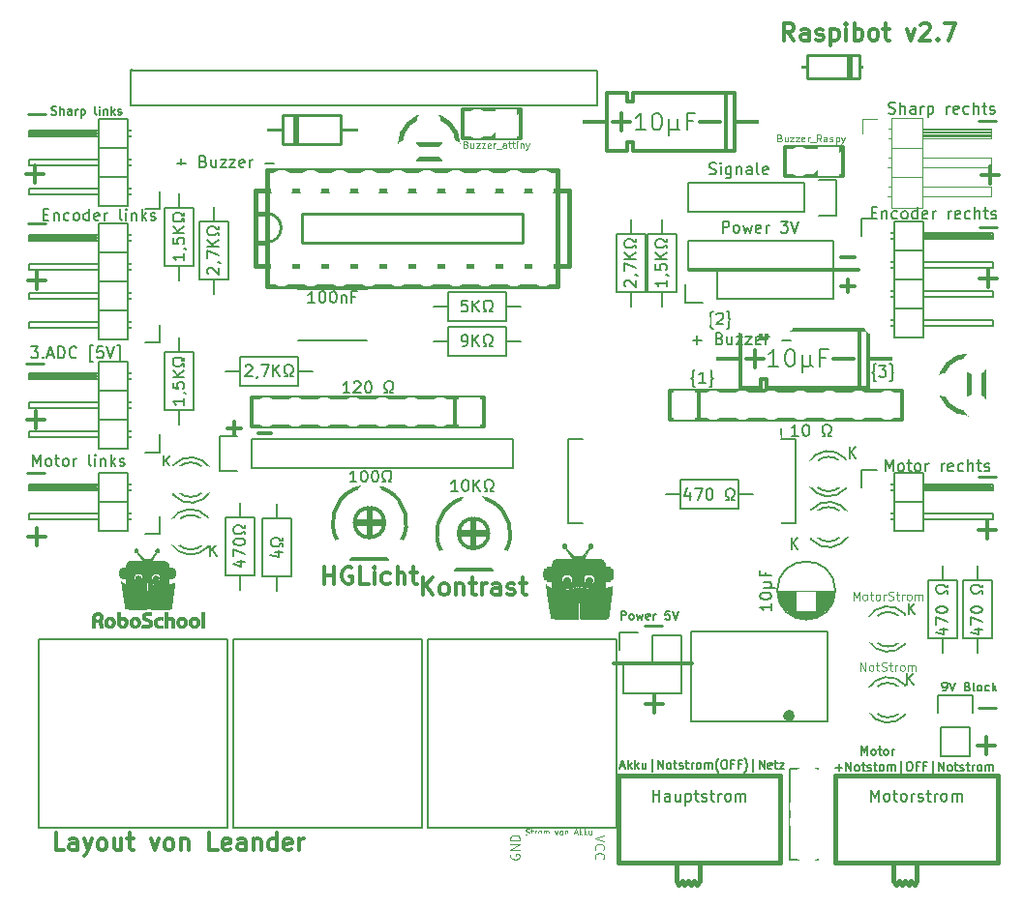
<source format=gbr>
%TF.GenerationSoftware,KiCad,Pcbnew,4.0.5*%
%TF.CreationDate,2017-05-22T14:14:15+02:00*%
%TF.ProjectId,Echtzeitsystem,456368747A65697473797374656D2E6B,1.1*%
%TF.FileFunction,Legend,Top*%
%FSLAX46Y46*%
G04 Gerber Fmt 4.6, Leading zero omitted, Abs format (unit mm)*
G04 Created by KiCad (PCBNEW 4.0.5) date Mon May 22 14:14:15 2017*
%MOMM*%
%LPD*%
G01*
G04 APERTURE LIST*
%ADD10C,0.100000*%
%ADD11C,0.200000*%
%ADD12C,0.300000*%
%ADD13C,0.187500*%
%ADD14C,0.150000*%
%ADD15C,0.120000*%
%ADD16C,0.250000*%
%ADD17C,0.254000*%
%ADD18C,0.381000*%
%ADD19C,0.350520*%
%ADD20C,0.304800*%
%ADD21C,0.317500*%
%ADD22C,0.010000*%
%ADD23C,0.125000*%
%ADD24C,0.750000*%
%ADD25C,0.203200*%
%ADD26C,2.398980*%
%ADD27R,2.432000X2.432000*%
%ADD28C,1.900000*%
%ADD29O,5.700000X2.200000*%
%ADD30O,1.901140X2.599640*%
%ADD31C,2.900000*%
%ADD32R,2.127200X2.127200*%
%ADD33O,2.127200X2.127200*%
%ADD34R,2.099260X2.099260*%
%ADD35C,6.400000*%
%ADD36C,4.900000*%
%ADD37O,2.432000X2.432000*%
%ADD38C,2.150060*%
%ADD39O,1.900000X2.900000*%
%ADD40R,1.900000X2.900000*%
%ADD41C,2.400000*%
%ADD42R,2.400000X2.400000*%
%ADD43O,2.432000X2.127200*%
%ADD44R,2.432000X2.127200*%
%ADD45C,1.700000*%
%ADD46R,1.700000X1.700000*%
%ADD47O,3.448000X2.127200*%
%ADD48O,2.400000X2.400000*%
%ADD49O,2.000000X2.000000*%
%ADD50R,2.127200X2.432000*%
%ADD51O,2.127200X2.432000*%
%ADD52C,1.800000*%
%ADD53R,1.800000X1.800000*%
%ADD54R,1.924000X2.597100*%
%ADD55O,1.924000X2.597100*%
%ADD56R,1.924000X2.599640*%
%ADD57O,1.924000X2.599640*%
%ADD58R,2.100000X2.100000*%
%ADD59O,2.100000X2.100000*%
%ADD60C,1.400000*%
%ADD61O,1.950000X1.400000*%
%ADD62R,0.800000X8.400000*%
G04 APERTURE END LIST*
D10*
D11*
X194930953Y-93683333D02*
X194883333Y-93683333D01*
X194788095Y-93635714D01*
X194740476Y-93540476D01*
X194740476Y-93064286D01*
X194692857Y-92969048D01*
X194597619Y-92921429D01*
X194692857Y-92873810D01*
X194740476Y-92778571D01*
X194740476Y-92302381D01*
X194788095Y-92207143D01*
X194883333Y-92159524D01*
X194930953Y-92159524D01*
X195216667Y-92302381D02*
X195835715Y-92302381D01*
X195502381Y-92683333D01*
X195645239Y-92683333D01*
X195740477Y-92730952D01*
X195788096Y-92778571D01*
X195835715Y-92873810D01*
X195835715Y-93111905D01*
X195788096Y-93207143D01*
X195740477Y-93254762D01*
X195645239Y-93302381D01*
X195359524Y-93302381D01*
X195264286Y-93254762D01*
X195216667Y-93207143D01*
X196169048Y-93683333D02*
X196216667Y-93683333D01*
X196311905Y-93635714D01*
X196359524Y-93540476D01*
X196359524Y-93064286D01*
X196407143Y-92969048D01*
X196502381Y-92921429D01*
X196407143Y-92873810D01*
X196359524Y-92778571D01*
X196359524Y-92302381D01*
X196311905Y-92207143D01*
X196216667Y-92159524D01*
X196169048Y-92159524D01*
X180680953Y-89083333D02*
X180633333Y-89083333D01*
X180538095Y-89035714D01*
X180490476Y-88940476D01*
X180490476Y-88464286D01*
X180442857Y-88369048D01*
X180347619Y-88321429D01*
X180442857Y-88273810D01*
X180490476Y-88178571D01*
X180490476Y-87702381D01*
X180538095Y-87607143D01*
X180633333Y-87559524D01*
X180680953Y-87559524D01*
X181014286Y-87797619D02*
X181061905Y-87750000D01*
X181157143Y-87702381D01*
X181395239Y-87702381D01*
X181490477Y-87750000D01*
X181538096Y-87797619D01*
X181585715Y-87892857D01*
X181585715Y-87988095D01*
X181538096Y-88130952D01*
X180966667Y-88702381D01*
X181585715Y-88702381D01*
X181919048Y-89083333D02*
X181966667Y-89083333D01*
X182061905Y-89035714D01*
X182109524Y-88940476D01*
X182109524Y-88464286D01*
X182157143Y-88369048D01*
X182252381Y-88321429D01*
X182157143Y-88273810D01*
X182109524Y-88178571D01*
X182109524Y-87702381D01*
X182061905Y-87607143D01*
X181966667Y-87559524D01*
X181919048Y-87559524D01*
D12*
X191928572Y-82787143D02*
X193071429Y-82787143D01*
X178571430Y-83921429D02*
X179714287Y-83921429D01*
X179714287Y-83921429D02*
X180857144Y-83921429D01*
X180857144Y-83921429D02*
X182000001Y-83921429D01*
X182000001Y-83921429D02*
X183142858Y-83921429D01*
X183142858Y-83921429D02*
X184285715Y-83921429D01*
X184285715Y-83921429D02*
X185428572Y-83921429D01*
X185428572Y-83921429D02*
X186571429Y-83921429D01*
X186571429Y-83921429D02*
X187714286Y-83921429D01*
X187714286Y-83921429D02*
X188857143Y-83921429D01*
X188857143Y-83921429D02*
X190000000Y-83921429D01*
X190000000Y-83921429D02*
X191142857Y-83921429D01*
X191142857Y-83921429D02*
X192285714Y-83921429D01*
X192285714Y-83921429D02*
X193428571Y-83921429D01*
X171971429Y-118421429D02*
X173114286Y-118421429D01*
X173114286Y-118421429D02*
X174257143Y-118421429D01*
X174257143Y-118421429D02*
X175400000Y-118421429D01*
X175400000Y-118421429D02*
X176542857Y-118421429D01*
X176542857Y-118421429D02*
X177685714Y-118421429D01*
X177685714Y-118421429D02*
X178828571Y-118421429D01*
D11*
X179130953Y-94203333D02*
X179083333Y-94203333D01*
X178988095Y-94155714D01*
X178940476Y-94060476D01*
X178940476Y-93584286D01*
X178892857Y-93489048D01*
X178797619Y-93441429D01*
X178892857Y-93393810D01*
X178940476Y-93298571D01*
X178940476Y-92822381D01*
X178988095Y-92727143D01*
X179083333Y-92679524D01*
X179130953Y-92679524D01*
X180035715Y-93822381D02*
X179464286Y-93822381D01*
X179750000Y-93822381D02*
X179750000Y-92822381D01*
X179654762Y-92965238D01*
X179559524Y-93060476D01*
X179464286Y-93108095D01*
X180369048Y-94203333D02*
X180416667Y-94203333D01*
X180511905Y-94155714D01*
X180559524Y-94060476D01*
X180559524Y-93584286D01*
X180607143Y-93489048D01*
X180702381Y-93441429D01*
X180607143Y-93393810D01*
X180559524Y-93298571D01*
X180559524Y-92822381D01*
X180511905Y-92727143D01*
X180416667Y-92679524D01*
X180369048Y-92679524D01*
X149511905Y-102502381D02*
X148940476Y-102502381D01*
X149226190Y-102502381D02*
X149226190Y-101502381D01*
X149130952Y-101645238D01*
X149035714Y-101740476D01*
X148940476Y-101788095D01*
X150130952Y-101502381D02*
X150226191Y-101502381D01*
X150321429Y-101550000D01*
X150369048Y-101597619D01*
X150416667Y-101692857D01*
X150464286Y-101883333D01*
X150464286Y-102121429D01*
X150416667Y-102311905D01*
X150369048Y-102407143D01*
X150321429Y-102454762D01*
X150226191Y-102502381D01*
X150130952Y-102502381D01*
X150035714Y-102454762D01*
X149988095Y-102407143D01*
X149940476Y-102311905D01*
X149892857Y-102121429D01*
X149892857Y-101883333D01*
X149940476Y-101692857D01*
X149988095Y-101597619D01*
X150035714Y-101550000D01*
X150130952Y-101502381D01*
X151083333Y-101502381D02*
X151178572Y-101502381D01*
X151273810Y-101550000D01*
X151321429Y-101597619D01*
X151369048Y-101692857D01*
X151416667Y-101883333D01*
X151416667Y-102121429D01*
X151369048Y-102311905D01*
X151321429Y-102407143D01*
X151273810Y-102454762D01*
X151178572Y-102502381D01*
X151083333Y-102502381D01*
X150988095Y-102454762D01*
X150940476Y-102407143D01*
X150892857Y-102311905D01*
X150845238Y-102121429D01*
X150845238Y-101883333D01*
X150892857Y-101692857D01*
X150940476Y-101597619D01*
X150988095Y-101550000D01*
X151083333Y-101502381D01*
X151797619Y-102502381D02*
X152035714Y-102502381D01*
X152035714Y-102311905D01*
X151940476Y-102264286D01*
X151845238Y-102169048D01*
X151797619Y-102026190D01*
X151797619Y-101788095D01*
X151845238Y-101645238D01*
X151940476Y-101550000D01*
X152083333Y-101502381D01*
X152273810Y-101502381D01*
X152416667Y-101550000D01*
X152511905Y-101645238D01*
X152559524Y-101788095D01*
X152559524Y-102026190D01*
X152511905Y-102169048D01*
X152416667Y-102264286D01*
X152321429Y-102311905D01*
X152321429Y-102502381D01*
X152559524Y-102502381D01*
X158368096Y-103312381D02*
X157796667Y-103312381D01*
X158082381Y-103312381D02*
X158082381Y-102312381D01*
X157987143Y-102455238D01*
X157891905Y-102550476D01*
X157796667Y-102598095D01*
X158987143Y-102312381D02*
X159082382Y-102312381D01*
X159177620Y-102360000D01*
X159225239Y-102407619D01*
X159272858Y-102502857D01*
X159320477Y-102693333D01*
X159320477Y-102931429D01*
X159272858Y-103121905D01*
X159225239Y-103217143D01*
X159177620Y-103264762D01*
X159082382Y-103312381D01*
X158987143Y-103312381D01*
X158891905Y-103264762D01*
X158844286Y-103217143D01*
X158796667Y-103121905D01*
X158749048Y-102931429D01*
X158749048Y-102693333D01*
X158796667Y-102502857D01*
X158844286Y-102407619D01*
X158891905Y-102360000D01*
X158987143Y-102312381D01*
X159749048Y-103312381D02*
X159749048Y-102312381D01*
X160320477Y-103312381D02*
X159891905Y-102740952D01*
X160320477Y-102312381D02*
X159749048Y-102883810D01*
X160701429Y-103312381D02*
X160939524Y-103312381D01*
X160939524Y-103121905D01*
X160844286Y-103074286D01*
X160749048Y-102979048D01*
X160701429Y-102836190D01*
X160701429Y-102598095D01*
X160749048Y-102455238D01*
X160844286Y-102360000D01*
X160987143Y-102312381D01*
X161177620Y-102312381D01*
X161320477Y-102360000D01*
X161415715Y-102455238D01*
X161463334Y-102598095D01*
X161463334Y-102836190D01*
X161415715Y-102979048D01*
X161320477Y-103074286D01*
X161225239Y-103121905D01*
X161225239Y-103312381D01*
X161463334Y-103312381D01*
X178938095Y-90071429D02*
X179700000Y-90071429D01*
X179319048Y-90452381D02*
X179319048Y-89690476D01*
X181271429Y-89928571D02*
X181414286Y-89976190D01*
X181461905Y-90023810D01*
X181509524Y-90119048D01*
X181509524Y-90261905D01*
X181461905Y-90357143D01*
X181414286Y-90404762D01*
X181319048Y-90452381D01*
X180938095Y-90452381D01*
X180938095Y-89452381D01*
X181271429Y-89452381D01*
X181366667Y-89500000D01*
X181414286Y-89547619D01*
X181461905Y-89642857D01*
X181461905Y-89738095D01*
X181414286Y-89833333D01*
X181366667Y-89880952D01*
X181271429Y-89928571D01*
X180938095Y-89928571D01*
X182366667Y-89785714D02*
X182366667Y-90452381D01*
X181938095Y-89785714D02*
X181938095Y-90309524D01*
X181985714Y-90404762D01*
X182080952Y-90452381D01*
X182223810Y-90452381D01*
X182319048Y-90404762D01*
X182366667Y-90357143D01*
X182747619Y-89785714D02*
X183271429Y-89785714D01*
X182747619Y-90452381D01*
X183271429Y-90452381D01*
X183557143Y-89785714D02*
X184080953Y-89785714D01*
X183557143Y-90452381D01*
X184080953Y-90452381D01*
X184842858Y-90404762D02*
X184747620Y-90452381D01*
X184557143Y-90452381D01*
X184461905Y-90404762D01*
X184414286Y-90309524D01*
X184414286Y-89928571D01*
X184461905Y-89833333D01*
X184557143Y-89785714D01*
X184747620Y-89785714D01*
X184842858Y-89833333D01*
X184890477Y-89928571D01*
X184890477Y-90023810D01*
X184414286Y-90119048D01*
X185319048Y-90452381D02*
X185319048Y-89785714D01*
X185319048Y-89976190D02*
X185366667Y-89880952D01*
X185414286Y-89833333D01*
X185509524Y-89785714D01*
X185604763Y-89785714D01*
X186700001Y-90071429D02*
X187461906Y-90071429D01*
X133788095Y-74571429D02*
X134550000Y-74571429D01*
X134169048Y-74952381D02*
X134169048Y-74190476D01*
X136121429Y-74428571D02*
X136264286Y-74476190D01*
X136311905Y-74523810D01*
X136359524Y-74619048D01*
X136359524Y-74761905D01*
X136311905Y-74857143D01*
X136264286Y-74904762D01*
X136169048Y-74952381D01*
X135788095Y-74952381D01*
X135788095Y-73952381D01*
X136121429Y-73952381D01*
X136216667Y-74000000D01*
X136264286Y-74047619D01*
X136311905Y-74142857D01*
X136311905Y-74238095D01*
X136264286Y-74333333D01*
X136216667Y-74380952D01*
X136121429Y-74428571D01*
X135788095Y-74428571D01*
X137216667Y-74285714D02*
X137216667Y-74952381D01*
X136788095Y-74285714D02*
X136788095Y-74809524D01*
X136835714Y-74904762D01*
X136930952Y-74952381D01*
X137073810Y-74952381D01*
X137169048Y-74904762D01*
X137216667Y-74857143D01*
X137597619Y-74285714D02*
X138121429Y-74285714D01*
X137597619Y-74952381D01*
X138121429Y-74952381D01*
X138407143Y-74285714D02*
X138930953Y-74285714D01*
X138407143Y-74952381D01*
X138930953Y-74952381D01*
X139692858Y-74904762D02*
X139597620Y-74952381D01*
X139407143Y-74952381D01*
X139311905Y-74904762D01*
X139264286Y-74809524D01*
X139264286Y-74428571D01*
X139311905Y-74333333D01*
X139407143Y-74285714D01*
X139597620Y-74285714D01*
X139692858Y-74333333D01*
X139740477Y-74428571D01*
X139740477Y-74523810D01*
X139264286Y-74619048D01*
X140169048Y-74952381D02*
X140169048Y-74285714D01*
X140169048Y-74476190D02*
X140216667Y-74380952D01*
X140264286Y-74333333D01*
X140359524Y-74285714D01*
X140454763Y-74285714D01*
X141550001Y-74571429D02*
X142311906Y-74571429D01*
X129760000Y-66430000D02*
X129910000Y-66430000D01*
X129760000Y-69490000D02*
X129760000Y-66430000D01*
X170550000Y-69490000D02*
X129760000Y-69490000D01*
X170550000Y-66470000D02*
X170550000Y-69490000D01*
X129840000Y-66480000D02*
X170570000Y-66480000D01*
D12*
X123934286Y-134738571D02*
X123220000Y-134738571D01*
X123220000Y-133238571D01*
X125077143Y-134738571D02*
X125077143Y-133952857D01*
X125005714Y-133810000D01*
X124862857Y-133738571D01*
X124577143Y-133738571D01*
X124434286Y-133810000D01*
X125077143Y-134667143D02*
X124934286Y-134738571D01*
X124577143Y-134738571D01*
X124434286Y-134667143D01*
X124362857Y-134524286D01*
X124362857Y-134381429D01*
X124434286Y-134238571D01*
X124577143Y-134167143D01*
X124934286Y-134167143D01*
X125077143Y-134095714D01*
X125648572Y-133738571D02*
X126005715Y-134738571D01*
X126362857Y-133738571D02*
X126005715Y-134738571D01*
X125862857Y-135095714D01*
X125791429Y-135167143D01*
X125648572Y-135238571D01*
X127148572Y-134738571D02*
X127005714Y-134667143D01*
X126934286Y-134595714D01*
X126862857Y-134452857D01*
X126862857Y-134024286D01*
X126934286Y-133881429D01*
X127005714Y-133810000D01*
X127148572Y-133738571D01*
X127362857Y-133738571D01*
X127505714Y-133810000D01*
X127577143Y-133881429D01*
X127648572Y-134024286D01*
X127648572Y-134452857D01*
X127577143Y-134595714D01*
X127505714Y-134667143D01*
X127362857Y-134738571D01*
X127148572Y-134738571D01*
X128934286Y-133738571D02*
X128934286Y-134738571D01*
X128291429Y-133738571D02*
X128291429Y-134524286D01*
X128362857Y-134667143D01*
X128505715Y-134738571D01*
X128720000Y-134738571D01*
X128862857Y-134667143D01*
X128934286Y-134595714D01*
X129434286Y-133738571D02*
X130005715Y-133738571D01*
X129648572Y-133238571D02*
X129648572Y-134524286D01*
X129720000Y-134667143D01*
X129862858Y-134738571D01*
X130005715Y-134738571D01*
X131505715Y-133738571D02*
X131862858Y-134738571D01*
X132220000Y-133738571D01*
X133005715Y-134738571D02*
X132862857Y-134667143D01*
X132791429Y-134595714D01*
X132720000Y-134452857D01*
X132720000Y-134024286D01*
X132791429Y-133881429D01*
X132862857Y-133810000D01*
X133005715Y-133738571D01*
X133220000Y-133738571D01*
X133362857Y-133810000D01*
X133434286Y-133881429D01*
X133505715Y-134024286D01*
X133505715Y-134452857D01*
X133434286Y-134595714D01*
X133362857Y-134667143D01*
X133220000Y-134738571D01*
X133005715Y-134738571D01*
X134148572Y-133738571D02*
X134148572Y-134738571D01*
X134148572Y-133881429D02*
X134220000Y-133810000D01*
X134362858Y-133738571D01*
X134577143Y-133738571D01*
X134720000Y-133810000D01*
X134791429Y-133952857D01*
X134791429Y-134738571D01*
X137362858Y-134738571D02*
X136648572Y-134738571D01*
X136648572Y-133238571D01*
X138434286Y-134667143D02*
X138291429Y-134738571D01*
X138005715Y-134738571D01*
X137862858Y-134667143D01*
X137791429Y-134524286D01*
X137791429Y-133952857D01*
X137862858Y-133810000D01*
X138005715Y-133738571D01*
X138291429Y-133738571D01*
X138434286Y-133810000D01*
X138505715Y-133952857D01*
X138505715Y-134095714D01*
X137791429Y-134238571D01*
X139791429Y-134738571D02*
X139791429Y-133952857D01*
X139720000Y-133810000D01*
X139577143Y-133738571D01*
X139291429Y-133738571D01*
X139148572Y-133810000D01*
X139791429Y-134667143D02*
X139648572Y-134738571D01*
X139291429Y-134738571D01*
X139148572Y-134667143D01*
X139077143Y-134524286D01*
X139077143Y-134381429D01*
X139148572Y-134238571D01*
X139291429Y-134167143D01*
X139648572Y-134167143D01*
X139791429Y-134095714D01*
X140505715Y-133738571D02*
X140505715Y-134738571D01*
X140505715Y-133881429D02*
X140577143Y-133810000D01*
X140720001Y-133738571D01*
X140934286Y-133738571D01*
X141077143Y-133810000D01*
X141148572Y-133952857D01*
X141148572Y-134738571D01*
X142505715Y-134738571D02*
X142505715Y-133238571D01*
X142505715Y-134667143D02*
X142362858Y-134738571D01*
X142077144Y-134738571D01*
X141934286Y-134667143D01*
X141862858Y-134595714D01*
X141791429Y-134452857D01*
X141791429Y-134024286D01*
X141862858Y-133881429D01*
X141934286Y-133810000D01*
X142077144Y-133738571D01*
X142362858Y-133738571D01*
X142505715Y-133810000D01*
X143791429Y-134667143D02*
X143648572Y-134738571D01*
X143362858Y-134738571D01*
X143220001Y-134667143D01*
X143148572Y-134524286D01*
X143148572Y-133952857D01*
X143220001Y-133810000D01*
X143362858Y-133738571D01*
X143648572Y-133738571D01*
X143791429Y-133810000D01*
X143862858Y-133952857D01*
X143862858Y-134095714D01*
X143148572Y-134238571D01*
X144505715Y-134738571D02*
X144505715Y-133738571D01*
X144505715Y-134024286D02*
X144577143Y-133881429D01*
X144648572Y-133810000D01*
X144791429Y-133738571D01*
X144934286Y-133738571D01*
X187778572Y-63818571D02*
X187278572Y-63104286D01*
X186921429Y-63818571D02*
X186921429Y-62318571D01*
X187492857Y-62318571D01*
X187635715Y-62390000D01*
X187707143Y-62461429D01*
X187778572Y-62604286D01*
X187778572Y-62818571D01*
X187707143Y-62961429D01*
X187635715Y-63032857D01*
X187492857Y-63104286D01*
X186921429Y-63104286D01*
X189064286Y-63818571D02*
X189064286Y-63032857D01*
X188992857Y-62890000D01*
X188850000Y-62818571D01*
X188564286Y-62818571D01*
X188421429Y-62890000D01*
X189064286Y-63747143D02*
X188921429Y-63818571D01*
X188564286Y-63818571D01*
X188421429Y-63747143D01*
X188350000Y-63604286D01*
X188350000Y-63461429D01*
X188421429Y-63318571D01*
X188564286Y-63247143D01*
X188921429Y-63247143D01*
X189064286Y-63175714D01*
X189707143Y-63747143D02*
X189850000Y-63818571D01*
X190135715Y-63818571D01*
X190278572Y-63747143D01*
X190350000Y-63604286D01*
X190350000Y-63532857D01*
X190278572Y-63390000D01*
X190135715Y-63318571D01*
X189921429Y-63318571D01*
X189778572Y-63247143D01*
X189707143Y-63104286D01*
X189707143Y-63032857D01*
X189778572Y-62890000D01*
X189921429Y-62818571D01*
X190135715Y-62818571D01*
X190278572Y-62890000D01*
X190992858Y-62818571D02*
X190992858Y-64318571D01*
X190992858Y-62890000D02*
X191135715Y-62818571D01*
X191421429Y-62818571D01*
X191564286Y-62890000D01*
X191635715Y-62961429D01*
X191707144Y-63104286D01*
X191707144Y-63532857D01*
X191635715Y-63675714D01*
X191564286Y-63747143D01*
X191421429Y-63818571D01*
X191135715Y-63818571D01*
X190992858Y-63747143D01*
X192350001Y-63818571D02*
X192350001Y-62818571D01*
X192350001Y-62318571D02*
X192278572Y-62390000D01*
X192350001Y-62461429D01*
X192421429Y-62390000D01*
X192350001Y-62318571D01*
X192350001Y-62461429D01*
X193064287Y-63818571D02*
X193064287Y-62318571D01*
X193064287Y-62890000D02*
X193207144Y-62818571D01*
X193492858Y-62818571D01*
X193635715Y-62890000D01*
X193707144Y-62961429D01*
X193778573Y-63104286D01*
X193778573Y-63532857D01*
X193707144Y-63675714D01*
X193635715Y-63747143D01*
X193492858Y-63818571D01*
X193207144Y-63818571D01*
X193064287Y-63747143D01*
X194635716Y-63818571D02*
X194492858Y-63747143D01*
X194421430Y-63675714D01*
X194350001Y-63532857D01*
X194350001Y-63104286D01*
X194421430Y-62961429D01*
X194492858Y-62890000D01*
X194635716Y-62818571D01*
X194850001Y-62818571D01*
X194992858Y-62890000D01*
X195064287Y-62961429D01*
X195135716Y-63104286D01*
X195135716Y-63532857D01*
X195064287Y-63675714D01*
X194992858Y-63747143D01*
X194850001Y-63818571D01*
X194635716Y-63818571D01*
X195564287Y-62818571D02*
X196135716Y-62818571D01*
X195778573Y-62318571D02*
X195778573Y-63604286D01*
X195850001Y-63747143D01*
X195992859Y-63818571D01*
X196135716Y-63818571D01*
X197635716Y-62818571D02*
X197992859Y-63818571D01*
X198350001Y-62818571D01*
X198850001Y-62461429D02*
X198921430Y-62390000D01*
X199064287Y-62318571D01*
X199421430Y-62318571D01*
X199564287Y-62390000D01*
X199635716Y-62461429D01*
X199707144Y-62604286D01*
X199707144Y-62747143D01*
X199635716Y-62961429D01*
X198778573Y-63818571D01*
X199707144Y-63818571D01*
X200350001Y-63675714D02*
X200421429Y-63747143D01*
X200350001Y-63818571D01*
X200278572Y-63747143D01*
X200350001Y-63675714D01*
X200350001Y-63818571D01*
X200921430Y-62318571D02*
X201921430Y-62318571D01*
X201278573Y-63818571D01*
D13*
X193714287Y-126418155D02*
X193714287Y-125618155D01*
X193964287Y-126189583D01*
X194214287Y-125618155D01*
X194214287Y-126418155D01*
X194678573Y-126418155D02*
X194607145Y-126380060D01*
X194571430Y-126341964D01*
X194535716Y-126265774D01*
X194535716Y-126037202D01*
X194571430Y-125961012D01*
X194607145Y-125922917D01*
X194678573Y-125884821D01*
X194785716Y-125884821D01*
X194857145Y-125922917D01*
X194892859Y-125961012D01*
X194928573Y-126037202D01*
X194928573Y-126265774D01*
X194892859Y-126341964D01*
X194857145Y-126380060D01*
X194785716Y-126418155D01*
X194678573Y-126418155D01*
X195142859Y-125884821D02*
X195428573Y-125884821D01*
X195250001Y-125618155D02*
X195250001Y-126303869D01*
X195285716Y-126380060D01*
X195357144Y-126418155D01*
X195428573Y-126418155D01*
X195785715Y-126418155D02*
X195714287Y-126380060D01*
X195678572Y-126341964D01*
X195642858Y-126265774D01*
X195642858Y-126037202D01*
X195678572Y-125961012D01*
X195714287Y-125922917D01*
X195785715Y-125884821D01*
X195892858Y-125884821D01*
X195964287Y-125922917D01*
X196000001Y-125961012D01*
X196035715Y-126037202D01*
X196035715Y-126265774D01*
X196000001Y-126341964D01*
X195964287Y-126380060D01*
X195892858Y-126418155D01*
X195785715Y-126418155D01*
X196357143Y-126418155D02*
X196357143Y-125884821D01*
X196357143Y-126037202D02*
X196392858Y-125961012D01*
X196428572Y-125922917D01*
X196500001Y-125884821D01*
X196571429Y-125884821D01*
X191428571Y-127500893D02*
X192000000Y-127500893D01*
X191714286Y-127805655D02*
X191714286Y-127196131D01*
X192357142Y-127805655D02*
X192357142Y-127005655D01*
X192785714Y-127805655D01*
X192785714Y-127005655D01*
X193249999Y-127805655D02*
X193178571Y-127767560D01*
X193142856Y-127729464D01*
X193107142Y-127653274D01*
X193107142Y-127424702D01*
X193142856Y-127348512D01*
X193178571Y-127310417D01*
X193249999Y-127272321D01*
X193357142Y-127272321D01*
X193428571Y-127310417D01*
X193464285Y-127348512D01*
X193499999Y-127424702D01*
X193499999Y-127653274D01*
X193464285Y-127729464D01*
X193428571Y-127767560D01*
X193357142Y-127805655D01*
X193249999Y-127805655D01*
X193714285Y-127272321D02*
X193999999Y-127272321D01*
X193821427Y-127005655D02*
X193821427Y-127691369D01*
X193857142Y-127767560D01*
X193928570Y-127805655D01*
X193999999Y-127805655D01*
X194214284Y-127767560D02*
X194285713Y-127805655D01*
X194428570Y-127805655D01*
X194499998Y-127767560D01*
X194535713Y-127691369D01*
X194535713Y-127653274D01*
X194499998Y-127577083D01*
X194428570Y-127538988D01*
X194321427Y-127538988D01*
X194249998Y-127500893D01*
X194214284Y-127424702D01*
X194214284Y-127386607D01*
X194249998Y-127310417D01*
X194321427Y-127272321D01*
X194428570Y-127272321D01*
X194499998Y-127310417D01*
X194749999Y-127272321D02*
X195035713Y-127272321D01*
X194857141Y-127005655D02*
X194857141Y-127691369D01*
X194892856Y-127767560D01*
X194964284Y-127805655D01*
X195035713Y-127805655D01*
X195392855Y-127805655D02*
X195321427Y-127767560D01*
X195285712Y-127729464D01*
X195249998Y-127653274D01*
X195249998Y-127424702D01*
X195285712Y-127348512D01*
X195321427Y-127310417D01*
X195392855Y-127272321D01*
X195499998Y-127272321D01*
X195571427Y-127310417D01*
X195607141Y-127348512D01*
X195642855Y-127424702D01*
X195642855Y-127653274D01*
X195607141Y-127729464D01*
X195571427Y-127767560D01*
X195499998Y-127805655D01*
X195392855Y-127805655D01*
X195964283Y-127805655D02*
X195964283Y-127272321D01*
X195964283Y-127348512D02*
X195999998Y-127310417D01*
X196071426Y-127272321D01*
X196178569Y-127272321D01*
X196249998Y-127310417D01*
X196285712Y-127386607D01*
X196285712Y-127805655D01*
X196285712Y-127386607D02*
X196321426Y-127310417D01*
X196392855Y-127272321D01*
X196499998Y-127272321D01*
X196571426Y-127310417D01*
X196607141Y-127386607D01*
X196607141Y-127805655D01*
X197142855Y-128072321D02*
X197142855Y-126929464D01*
X197821427Y-127005655D02*
X197964284Y-127005655D01*
X198035712Y-127043750D01*
X198107141Y-127119940D01*
X198142855Y-127272321D01*
X198142855Y-127538988D01*
X198107141Y-127691369D01*
X198035712Y-127767560D01*
X197964284Y-127805655D01*
X197821427Y-127805655D01*
X197749998Y-127767560D01*
X197678569Y-127691369D01*
X197642855Y-127538988D01*
X197642855Y-127272321D01*
X197678569Y-127119940D01*
X197749998Y-127043750D01*
X197821427Y-127005655D01*
X198714283Y-127386607D02*
X198464283Y-127386607D01*
X198464283Y-127805655D02*
X198464283Y-127005655D01*
X198821426Y-127005655D01*
X199357140Y-127386607D02*
X199107140Y-127386607D01*
X199107140Y-127805655D02*
X199107140Y-127005655D01*
X199464283Y-127005655D01*
X199928569Y-128072321D02*
X199928569Y-126929464D01*
X200464283Y-127805655D02*
X200464283Y-127005655D01*
X200892855Y-127805655D01*
X200892855Y-127005655D01*
X201357140Y-127805655D02*
X201285712Y-127767560D01*
X201249997Y-127729464D01*
X201214283Y-127653274D01*
X201214283Y-127424702D01*
X201249997Y-127348512D01*
X201285712Y-127310417D01*
X201357140Y-127272321D01*
X201464283Y-127272321D01*
X201535712Y-127310417D01*
X201571426Y-127348512D01*
X201607140Y-127424702D01*
X201607140Y-127653274D01*
X201571426Y-127729464D01*
X201535712Y-127767560D01*
X201464283Y-127805655D01*
X201357140Y-127805655D01*
X201821426Y-127272321D02*
X202107140Y-127272321D01*
X201928568Y-127005655D02*
X201928568Y-127691369D01*
X201964283Y-127767560D01*
X202035711Y-127805655D01*
X202107140Y-127805655D01*
X202321425Y-127767560D02*
X202392854Y-127805655D01*
X202535711Y-127805655D01*
X202607139Y-127767560D01*
X202642854Y-127691369D01*
X202642854Y-127653274D01*
X202607139Y-127577083D01*
X202535711Y-127538988D01*
X202428568Y-127538988D01*
X202357139Y-127500893D01*
X202321425Y-127424702D01*
X202321425Y-127386607D01*
X202357139Y-127310417D01*
X202428568Y-127272321D01*
X202535711Y-127272321D01*
X202607139Y-127310417D01*
X202857140Y-127272321D02*
X203142854Y-127272321D01*
X202964282Y-127005655D02*
X202964282Y-127691369D01*
X202999997Y-127767560D01*
X203071425Y-127805655D01*
X203142854Y-127805655D01*
X203392853Y-127805655D02*
X203392853Y-127272321D01*
X203392853Y-127424702D02*
X203428568Y-127348512D01*
X203464282Y-127310417D01*
X203535711Y-127272321D01*
X203607139Y-127272321D01*
X203964282Y-127805655D02*
X203892854Y-127767560D01*
X203857139Y-127729464D01*
X203821425Y-127653274D01*
X203821425Y-127424702D01*
X203857139Y-127348512D01*
X203892854Y-127310417D01*
X203964282Y-127272321D01*
X204071425Y-127272321D01*
X204142854Y-127310417D01*
X204178568Y-127348512D01*
X204214282Y-127424702D01*
X204214282Y-127653274D01*
X204178568Y-127729464D01*
X204142854Y-127767560D01*
X204071425Y-127805655D01*
X203964282Y-127805655D01*
X204535710Y-127805655D02*
X204535710Y-127272321D01*
X204535710Y-127348512D02*
X204571425Y-127310417D01*
X204642853Y-127272321D01*
X204749996Y-127272321D01*
X204821425Y-127310417D01*
X204857139Y-127386607D01*
X204857139Y-127805655D01*
X204857139Y-127386607D02*
X204892853Y-127310417D01*
X204964282Y-127272321D01*
X205071425Y-127272321D01*
X205142853Y-127310417D01*
X205178568Y-127386607D01*
X205178568Y-127805655D01*
D14*
X122828572Y-70303571D02*
X122935715Y-70339286D01*
X123114286Y-70339286D01*
X123185715Y-70303571D01*
X123221429Y-70267857D01*
X123257144Y-70196429D01*
X123257144Y-70125000D01*
X123221429Y-70053571D01*
X123185715Y-70017857D01*
X123114286Y-69982143D01*
X122971429Y-69946429D01*
X122900001Y-69910714D01*
X122864286Y-69875000D01*
X122828572Y-69803571D01*
X122828572Y-69732143D01*
X122864286Y-69660714D01*
X122900001Y-69625000D01*
X122971429Y-69589286D01*
X123150001Y-69589286D01*
X123257144Y-69625000D01*
X123578572Y-70339286D02*
X123578572Y-69589286D01*
X123900001Y-70339286D02*
X123900001Y-69946429D01*
X123864287Y-69875000D01*
X123792858Y-69839286D01*
X123685715Y-69839286D01*
X123614287Y-69875000D01*
X123578572Y-69910714D01*
X124578572Y-70339286D02*
X124578572Y-69946429D01*
X124542858Y-69875000D01*
X124471429Y-69839286D01*
X124328572Y-69839286D01*
X124257143Y-69875000D01*
X124578572Y-70303571D02*
X124507143Y-70339286D01*
X124328572Y-70339286D01*
X124257143Y-70303571D01*
X124221429Y-70232143D01*
X124221429Y-70160714D01*
X124257143Y-70089286D01*
X124328572Y-70053571D01*
X124507143Y-70053571D01*
X124578572Y-70017857D01*
X124935714Y-70339286D02*
X124935714Y-69839286D01*
X124935714Y-69982143D02*
X124971429Y-69910714D01*
X125007143Y-69875000D01*
X125078572Y-69839286D01*
X125150000Y-69839286D01*
X125400000Y-69839286D02*
X125400000Y-70589286D01*
X125400000Y-69875000D02*
X125471429Y-69839286D01*
X125614286Y-69839286D01*
X125685715Y-69875000D01*
X125721429Y-69910714D01*
X125757143Y-69982143D01*
X125757143Y-70196429D01*
X125721429Y-70267857D01*
X125685715Y-70303571D01*
X125614286Y-70339286D01*
X125471429Y-70339286D01*
X125400000Y-70303571D01*
X126757143Y-70339286D02*
X126685715Y-70303571D01*
X126650000Y-70232143D01*
X126650000Y-69589286D01*
X127042857Y-70339286D02*
X127042857Y-69839286D01*
X127042857Y-69589286D02*
X127007143Y-69625000D01*
X127042857Y-69660714D01*
X127078572Y-69625000D01*
X127042857Y-69589286D01*
X127042857Y-69660714D01*
X127400000Y-69839286D02*
X127400000Y-70339286D01*
X127400000Y-69910714D02*
X127435715Y-69875000D01*
X127507143Y-69839286D01*
X127614286Y-69839286D01*
X127685715Y-69875000D01*
X127721429Y-69946429D01*
X127721429Y-70339286D01*
X128078571Y-70339286D02*
X128078571Y-69589286D01*
X128150000Y-70053571D02*
X128364286Y-70339286D01*
X128364286Y-69839286D02*
X128078571Y-70125000D01*
X128650000Y-70303571D02*
X128721429Y-70339286D01*
X128864286Y-70339286D01*
X128935714Y-70303571D01*
X128971429Y-70232143D01*
X128971429Y-70196429D01*
X128935714Y-70125000D01*
X128864286Y-70089286D01*
X128757143Y-70089286D01*
X128685714Y-70053571D01*
X128650000Y-69982143D01*
X128650000Y-69946429D01*
X128685714Y-69875000D01*
X128757143Y-69839286D01*
X128864286Y-69839286D01*
X128935714Y-69875000D01*
D15*
X163020000Y-135089523D02*
X162981905Y-135165714D01*
X162981905Y-135279999D01*
X163020000Y-135394285D01*
X163096190Y-135470476D01*
X163172381Y-135508571D01*
X163324762Y-135546666D01*
X163439048Y-135546666D01*
X163591429Y-135508571D01*
X163667619Y-135470476D01*
X163743810Y-135394285D01*
X163781905Y-135279999D01*
X163781905Y-135203809D01*
X163743810Y-135089523D01*
X163705714Y-135051428D01*
X163439048Y-135051428D01*
X163439048Y-135203809D01*
X163781905Y-134708571D02*
X162981905Y-134708571D01*
X163781905Y-134251428D01*
X162981905Y-134251428D01*
X163781905Y-133870476D02*
X162981905Y-133870476D01*
X162981905Y-133680000D01*
X163020000Y-133565714D01*
X163096190Y-133489523D01*
X163172381Y-133451428D01*
X163324762Y-133413333D01*
X163439048Y-133413333D01*
X163591429Y-133451428D01*
X163667619Y-133489523D01*
X163743810Y-133565714D01*
X163781905Y-133680000D01*
X163781905Y-133870476D01*
D10*
X171158095Y-133433333D02*
X170358095Y-133700000D01*
X171158095Y-133966667D01*
X170434286Y-134690476D02*
X170396190Y-134652381D01*
X170358095Y-134538095D01*
X170358095Y-134461905D01*
X170396190Y-134347619D01*
X170472381Y-134271428D01*
X170548571Y-134233333D01*
X170700952Y-134195238D01*
X170815238Y-134195238D01*
X170967619Y-134233333D01*
X171043810Y-134271428D01*
X171120000Y-134347619D01*
X171158095Y-134461905D01*
X171158095Y-134538095D01*
X171120000Y-134652381D01*
X171081905Y-134690476D01*
X170434286Y-135490476D02*
X170396190Y-135452381D01*
X170358095Y-135338095D01*
X170358095Y-135261905D01*
X170396190Y-135147619D01*
X170472381Y-135071428D01*
X170548571Y-135033333D01*
X170700952Y-134995238D01*
X170815238Y-134995238D01*
X170967619Y-135033333D01*
X171043810Y-135071428D01*
X171120000Y-135147619D01*
X171158095Y-135261905D01*
X171158095Y-135338095D01*
X171120000Y-135452381D01*
X171081905Y-135490476D01*
D11*
X175452380Y-130452381D02*
X175452380Y-129452381D01*
X175452380Y-129928571D02*
X176023809Y-129928571D01*
X176023809Y-130452381D02*
X176023809Y-129452381D01*
X176928571Y-130452381D02*
X176928571Y-129928571D01*
X176880952Y-129833333D01*
X176785714Y-129785714D01*
X176595237Y-129785714D01*
X176499999Y-129833333D01*
X176928571Y-130404762D02*
X176833333Y-130452381D01*
X176595237Y-130452381D01*
X176499999Y-130404762D01*
X176452380Y-130309524D01*
X176452380Y-130214286D01*
X176499999Y-130119048D01*
X176595237Y-130071429D01*
X176833333Y-130071429D01*
X176928571Y-130023810D01*
X177833333Y-129785714D02*
X177833333Y-130452381D01*
X177404761Y-129785714D02*
X177404761Y-130309524D01*
X177452380Y-130404762D01*
X177547618Y-130452381D01*
X177690476Y-130452381D01*
X177785714Y-130404762D01*
X177833333Y-130357143D01*
X178309523Y-129785714D02*
X178309523Y-130785714D01*
X178309523Y-129833333D02*
X178404761Y-129785714D01*
X178595238Y-129785714D01*
X178690476Y-129833333D01*
X178738095Y-129880952D01*
X178785714Y-129976190D01*
X178785714Y-130261905D01*
X178738095Y-130357143D01*
X178690476Y-130404762D01*
X178595238Y-130452381D01*
X178404761Y-130452381D01*
X178309523Y-130404762D01*
X179071428Y-129785714D02*
X179452380Y-129785714D01*
X179214285Y-129452381D02*
X179214285Y-130309524D01*
X179261904Y-130404762D01*
X179357142Y-130452381D01*
X179452380Y-130452381D01*
X179738095Y-130404762D02*
X179833333Y-130452381D01*
X180023809Y-130452381D01*
X180119048Y-130404762D01*
X180166667Y-130309524D01*
X180166667Y-130261905D01*
X180119048Y-130166667D01*
X180023809Y-130119048D01*
X179880952Y-130119048D01*
X179785714Y-130071429D01*
X179738095Y-129976190D01*
X179738095Y-129928571D01*
X179785714Y-129833333D01*
X179880952Y-129785714D01*
X180023809Y-129785714D01*
X180119048Y-129833333D01*
X180452381Y-129785714D02*
X180833333Y-129785714D01*
X180595238Y-129452381D02*
X180595238Y-130309524D01*
X180642857Y-130404762D01*
X180738095Y-130452381D01*
X180833333Y-130452381D01*
X181166667Y-130452381D02*
X181166667Y-129785714D01*
X181166667Y-129976190D02*
X181214286Y-129880952D01*
X181261905Y-129833333D01*
X181357143Y-129785714D01*
X181452382Y-129785714D01*
X181928572Y-130452381D02*
X181833334Y-130404762D01*
X181785715Y-130357143D01*
X181738096Y-130261905D01*
X181738096Y-129976190D01*
X181785715Y-129880952D01*
X181833334Y-129833333D01*
X181928572Y-129785714D01*
X182071430Y-129785714D01*
X182166668Y-129833333D01*
X182214287Y-129880952D01*
X182261906Y-129976190D01*
X182261906Y-130261905D01*
X182214287Y-130357143D01*
X182166668Y-130404762D01*
X182071430Y-130452381D01*
X181928572Y-130452381D01*
X182690477Y-130452381D02*
X182690477Y-129785714D01*
X182690477Y-129880952D02*
X182738096Y-129833333D01*
X182833334Y-129785714D01*
X182976192Y-129785714D01*
X183071430Y-129833333D01*
X183119049Y-129928571D01*
X183119049Y-130452381D01*
X183119049Y-129928571D02*
X183166668Y-129833333D01*
X183261906Y-129785714D01*
X183404763Y-129785714D01*
X183500001Y-129833333D01*
X183547620Y-129928571D01*
X183547620Y-130452381D01*
X194547618Y-130452381D02*
X194547618Y-129452381D01*
X194880952Y-130166667D01*
X195214285Y-129452381D01*
X195214285Y-130452381D01*
X195833332Y-130452381D02*
X195738094Y-130404762D01*
X195690475Y-130357143D01*
X195642856Y-130261905D01*
X195642856Y-129976190D01*
X195690475Y-129880952D01*
X195738094Y-129833333D01*
X195833332Y-129785714D01*
X195976190Y-129785714D01*
X196071428Y-129833333D01*
X196119047Y-129880952D01*
X196166666Y-129976190D01*
X196166666Y-130261905D01*
X196119047Y-130357143D01*
X196071428Y-130404762D01*
X195976190Y-130452381D01*
X195833332Y-130452381D01*
X196452380Y-129785714D02*
X196833332Y-129785714D01*
X196595237Y-129452381D02*
X196595237Y-130309524D01*
X196642856Y-130404762D01*
X196738094Y-130452381D01*
X196833332Y-130452381D01*
X197309523Y-130452381D02*
X197214285Y-130404762D01*
X197166666Y-130357143D01*
X197119047Y-130261905D01*
X197119047Y-129976190D01*
X197166666Y-129880952D01*
X197214285Y-129833333D01*
X197309523Y-129785714D01*
X197452381Y-129785714D01*
X197547619Y-129833333D01*
X197595238Y-129880952D01*
X197642857Y-129976190D01*
X197642857Y-130261905D01*
X197595238Y-130357143D01*
X197547619Y-130404762D01*
X197452381Y-130452381D01*
X197309523Y-130452381D01*
X198071428Y-130452381D02*
X198071428Y-129785714D01*
X198071428Y-129976190D02*
X198119047Y-129880952D01*
X198166666Y-129833333D01*
X198261904Y-129785714D01*
X198357143Y-129785714D01*
X198642857Y-130404762D02*
X198738095Y-130452381D01*
X198928571Y-130452381D01*
X199023810Y-130404762D01*
X199071429Y-130309524D01*
X199071429Y-130261905D01*
X199023810Y-130166667D01*
X198928571Y-130119048D01*
X198785714Y-130119048D01*
X198690476Y-130071429D01*
X198642857Y-129976190D01*
X198642857Y-129928571D01*
X198690476Y-129833333D01*
X198785714Y-129785714D01*
X198928571Y-129785714D01*
X199023810Y-129833333D01*
X199357143Y-129785714D02*
X199738095Y-129785714D01*
X199500000Y-129452381D02*
X199500000Y-130309524D01*
X199547619Y-130404762D01*
X199642857Y-130452381D01*
X199738095Y-130452381D01*
X200071429Y-130452381D02*
X200071429Y-129785714D01*
X200071429Y-129976190D02*
X200119048Y-129880952D01*
X200166667Y-129833333D01*
X200261905Y-129785714D01*
X200357144Y-129785714D01*
X200833334Y-130452381D02*
X200738096Y-130404762D01*
X200690477Y-130357143D01*
X200642858Y-130261905D01*
X200642858Y-129976190D01*
X200690477Y-129880952D01*
X200738096Y-129833333D01*
X200833334Y-129785714D01*
X200976192Y-129785714D01*
X201071430Y-129833333D01*
X201119049Y-129880952D01*
X201166668Y-129976190D01*
X201166668Y-130261905D01*
X201119049Y-130357143D01*
X201071430Y-130404762D01*
X200976192Y-130452381D01*
X200833334Y-130452381D01*
X201595239Y-130452381D02*
X201595239Y-129785714D01*
X201595239Y-129880952D02*
X201642858Y-129833333D01*
X201738096Y-129785714D01*
X201880954Y-129785714D01*
X201976192Y-129833333D01*
X202023811Y-129928571D01*
X202023811Y-130452381D01*
X202023811Y-129928571D02*
X202071430Y-129833333D01*
X202166668Y-129785714D01*
X202309525Y-129785714D01*
X202404763Y-129833333D01*
X202452382Y-129928571D01*
X202452382Y-130452381D01*
D14*
X200814286Y-120789286D02*
X200957143Y-120789286D01*
X201028571Y-120753571D01*
X201064286Y-120717857D01*
X201135714Y-120610714D01*
X201171429Y-120467857D01*
X201171429Y-120182143D01*
X201135714Y-120110714D01*
X201100000Y-120075000D01*
X201028571Y-120039286D01*
X200885714Y-120039286D01*
X200814286Y-120075000D01*
X200778571Y-120110714D01*
X200742857Y-120182143D01*
X200742857Y-120360714D01*
X200778571Y-120432143D01*
X200814286Y-120467857D01*
X200885714Y-120503571D01*
X201028571Y-120503571D01*
X201100000Y-120467857D01*
X201135714Y-120432143D01*
X201171429Y-120360714D01*
X201385715Y-120039286D02*
X201635715Y-120789286D01*
X201885715Y-120039286D01*
X202957143Y-120396429D02*
X203064286Y-120432143D01*
X203100001Y-120467857D01*
X203135715Y-120539286D01*
X203135715Y-120646429D01*
X203100001Y-120717857D01*
X203064286Y-120753571D01*
X202992858Y-120789286D01*
X202707143Y-120789286D01*
X202707143Y-120039286D01*
X202957143Y-120039286D01*
X203028572Y-120075000D01*
X203064286Y-120110714D01*
X203100001Y-120182143D01*
X203100001Y-120253571D01*
X203064286Y-120325000D01*
X203028572Y-120360714D01*
X202957143Y-120396429D01*
X202707143Y-120396429D01*
X203564286Y-120789286D02*
X203492858Y-120753571D01*
X203457143Y-120682143D01*
X203457143Y-120039286D01*
X203957143Y-120789286D02*
X203885715Y-120753571D01*
X203850000Y-120717857D01*
X203814286Y-120646429D01*
X203814286Y-120432143D01*
X203850000Y-120360714D01*
X203885715Y-120325000D01*
X203957143Y-120289286D01*
X204064286Y-120289286D01*
X204135715Y-120325000D01*
X204171429Y-120360714D01*
X204207143Y-120432143D01*
X204207143Y-120646429D01*
X204171429Y-120717857D01*
X204135715Y-120753571D01*
X204064286Y-120789286D01*
X203957143Y-120789286D01*
X204850000Y-120753571D02*
X204778571Y-120789286D01*
X204635714Y-120789286D01*
X204564286Y-120753571D01*
X204528571Y-120717857D01*
X204492857Y-120646429D01*
X204492857Y-120432143D01*
X204528571Y-120360714D01*
X204564286Y-120325000D01*
X204635714Y-120289286D01*
X204778571Y-120289286D01*
X204850000Y-120325000D01*
X205171428Y-120789286D02*
X205171428Y-120039286D01*
X205242857Y-120503571D02*
X205457143Y-120789286D01*
X205457143Y-120289286D02*
X205171428Y-120575000D01*
D11*
X195776189Y-101552381D02*
X195776189Y-100552381D01*
X196109523Y-101266667D01*
X196442856Y-100552381D01*
X196442856Y-101552381D01*
X197061903Y-101552381D02*
X196966665Y-101504762D01*
X196919046Y-101457143D01*
X196871427Y-101361905D01*
X196871427Y-101076190D01*
X196919046Y-100980952D01*
X196966665Y-100933333D01*
X197061903Y-100885714D01*
X197204761Y-100885714D01*
X197299999Y-100933333D01*
X197347618Y-100980952D01*
X197395237Y-101076190D01*
X197395237Y-101361905D01*
X197347618Y-101457143D01*
X197299999Y-101504762D01*
X197204761Y-101552381D01*
X197061903Y-101552381D01*
X197680951Y-100885714D02*
X198061903Y-100885714D01*
X197823808Y-100552381D02*
X197823808Y-101409524D01*
X197871427Y-101504762D01*
X197966665Y-101552381D01*
X198061903Y-101552381D01*
X198538094Y-101552381D02*
X198442856Y-101504762D01*
X198395237Y-101457143D01*
X198347618Y-101361905D01*
X198347618Y-101076190D01*
X198395237Y-100980952D01*
X198442856Y-100933333D01*
X198538094Y-100885714D01*
X198680952Y-100885714D01*
X198776190Y-100933333D01*
X198823809Y-100980952D01*
X198871428Y-101076190D01*
X198871428Y-101361905D01*
X198823809Y-101457143D01*
X198776190Y-101504762D01*
X198680952Y-101552381D01*
X198538094Y-101552381D01*
X199299999Y-101552381D02*
X199299999Y-100885714D01*
X199299999Y-101076190D02*
X199347618Y-100980952D01*
X199395237Y-100933333D01*
X199490475Y-100885714D01*
X199585714Y-100885714D01*
X200680952Y-101552381D02*
X200680952Y-100885714D01*
X200680952Y-101076190D02*
X200728571Y-100980952D01*
X200776190Y-100933333D01*
X200871428Y-100885714D01*
X200966667Y-100885714D01*
X201680953Y-101504762D02*
X201585715Y-101552381D01*
X201395238Y-101552381D01*
X201300000Y-101504762D01*
X201252381Y-101409524D01*
X201252381Y-101028571D01*
X201300000Y-100933333D01*
X201395238Y-100885714D01*
X201585715Y-100885714D01*
X201680953Y-100933333D01*
X201728572Y-101028571D01*
X201728572Y-101123810D01*
X201252381Y-101219048D01*
X202585715Y-101504762D02*
X202490477Y-101552381D01*
X202300000Y-101552381D01*
X202204762Y-101504762D01*
X202157143Y-101457143D01*
X202109524Y-101361905D01*
X202109524Y-101076190D01*
X202157143Y-100980952D01*
X202204762Y-100933333D01*
X202300000Y-100885714D01*
X202490477Y-100885714D01*
X202585715Y-100933333D01*
X203014286Y-101552381D02*
X203014286Y-100552381D01*
X203442858Y-101552381D02*
X203442858Y-101028571D01*
X203395239Y-100933333D01*
X203300001Y-100885714D01*
X203157143Y-100885714D01*
X203061905Y-100933333D01*
X203014286Y-100980952D01*
X203776191Y-100885714D02*
X204157143Y-100885714D01*
X203919048Y-100552381D02*
X203919048Y-101409524D01*
X203966667Y-101504762D01*
X204061905Y-101552381D01*
X204157143Y-101552381D01*
X204442858Y-101504762D02*
X204538096Y-101552381D01*
X204728572Y-101552381D01*
X204823811Y-101504762D01*
X204871430Y-101409524D01*
X204871430Y-101361905D01*
X204823811Y-101266667D01*
X204728572Y-101219048D01*
X204585715Y-101219048D01*
X204490477Y-101171429D01*
X204442858Y-101076190D01*
X204442858Y-101028571D01*
X204490477Y-100933333D01*
X204585715Y-100885714D01*
X204728572Y-100885714D01*
X204823811Y-100933333D01*
X121223809Y-101102381D02*
X121223809Y-100102381D01*
X121557143Y-100816667D01*
X121890476Y-100102381D01*
X121890476Y-101102381D01*
X122509523Y-101102381D02*
X122414285Y-101054762D01*
X122366666Y-101007143D01*
X122319047Y-100911905D01*
X122319047Y-100626190D01*
X122366666Y-100530952D01*
X122414285Y-100483333D01*
X122509523Y-100435714D01*
X122652381Y-100435714D01*
X122747619Y-100483333D01*
X122795238Y-100530952D01*
X122842857Y-100626190D01*
X122842857Y-100911905D01*
X122795238Y-101007143D01*
X122747619Y-101054762D01*
X122652381Y-101102381D01*
X122509523Y-101102381D01*
X123128571Y-100435714D02*
X123509523Y-100435714D01*
X123271428Y-100102381D02*
X123271428Y-100959524D01*
X123319047Y-101054762D01*
X123414285Y-101102381D01*
X123509523Y-101102381D01*
X123985714Y-101102381D02*
X123890476Y-101054762D01*
X123842857Y-101007143D01*
X123795238Y-100911905D01*
X123795238Y-100626190D01*
X123842857Y-100530952D01*
X123890476Y-100483333D01*
X123985714Y-100435714D01*
X124128572Y-100435714D01*
X124223810Y-100483333D01*
X124271429Y-100530952D01*
X124319048Y-100626190D01*
X124319048Y-100911905D01*
X124271429Y-101007143D01*
X124223810Y-101054762D01*
X124128572Y-101102381D01*
X123985714Y-101102381D01*
X124747619Y-101102381D02*
X124747619Y-100435714D01*
X124747619Y-100626190D02*
X124795238Y-100530952D01*
X124842857Y-100483333D01*
X124938095Y-100435714D01*
X125033334Y-100435714D01*
X126271429Y-101102381D02*
X126176191Y-101054762D01*
X126128572Y-100959524D01*
X126128572Y-100102381D01*
X126652382Y-101102381D02*
X126652382Y-100435714D01*
X126652382Y-100102381D02*
X126604763Y-100150000D01*
X126652382Y-100197619D01*
X126700001Y-100150000D01*
X126652382Y-100102381D01*
X126652382Y-100197619D01*
X127128572Y-100435714D02*
X127128572Y-101102381D01*
X127128572Y-100530952D02*
X127176191Y-100483333D01*
X127271429Y-100435714D01*
X127414287Y-100435714D01*
X127509525Y-100483333D01*
X127557144Y-100578571D01*
X127557144Y-101102381D01*
X128033334Y-101102381D02*
X128033334Y-100102381D01*
X128128572Y-100721429D02*
X128414287Y-101102381D01*
X128414287Y-100435714D02*
X128033334Y-100816667D01*
X128795239Y-101054762D02*
X128890477Y-101102381D01*
X129080953Y-101102381D01*
X129176192Y-101054762D01*
X129223811Y-100959524D01*
X129223811Y-100911905D01*
X129176192Y-100816667D01*
X129080953Y-100769048D01*
X128938096Y-100769048D01*
X128842858Y-100721429D01*
X128795239Y-100626190D01*
X128795239Y-100578571D01*
X128842858Y-100483333D01*
X128938096Y-100435714D01*
X129080953Y-100435714D01*
X129176192Y-100483333D01*
X121047619Y-90652381D02*
X121666667Y-90652381D01*
X121333333Y-91033333D01*
X121476191Y-91033333D01*
X121571429Y-91080952D01*
X121619048Y-91128571D01*
X121666667Y-91223810D01*
X121666667Y-91461905D01*
X121619048Y-91557143D01*
X121571429Y-91604762D01*
X121476191Y-91652381D01*
X121190476Y-91652381D01*
X121095238Y-91604762D01*
X121047619Y-91557143D01*
X122095238Y-91557143D02*
X122142857Y-91604762D01*
X122095238Y-91652381D01*
X122047619Y-91604762D01*
X122095238Y-91557143D01*
X122095238Y-91652381D01*
X122523809Y-91366667D02*
X123000000Y-91366667D01*
X122428571Y-91652381D02*
X122761904Y-90652381D01*
X123095238Y-91652381D01*
X123428571Y-91652381D02*
X123428571Y-90652381D01*
X123666666Y-90652381D01*
X123809524Y-90700000D01*
X123904762Y-90795238D01*
X123952381Y-90890476D01*
X124000000Y-91080952D01*
X124000000Y-91223810D01*
X123952381Y-91414286D01*
X123904762Y-91509524D01*
X123809524Y-91604762D01*
X123666666Y-91652381D01*
X123428571Y-91652381D01*
X125000000Y-91557143D02*
X124952381Y-91604762D01*
X124809524Y-91652381D01*
X124714286Y-91652381D01*
X124571428Y-91604762D01*
X124476190Y-91509524D01*
X124428571Y-91414286D01*
X124380952Y-91223810D01*
X124380952Y-91080952D01*
X124428571Y-90890476D01*
X124476190Y-90795238D01*
X124571428Y-90700000D01*
X124714286Y-90652381D01*
X124809524Y-90652381D01*
X124952381Y-90700000D01*
X125000000Y-90747619D01*
X126476191Y-91985714D02*
X126238095Y-91985714D01*
X126238095Y-90557143D01*
X126476191Y-90557143D01*
X127333334Y-90652381D02*
X126857143Y-90652381D01*
X126809524Y-91128571D01*
X126857143Y-91080952D01*
X126952381Y-91033333D01*
X127190477Y-91033333D01*
X127285715Y-91080952D01*
X127333334Y-91128571D01*
X127380953Y-91223810D01*
X127380953Y-91461905D01*
X127333334Y-91557143D01*
X127285715Y-91604762D01*
X127190477Y-91652381D01*
X126952381Y-91652381D01*
X126857143Y-91604762D01*
X126809524Y-91557143D01*
X127666667Y-90652381D02*
X128000000Y-91652381D01*
X128333334Y-90652381D01*
X128571429Y-91985714D02*
X128809524Y-91985714D01*
X128809524Y-90557143D01*
X128571429Y-90557143D01*
X122119047Y-79078571D02*
X122452381Y-79078571D01*
X122595238Y-79602381D02*
X122119047Y-79602381D01*
X122119047Y-78602381D01*
X122595238Y-78602381D01*
X123023809Y-78935714D02*
X123023809Y-79602381D01*
X123023809Y-79030952D02*
X123071428Y-78983333D01*
X123166666Y-78935714D01*
X123309524Y-78935714D01*
X123404762Y-78983333D01*
X123452381Y-79078571D01*
X123452381Y-79602381D01*
X124357143Y-79554762D02*
X124261905Y-79602381D01*
X124071428Y-79602381D01*
X123976190Y-79554762D01*
X123928571Y-79507143D01*
X123880952Y-79411905D01*
X123880952Y-79126190D01*
X123928571Y-79030952D01*
X123976190Y-78983333D01*
X124071428Y-78935714D01*
X124261905Y-78935714D01*
X124357143Y-78983333D01*
X124928571Y-79602381D02*
X124833333Y-79554762D01*
X124785714Y-79507143D01*
X124738095Y-79411905D01*
X124738095Y-79126190D01*
X124785714Y-79030952D01*
X124833333Y-78983333D01*
X124928571Y-78935714D01*
X125071429Y-78935714D01*
X125166667Y-78983333D01*
X125214286Y-79030952D01*
X125261905Y-79126190D01*
X125261905Y-79411905D01*
X125214286Y-79507143D01*
X125166667Y-79554762D01*
X125071429Y-79602381D01*
X124928571Y-79602381D01*
X126119048Y-79602381D02*
X126119048Y-78602381D01*
X126119048Y-79554762D02*
X126023810Y-79602381D01*
X125833333Y-79602381D01*
X125738095Y-79554762D01*
X125690476Y-79507143D01*
X125642857Y-79411905D01*
X125642857Y-79126190D01*
X125690476Y-79030952D01*
X125738095Y-78983333D01*
X125833333Y-78935714D01*
X126023810Y-78935714D01*
X126119048Y-78983333D01*
X126976191Y-79554762D02*
X126880953Y-79602381D01*
X126690476Y-79602381D01*
X126595238Y-79554762D01*
X126547619Y-79459524D01*
X126547619Y-79078571D01*
X126595238Y-78983333D01*
X126690476Y-78935714D01*
X126880953Y-78935714D01*
X126976191Y-78983333D01*
X127023810Y-79078571D01*
X127023810Y-79173810D01*
X126547619Y-79269048D01*
X127452381Y-79602381D02*
X127452381Y-78935714D01*
X127452381Y-79126190D02*
X127500000Y-79030952D01*
X127547619Y-78983333D01*
X127642857Y-78935714D01*
X127738096Y-78935714D01*
X128976191Y-79602381D02*
X128880953Y-79554762D01*
X128833334Y-79459524D01*
X128833334Y-78602381D01*
X129357144Y-79602381D02*
X129357144Y-78935714D01*
X129357144Y-78602381D02*
X129309525Y-78650000D01*
X129357144Y-78697619D01*
X129404763Y-78650000D01*
X129357144Y-78602381D01*
X129357144Y-78697619D01*
X129833334Y-78935714D02*
X129833334Y-79602381D01*
X129833334Y-79030952D02*
X129880953Y-78983333D01*
X129976191Y-78935714D01*
X130119049Y-78935714D01*
X130214287Y-78983333D01*
X130261906Y-79078571D01*
X130261906Y-79602381D01*
X130738096Y-79602381D02*
X130738096Y-78602381D01*
X130833334Y-79221429D02*
X131119049Y-79602381D01*
X131119049Y-78935714D02*
X130738096Y-79316667D01*
X131500001Y-79554762D02*
X131595239Y-79602381D01*
X131785715Y-79602381D01*
X131880954Y-79554762D01*
X131928573Y-79459524D01*
X131928573Y-79411905D01*
X131880954Y-79316667D01*
X131785715Y-79269048D01*
X131642858Y-79269048D01*
X131547620Y-79221429D01*
X131500001Y-79126190D01*
X131500001Y-79078571D01*
X131547620Y-78983333D01*
X131642858Y-78935714D01*
X131785715Y-78935714D01*
X131880954Y-78983333D01*
X194571427Y-78928571D02*
X194904761Y-78928571D01*
X195047618Y-79452381D02*
X194571427Y-79452381D01*
X194571427Y-78452381D01*
X195047618Y-78452381D01*
X195476189Y-78785714D02*
X195476189Y-79452381D01*
X195476189Y-78880952D02*
X195523808Y-78833333D01*
X195619046Y-78785714D01*
X195761904Y-78785714D01*
X195857142Y-78833333D01*
X195904761Y-78928571D01*
X195904761Y-79452381D01*
X196809523Y-79404762D02*
X196714285Y-79452381D01*
X196523808Y-79452381D01*
X196428570Y-79404762D01*
X196380951Y-79357143D01*
X196333332Y-79261905D01*
X196333332Y-78976190D01*
X196380951Y-78880952D01*
X196428570Y-78833333D01*
X196523808Y-78785714D01*
X196714285Y-78785714D01*
X196809523Y-78833333D01*
X197380951Y-79452381D02*
X197285713Y-79404762D01*
X197238094Y-79357143D01*
X197190475Y-79261905D01*
X197190475Y-78976190D01*
X197238094Y-78880952D01*
X197285713Y-78833333D01*
X197380951Y-78785714D01*
X197523809Y-78785714D01*
X197619047Y-78833333D01*
X197666666Y-78880952D01*
X197714285Y-78976190D01*
X197714285Y-79261905D01*
X197666666Y-79357143D01*
X197619047Y-79404762D01*
X197523809Y-79452381D01*
X197380951Y-79452381D01*
X198571428Y-79452381D02*
X198571428Y-78452381D01*
X198571428Y-79404762D02*
X198476190Y-79452381D01*
X198285713Y-79452381D01*
X198190475Y-79404762D01*
X198142856Y-79357143D01*
X198095237Y-79261905D01*
X198095237Y-78976190D01*
X198142856Y-78880952D01*
X198190475Y-78833333D01*
X198285713Y-78785714D01*
X198476190Y-78785714D01*
X198571428Y-78833333D01*
X199428571Y-79404762D02*
X199333333Y-79452381D01*
X199142856Y-79452381D01*
X199047618Y-79404762D01*
X198999999Y-79309524D01*
X198999999Y-78928571D01*
X199047618Y-78833333D01*
X199142856Y-78785714D01*
X199333333Y-78785714D01*
X199428571Y-78833333D01*
X199476190Y-78928571D01*
X199476190Y-79023810D01*
X198999999Y-79119048D01*
X199904761Y-79452381D02*
X199904761Y-78785714D01*
X199904761Y-78976190D02*
X199952380Y-78880952D01*
X199999999Y-78833333D01*
X200095237Y-78785714D01*
X200190476Y-78785714D01*
X201285714Y-79452381D02*
X201285714Y-78785714D01*
X201285714Y-78976190D02*
X201333333Y-78880952D01*
X201380952Y-78833333D01*
X201476190Y-78785714D01*
X201571429Y-78785714D01*
X202285715Y-79404762D02*
X202190477Y-79452381D01*
X202000000Y-79452381D01*
X201904762Y-79404762D01*
X201857143Y-79309524D01*
X201857143Y-78928571D01*
X201904762Y-78833333D01*
X202000000Y-78785714D01*
X202190477Y-78785714D01*
X202285715Y-78833333D01*
X202333334Y-78928571D01*
X202333334Y-79023810D01*
X201857143Y-79119048D01*
X203190477Y-79404762D02*
X203095239Y-79452381D01*
X202904762Y-79452381D01*
X202809524Y-79404762D01*
X202761905Y-79357143D01*
X202714286Y-79261905D01*
X202714286Y-78976190D01*
X202761905Y-78880952D01*
X202809524Y-78833333D01*
X202904762Y-78785714D01*
X203095239Y-78785714D01*
X203190477Y-78833333D01*
X203619048Y-79452381D02*
X203619048Y-78452381D01*
X204047620Y-79452381D02*
X204047620Y-78928571D01*
X204000001Y-78833333D01*
X203904763Y-78785714D01*
X203761905Y-78785714D01*
X203666667Y-78833333D01*
X203619048Y-78880952D01*
X204380953Y-78785714D02*
X204761905Y-78785714D01*
X204523810Y-78452381D02*
X204523810Y-79309524D01*
X204571429Y-79404762D01*
X204666667Y-79452381D01*
X204761905Y-79452381D01*
X205047620Y-79404762D02*
X205142858Y-79452381D01*
X205333334Y-79452381D01*
X205428573Y-79404762D01*
X205476192Y-79309524D01*
X205476192Y-79261905D01*
X205428573Y-79166667D01*
X205333334Y-79119048D01*
X205190477Y-79119048D01*
X205095239Y-79071429D01*
X205047620Y-78976190D01*
X205047620Y-78928571D01*
X205095239Y-78833333D01*
X205190477Y-78785714D01*
X205333334Y-78785714D01*
X205428573Y-78833333D01*
X196057142Y-70204762D02*
X196199999Y-70252381D01*
X196438095Y-70252381D01*
X196533333Y-70204762D01*
X196580952Y-70157143D01*
X196628571Y-70061905D01*
X196628571Y-69966667D01*
X196580952Y-69871429D01*
X196533333Y-69823810D01*
X196438095Y-69776190D01*
X196247618Y-69728571D01*
X196152380Y-69680952D01*
X196104761Y-69633333D01*
X196057142Y-69538095D01*
X196057142Y-69442857D01*
X196104761Y-69347619D01*
X196152380Y-69300000D01*
X196247618Y-69252381D01*
X196485714Y-69252381D01*
X196628571Y-69300000D01*
X197057142Y-70252381D02*
X197057142Y-69252381D01*
X197485714Y-70252381D02*
X197485714Y-69728571D01*
X197438095Y-69633333D01*
X197342857Y-69585714D01*
X197199999Y-69585714D01*
X197104761Y-69633333D01*
X197057142Y-69680952D01*
X198390476Y-70252381D02*
X198390476Y-69728571D01*
X198342857Y-69633333D01*
X198247619Y-69585714D01*
X198057142Y-69585714D01*
X197961904Y-69633333D01*
X198390476Y-70204762D02*
X198295238Y-70252381D01*
X198057142Y-70252381D01*
X197961904Y-70204762D01*
X197914285Y-70109524D01*
X197914285Y-70014286D01*
X197961904Y-69919048D01*
X198057142Y-69871429D01*
X198295238Y-69871429D01*
X198390476Y-69823810D01*
X198866666Y-70252381D02*
X198866666Y-69585714D01*
X198866666Y-69776190D02*
X198914285Y-69680952D01*
X198961904Y-69633333D01*
X199057142Y-69585714D01*
X199152381Y-69585714D01*
X199485714Y-69585714D02*
X199485714Y-70585714D01*
X199485714Y-69633333D02*
X199580952Y-69585714D01*
X199771429Y-69585714D01*
X199866667Y-69633333D01*
X199914286Y-69680952D01*
X199961905Y-69776190D01*
X199961905Y-70061905D01*
X199914286Y-70157143D01*
X199866667Y-70204762D01*
X199771429Y-70252381D01*
X199580952Y-70252381D01*
X199485714Y-70204762D01*
X201152381Y-70252381D02*
X201152381Y-69585714D01*
X201152381Y-69776190D02*
X201200000Y-69680952D01*
X201247619Y-69633333D01*
X201342857Y-69585714D01*
X201438096Y-69585714D01*
X202152382Y-70204762D02*
X202057144Y-70252381D01*
X201866667Y-70252381D01*
X201771429Y-70204762D01*
X201723810Y-70109524D01*
X201723810Y-69728571D01*
X201771429Y-69633333D01*
X201866667Y-69585714D01*
X202057144Y-69585714D01*
X202152382Y-69633333D01*
X202200001Y-69728571D01*
X202200001Y-69823810D01*
X201723810Y-69919048D01*
X203057144Y-70204762D02*
X202961906Y-70252381D01*
X202771429Y-70252381D01*
X202676191Y-70204762D01*
X202628572Y-70157143D01*
X202580953Y-70061905D01*
X202580953Y-69776190D01*
X202628572Y-69680952D01*
X202676191Y-69633333D01*
X202771429Y-69585714D01*
X202961906Y-69585714D01*
X203057144Y-69633333D01*
X203485715Y-70252381D02*
X203485715Y-69252381D01*
X203914287Y-70252381D02*
X203914287Y-69728571D01*
X203866668Y-69633333D01*
X203771430Y-69585714D01*
X203628572Y-69585714D01*
X203533334Y-69633333D01*
X203485715Y-69680952D01*
X204247620Y-69585714D02*
X204628572Y-69585714D01*
X204390477Y-69252381D02*
X204390477Y-70109524D01*
X204438096Y-70204762D01*
X204533334Y-70252381D01*
X204628572Y-70252381D01*
X204914287Y-70204762D02*
X205009525Y-70252381D01*
X205200001Y-70252381D01*
X205295240Y-70204762D01*
X205342859Y-70109524D01*
X205342859Y-70061905D01*
X205295240Y-69966667D01*
X205200001Y-69919048D01*
X205057144Y-69919048D01*
X204961906Y-69871429D01*
X204914287Y-69776190D01*
X204914287Y-69728571D01*
X204961906Y-69633333D01*
X205057144Y-69585714D01*
X205200001Y-69585714D01*
X205295240Y-69633333D01*
D12*
X140928572Y-98207143D02*
X142071429Y-98207143D01*
X138228572Y-97807143D02*
X139371429Y-97807143D01*
X138800000Y-98378571D02*
X138800000Y-97235714D01*
X191928572Y-85327143D02*
X193071429Y-85327143D01*
X192500000Y-85898571D02*
X192500000Y-84755714D01*
D16*
X174738095Y-115107143D02*
X176261905Y-115107143D01*
D12*
X174838095Y-121957143D02*
X176361905Y-121957143D01*
X175600000Y-121195238D02*
X175600000Y-122719048D01*
X120608095Y-75527143D02*
X122131905Y-75527143D01*
X121370000Y-74765238D02*
X121370000Y-76289048D01*
D16*
X120738095Y-70257143D02*
X122261905Y-70257143D01*
D12*
X120738095Y-84857143D02*
X122261905Y-84857143D01*
X121500000Y-84095238D02*
X121500000Y-85619048D01*
D16*
X120738095Y-79857143D02*
X122261905Y-79857143D01*
D12*
X120738095Y-107257143D02*
X122261905Y-107257143D01*
X121500000Y-106495238D02*
X121500000Y-108019048D01*
D16*
X120708095Y-101727143D02*
X122231905Y-101727143D01*
D12*
X203838095Y-125557143D02*
X205361905Y-125557143D01*
X204600000Y-124795238D02*
X204600000Y-126319048D01*
D16*
X203938095Y-122257143D02*
X205461905Y-122257143D01*
D12*
X204138095Y-75657143D02*
X205661905Y-75657143D01*
X204900000Y-74895238D02*
X204900000Y-76419048D01*
D16*
X203938095Y-70857143D02*
X205461905Y-70857143D01*
D12*
X203938095Y-106657143D02*
X205461905Y-106657143D01*
X204700000Y-105895238D02*
X204700000Y-107419048D01*
D16*
X203888095Y-102007143D02*
X205411905Y-102007143D01*
X120638095Y-92157143D02*
X122161905Y-92157143D01*
D12*
X120688095Y-97007143D02*
X122211905Y-97007143D01*
X121450000Y-96245238D02*
X121450000Y-97769048D01*
D16*
X204038095Y-80157143D02*
X205561905Y-80157143D01*
D12*
X204038095Y-84657143D02*
X205561905Y-84657143D01*
X204800000Y-83895238D02*
X204800000Y-85419048D01*
D13*
X172607144Y-127383333D02*
X172964287Y-127383333D01*
X172535716Y-127611905D02*
X172785716Y-126811905D01*
X173035716Y-127611905D01*
X173285715Y-127611905D02*
X173285715Y-126811905D01*
X173357144Y-127307143D02*
X173571430Y-127611905D01*
X173571430Y-127078571D02*
X173285715Y-127383333D01*
X173892858Y-127611905D02*
X173892858Y-126811905D01*
X173964287Y-127307143D02*
X174178573Y-127611905D01*
X174178573Y-127078571D02*
X173892858Y-127383333D01*
X174821430Y-127078571D02*
X174821430Y-127611905D01*
X174500001Y-127078571D02*
X174500001Y-127497619D01*
X174535716Y-127573810D01*
X174607144Y-127611905D01*
X174714287Y-127611905D01*
X174785716Y-127573810D01*
X174821430Y-127535714D01*
X175357144Y-127878571D02*
X175357144Y-126735714D01*
X175892858Y-127611905D02*
X175892858Y-126811905D01*
X176321430Y-127611905D01*
X176321430Y-126811905D01*
X176785715Y-127611905D02*
X176714287Y-127573810D01*
X176678572Y-127535714D01*
X176642858Y-127459524D01*
X176642858Y-127230952D01*
X176678572Y-127154762D01*
X176714287Y-127116667D01*
X176785715Y-127078571D01*
X176892858Y-127078571D01*
X176964287Y-127116667D01*
X177000001Y-127154762D01*
X177035715Y-127230952D01*
X177035715Y-127459524D01*
X177000001Y-127535714D01*
X176964287Y-127573810D01*
X176892858Y-127611905D01*
X176785715Y-127611905D01*
X177250001Y-127078571D02*
X177535715Y-127078571D01*
X177357143Y-126811905D02*
X177357143Y-127497619D01*
X177392858Y-127573810D01*
X177464286Y-127611905D01*
X177535715Y-127611905D01*
X177750000Y-127573810D02*
X177821429Y-127611905D01*
X177964286Y-127611905D01*
X178035714Y-127573810D01*
X178071429Y-127497619D01*
X178071429Y-127459524D01*
X178035714Y-127383333D01*
X177964286Y-127345238D01*
X177857143Y-127345238D01*
X177785714Y-127307143D01*
X177750000Y-127230952D01*
X177750000Y-127192857D01*
X177785714Y-127116667D01*
X177857143Y-127078571D01*
X177964286Y-127078571D01*
X178035714Y-127116667D01*
X178285715Y-127078571D02*
X178571429Y-127078571D01*
X178392857Y-126811905D02*
X178392857Y-127497619D01*
X178428572Y-127573810D01*
X178500000Y-127611905D01*
X178571429Y-127611905D01*
X178821428Y-127611905D02*
X178821428Y-127078571D01*
X178821428Y-127230952D02*
X178857143Y-127154762D01*
X178892857Y-127116667D01*
X178964286Y-127078571D01*
X179035714Y-127078571D01*
X179392857Y-127611905D02*
X179321429Y-127573810D01*
X179285714Y-127535714D01*
X179250000Y-127459524D01*
X179250000Y-127230952D01*
X179285714Y-127154762D01*
X179321429Y-127116667D01*
X179392857Y-127078571D01*
X179500000Y-127078571D01*
X179571429Y-127116667D01*
X179607143Y-127154762D01*
X179642857Y-127230952D01*
X179642857Y-127459524D01*
X179607143Y-127535714D01*
X179571429Y-127573810D01*
X179500000Y-127611905D01*
X179392857Y-127611905D01*
X179964285Y-127611905D02*
X179964285Y-127078571D01*
X179964285Y-127154762D02*
X180000000Y-127116667D01*
X180071428Y-127078571D01*
X180178571Y-127078571D01*
X180250000Y-127116667D01*
X180285714Y-127192857D01*
X180285714Y-127611905D01*
X180285714Y-127192857D02*
X180321428Y-127116667D01*
X180392857Y-127078571D01*
X180500000Y-127078571D01*
X180571428Y-127116667D01*
X180607143Y-127192857D01*
X180607143Y-127611905D01*
X181178571Y-127916667D02*
X181142857Y-127878571D01*
X181071428Y-127764286D01*
X181035714Y-127688095D01*
X181000000Y-127573810D01*
X180964285Y-127383333D01*
X180964285Y-127230952D01*
X181000000Y-127040476D01*
X181035714Y-126926190D01*
X181071428Y-126850000D01*
X181142857Y-126735714D01*
X181178571Y-126697619D01*
X181607143Y-126811905D02*
X181750000Y-126811905D01*
X181821428Y-126850000D01*
X181892857Y-126926190D01*
X181928571Y-127078571D01*
X181928571Y-127345238D01*
X181892857Y-127497619D01*
X181821428Y-127573810D01*
X181750000Y-127611905D01*
X181607143Y-127611905D01*
X181535714Y-127573810D01*
X181464285Y-127497619D01*
X181428571Y-127345238D01*
X181428571Y-127078571D01*
X181464285Y-126926190D01*
X181535714Y-126850000D01*
X181607143Y-126811905D01*
X182499999Y-127192857D02*
X182249999Y-127192857D01*
X182249999Y-127611905D02*
X182249999Y-126811905D01*
X182607142Y-126811905D01*
X183142856Y-127192857D02*
X182892856Y-127192857D01*
X182892856Y-127611905D02*
X182892856Y-126811905D01*
X183249999Y-126811905D01*
X183464285Y-127916667D02*
X183499999Y-127878571D01*
X183571428Y-127764286D01*
X183607142Y-127688095D01*
X183642856Y-127573810D01*
X183678571Y-127383333D01*
X183678571Y-127230952D01*
X183642856Y-127040476D01*
X183607142Y-126926190D01*
X183571428Y-126850000D01*
X183499999Y-126735714D01*
X183464285Y-126697619D01*
X184214285Y-127878571D02*
X184214285Y-126735714D01*
X184749999Y-127611905D02*
X184749999Y-126811905D01*
X185178571Y-127611905D01*
X185178571Y-126811905D01*
X185821428Y-127573810D02*
X185749999Y-127611905D01*
X185607142Y-127611905D01*
X185535713Y-127573810D01*
X185499999Y-127497619D01*
X185499999Y-127192857D01*
X185535713Y-127116667D01*
X185607142Y-127078571D01*
X185749999Y-127078571D01*
X185821428Y-127116667D01*
X185857142Y-127192857D01*
X185857142Y-127269048D01*
X185499999Y-127345238D01*
X186071428Y-127078571D02*
X186357142Y-127078571D01*
X186178570Y-126811905D02*
X186178570Y-127497619D01*
X186214285Y-127573810D01*
X186285713Y-127611905D01*
X186357142Y-127611905D01*
X186535713Y-127078571D02*
X186928570Y-127078571D01*
X186535713Y-127611905D01*
X186928570Y-127611905D01*
D14*
X178520000Y-81410000D02*
X191220000Y-81410000D01*
X191220000Y-81410000D02*
X191220000Y-86490000D01*
X191220000Y-86490000D02*
X181060000Y-86490000D01*
X178520000Y-81410000D02*
X178520000Y-83950000D01*
X178240000Y-85220000D02*
X178240000Y-86770000D01*
X178520000Y-83950000D02*
X181060000Y-83950000D01*
X181060000Y-83950000D02*
X181060000Y-86490000D01*
X178240000Y-86770000D02*
X179790000Y-86770000D01*
D17*
X144026000Y-70380000D02*
X144026000Y-72920000D01*
X144280000Y-72920000D02*
X144280000Y-70380000D01*
X148090000Y-72920000D02*
X148090000Y-70380000D01*
X143010000Y-72920000D02*
X143010000Y-70380000D01*
X148090000Y-72920000D02*
X143010000Y-72920000D01*
X143010000Y-70380000D02*
X148090000Y-70380000D01*
X140724000Y-71650000D02*
X143010000Y-71650000D01*
X148090000Y-71650000D02*
X150376000Y-71650000D01*
D14*
X200630000Y-126510000D02*
X203170000Y-126510000D01*
X200630000Y-123970000D02*
X200630000Y-126510000D01*
X200350000Y-121150000D02*
X203450000Y-121150000D01*
X200350000Y-122700000D02*
X200350000Y-121150000D01*
X203170000Y-123970000D02*
X200630000Y-123970000D01*
X203450000Y-121150000D02*
X203450000Y-122700000D01*
X203170000Y-123970000D02*
X203170000Y-126510000D01*
D18*
X191399780Y-128300840D02*
X191399780Y-135800960D01*
X205600220Y-128200840D02*
X191399780Y-128200840D01*
X205600220Y-135800000D02*
X205600220Y-128200000D01*
X191399780Y-135800960D02*
X205600220Y-135800960D01*
X198500000Y-135800960D02*
X198500000Y-137401160D01*
X196501020Y-135800960D02*
X196501020Y-137401160D01*
X196998860Y-137401160D02*
X197199520Y-137799940D01*
X196699140Y-137799940D02*
X196998860Y-137401160D01*
X196501020Y-137401160D02*
X196699140Y-137799940D01*
X198299340Y-137799940D02*
X198500000Y-137401160D01*
X197999620Y-137401160D02*
X198299340Y-137799940D01*
X197798960Y-137799940D02*
X197999620Y-137401160D01*
X197499240Y-137401160D02*
X197798960Y-137799940D01*
X197199520Y-137799940D02*
X197499240Y-137401160D01*
X172399780Y-128300840D02*
X172399780Y-135800960D01*
X186600220Y-128200840D02*
X172399780Y-128200840D01*
X186600220Y-135800000D02*
X186600220Y-128200000D01*
X172399780Y-135800960D02*
X186600220Y-135800960D01*
X179500000Y-135800960D02*
X179500000Y-137401160D01*
X177501020Y-135800960D02*
X177501020Y-137401160D01*
X177998860Y-137401160D02*
X178199520Y-137799940D01*
X177699140Y-137799940D02*
X177998860Y-137401160D01*
X177501020Y-137401160D02*
X177699140Y-137799940D01*
X179299340Y-137799940D02*
X179500000Y-137401160D01*
X178999620Y-137401160D02*
X179299340Y-137799940D01*
X178798960Y-137799940D02*
X178999620Y-137401160D01*
X178499240Y-137401160D02*
X178798960Y-137799940D01*
X178199520Y-137799940D02*
X178499240Y-137401160D01*
D19*
X161054247Y-107000000D02*
G75*
G03X161054247Y-107000000I-1304247J0D01*
G01*
X160849820Y-106900940D02*
X158551120Y-106900940D01*
X160849820Y-107099060D02*
X160849820Y-106900940D01*
X158551120Y-107099060D02*
X160849820Y-107099060D01*
X159650940Y-108099820D02*
X159650940Y-105801120D01*
X159849060Y-108099820D02*
X159650940Y-108099820D01*
X159849060Y-105801120D02*
X159849060Y-108099820D01*
X156950920Y-110200400D02*
X162549080Y-110200400D01*
X158149800Y-104200920D02*
G75*
G03X156950920Y-108600200I1600200J-2799080D01*
G01*
X162549080Y-108600200D02*
G75*
G03X161350200Y-104200920I-2799080J1600200D01*
G01*
X162549080Y-110200400D02*
X162549080Y-108600200D01*
X156950920Y-110200400D02*
X156950920Y-108600200D01*
X161969960Y-104670820D02*
G75*
G03X157420820Y-104780040I-2219960J-2329180D01*
G01*
X151954247Y-106050000D02*
G75*
G03X151954247Y-106050000I-1304247J0D01*
G01*
X151749820Y-105950940D02*
X149451120Y-105950940D01*
X151749820Y-106149060D02*
X151749820Y-105950940D01*
X149451120Y-106149060D02*
X151749820Y-106149060D01*
X150550940Y-107149820D02*
X150550940Y-104851120D01*
X150749060Y-107149820D02*
X150550940Y-107149820D01*
X150749060Y-104851120D02*
X150749060Y-107149820D01*
X147850920Y-109250400D02*
X153449080Y-109250400D01*
X149049800Y-103250920D02*
G75*
G03X147850920Y-107650200I1600200J-2799080D01*
G01*
X153449080Y-107650200D02*
G75*
G03X152250200Y-103250920I-2799080J1600200D01*
G01*
X153449080Y-109250400D02*
X153449080Y-107650200D01*
X147850920Y-109250400D02*
X147850920Y-107650200D01*
X152869960Y-103720820D02*
G75*
G03X148320820Y-103830040I-2219960J-2329180D01*
G01*
D14*
X190750000Y-115550000D02*
X190750000Y-123450000D01*
X190750000Y-123450000D02*
X178750000Y-123450000D01*
X178750000Y-123450000D02*
X178750000Y-115550000D01*
X178750000Y-115550000D02*
X190750000Y-115550000D01*
D20*
X182588000Y-68460000D02*
X182588000Y-73540000D01*
X171412000Y-73540000D02*
X171412000Y-68460000D01*
X181826000Y-73540000D02*
X181826000Y-68460000D01*
X173698000Y-73540000D02*
X182588000Y-73540000D01*
X173190000Y-73540000D02*
X171412000Y-73540000D01*
X173190000Y-72778000D02*
X173190000Y-73540000D01*
X173698000Y-72778000D02*
X173190000Y-72778000D01*
X173698000Y-73540000D02*
X173698000Y-72778000D01*
X173698000Y-68460000D02*
X182588000Y-68460000D01*
X173698000Y-69222000D02*
X173698000Y-68460000D01*
X173190000Y-69222000D02*
X173698000Y-69222000D01*
X173190000Y-68460000D02*
X173190000Y-69222000D01*
X171412000Y-68460000D02*
X173190000Y-68460000D01*
X168110000Y-71000000D02*
X171412000Y-71000000D01*
X182588000Y-71000000D02*
X185890000Y-71000000D01*
X172682000Y-70238000D02*
X172682000Y-71762000D01*
X171920000Y-71000000D02*
X173444000Y-71000000D01*
X181318000Y-71000000D02*
X179540000Y-71000000D01*
X194238000Y-89160000D02*
X194238000Y-94240000D01*
X183062000Y-94240000D02*
X183062000Y-89160000D01*
X193476000Y-94240000D02*
X193476000Y-89160000D01*
X185348000Y-94240000D02*
X194238000Y-94240000D01*
X184840000Y-94240000D02*
X183062000Y-94240000D01*
X184840000Y-93478000D02*
X184840000Y-94240000D01*
X185348000Y-93478000D02*
X184840000Y-93478000D01*
X185348000Y-94240000D02*
X185348000Y-93478000D01*
X185348000Y-89160000D02*
X194238000Y-89160000D01*
X185348000Y-89922000D02*
X185348000Y-89160000D01*
X184840000Y-89922000D02*
X185348000Y-89922000D01*
X184840000Y-89160000D02*
X184840000Y-89922000D01*
X183062000Y-89160000D02*
X184840000Y-89160000D01*
X179760000Y-91700000D02*
X183062000Y-91700000D01*
X194238000Y-91700000D02*
X197540000Y-91700000D01*
X184332000Y-90938000D02*
X184332000Y-92462000D01*
X183570000Y-91700000D02*
X185094000Y-91700000D01*
X192968000Y-91700000D02*
X191190000Y-91700000D01*
D18*
X140634000Y-83552000D02*
X140634000Y-76948000D01*
X168066000Y-76948000D02*
X168066000Y-83552000D01*
X141650000Y-85330000D02*
X141650000Y-75170000D01*
X167050000Y-75170000D02*
X167050000Y-85330000D01*
D17*
X164002000Y-81520000D02*
X164002000Y-78980000D01*
X144698000Y-78980000D02*
X144698000Y-81520000D01*
D18*
X141650000Y-78980000D02*
X140634000Y-78980000D01*
X141650000Y-81520000D02*
X140634000Y-81520000D01*
D17*
X141650000Y-81520000D02*
G75*
G03X142920000Y-80250000I0J1270000D01*
G01*
X142920000Y-80250000D02*
G75*
G03X141650000Y-78980000I-1270000J0D01*
G01*
D18*
X141650000Y-78980000D02*
X141650000Y-81520000D01*
X140634000Y-76948000D02*
X168066000Y-76948000D01*
X141650000Y-75170000D02*
X167050000Y-75170000D01*
X168066000Y-83552000D02*
X140634000Y-83552000D01*
X167050000Y-85330000D02*
X141650000Y-85330000D01*
D17*
X144698000Y-78980000D02*
X164002000Y-78980000D01*
X164002000Y-81520000D02*
X144698000Y-81520000D01*
D14*
X197012889Y-114286747D02*
G75*
G03X194965000Y-114306000I-1013889J-1079253D01*
G01*
X197486220Y-114059274D02*
G75*
G03X194249000Y-114406000I-1497220J-1306726D01*
G01*
X194946994Y-116499068D02*
G75*
G03X197050000Y-116500000I1052006J1133068D01*
G01*
X194271256Y-116369643D02*
G75*
G03X197499000Y-116686000I1727744J1003643D01*
G01*
X197499000Y-116680000D02*
X197499000Y-116500000D01*
X197499000Y-114086000D02*
X197499000Y-114286000D01*
X136012889Y-105786747D02*
G75*
G03X133965000Y-105806000I-1013889J-1079253D01*
G01*
X136486220Y-105559274D02*
G75*
G03X133249000Y-105906000I-1497220J-1306726D01*
G01*
X133946994Y-107999068D02*
G75*
G03X136050000Y-108000000I1052006J1133068D01*
G01*
X133271256Y-107869643D02*
G75*
G03X136499000Y-108186000I1727744J1003643D01*
G01*
X136499000Y-108180000D02*
X136499000Y-108000000D01*
X136499000Y-105586000D02*
X136499000Y-105786000D01*
X133501000Y-103614000D02*
X133501000Y-103414000D01*
X133501000Y-101020000D02*
X133501000Y-101200000D01*
X136728744Y-101330357D02*
G75*
G03X133501000Y-101014000I-1727744J-1003643D01*
G01*
X136053006Y-101200932D02*
G75*
G03X133950000Y-101200000I-1052006J-1133068D01*
G01*
X133513780Y-103640726D02*
G75*
G03X136751000Y-103294000I1497220J1306726D01*
G01*
X133987111Y-103413253D02*
G75*
G03X136035000Y-103394000I1013889J1079253D01*
G01*
X189787111Y-107313253D02*
G75*
G03X191835000Y-107294000I1013889J1079253D01*
G01*
X189313780Y-107540726D02*
G75*
G03X192551000Y-107194000I1497220J1306726D01*
G01*
X191853006Y-105100932D02*
G75*
G03X189750000Y-105100000I-1052006J-1133068D01*
G01*
X192528744Y-105230357D02*
G75*
G03X189301000Y-104914000I-1727744J-1003643D01*
G01*
X189301000Y-104920000D02*
X189301000Y-105100000D01*
X189301000Y-107514000D02*
X189301000Y-107314000D01*
X192299000Y-100486000D02*
X192299000Y-100686000D01*
X192299000Y-103080000D02*
X192299000Y-102900000D01*
X189071256Y-102769643D02*
G75*
G03X192299000Y-103086000I1727744J1003643D01*
G01*
X189746994Y-102899068D02*
G75*
G03X191850000Y-102900000I1052006J1133068D01*
G01*
X192286220Y-100459274D02*
G75*
G03X189049000Y-100806000I-1497220J-1306726D01*
G01*
X191812889Y-100686747D02*
G75*
G03X189765000Y-100706000I-1013889J-1079253D01*
G01*
X129476000Y-92000000D02*
X126936000Y-92000000D01*
X129476000Y-97080000D02*
X126936000Y-97080000D01*
X129476000Y-97080000D02*
X129476000Y-94540000D01*
X129476000Y-94540000D02*
X126936000Y-94540000D01*
X126936000Y-96064000D02*
X120840000Y-96064000D01*
X120840000Y-96064000D02*
X120840000Y-95556000D01*
X120840000Y-95556000D02*
X126936000Y-95556000D01*
X126936000Y-94540000D02*
X126936000Y-97080000D01*
X126936000Y-92000000D02*
X126936000Y-94540000D01*
X120840000Y-93016000D02*
X126936000Y-93016000D01*
X120840000Y-93524000D02*
X120840000Y-93016000D01*
X126936000Y-93524000D02*
X120840000Y-93524000D01*
X129476000Y-94540000D02*
X129476000Y-92000000D01*
X129476000Y-94540000D02*
X126936000Y-94540000D01*
X129476000Y-99620000D02*
X126936000Y-99620000D01*
X129476000Y-99620000D02*
X129476000Y-97080000D01*
X129476000Y-97080000D02*
X126936000Y-97080000D01*
X126936000Y-98604000D02*
X120840000Y-98604000D01*
X120840000Y-98604000D02*
X120840000Y-98096000D01*
X120840000Y-98096000D02*
X126936000Y-98096000D01*
X126936000Y-97080000D02*
X126936000Y-99620000D01*
X129476000Y-93016000D02*
X129857000Y-93016000D01*
X129476000Y-93524000D02*
X129857000Y-93524000D01*
X129476000Y-95556000D02*
X129857000Y-95556000D01*
X129476000Y-96064000D02*
X129857000Y-96064000D01*
X129476000Y-98096000D02*
X129857000Y-98096000D01*
X129476000Y-98604000D02*
X129857000Y-98604000D01*
X126809000Y-93270000D02*
X120967000Y-93270000D01*
X120967000Y-93143000D02*
X126809000Y-93143000D01*
X126809000Y-93397000D02*
X120967000Y-93397000D01*
X131000000Y-99900000D02*
X132300000Y-99900000D01*
X132300000Y-99900000D02*
X132300000Y-98350000D01*
X177840000Y-102330000D02*
X182920000Y-102330000D01*
X182920000Y-102330000D02*
X182920000Y-104870000D01*
X182920000Y-104870000D02*
X177840000Y-104870000D01*
X177840000Y-104870000D02*
X177840000Y-102330000D01*
X177840000Y-103600000D02*
X176570000Y-103600000D01*
X182920000Y-103600000D02*
X184190000Y-103600000D01*
X138030000Y-110660000D02*
X138030000Y-105580000D01*
X138030000Y-105580000D02*
X140570000Y-105580000D01*
X140570000Y-105580000D02*
X140570000Y-110660000D01*
X140570000Y-110660000D02*
X138030000Y-110660000D01*
X139300000Y-110660000D02*
X139300000Y-111930000D01*
X139300000Y-105580000D02*
X139300000Y-104310000D01*
X157490000Y-88880000D02*
X162570000Y-88880000D01*
X162570000Y-88880000D02*
X162570000Y-91420000D01*
X162570000Y-91420000D02*
X157490000Y-91420000D01*
X157490000Y-91420000D02*
X157490000Y-88880000D01*
X157490000Y-90150000D02*
X156220000Y-90150000D01*
X162570000Y-90150000D02*
X163840000Y-90150000D01*
X157490000Y-85880000D02*
X162570000Y-85880000D01*
X162570000Y-85880000D02*
X162570000Y-88420000D01*
X162570000Y-88420000D02*
X157490000Y-88420000D01*
X157490000Y-88420000D02*
X157490000Y-85880000D01*
X157490000Y-87150000D02*
X156220000Y-87150000D01*
X162570000Y-87150000D02*
X163840000Y-87150000D01*
X205070000Y-111140000D02*
X205070000Y-116220000D01*
X205070000Y-116220000D02*
X202530000Y-116220000D01*
X202530000Y-116220000D02*
X202530000Y-111140000D01*
X202530000Y-111140000D02*
X205070000Y-111140000D01*
X203800000Y-111140000D02*
X203800000Y-109870000D01*
X203800000Y-116220000D02*
X203800000Y-117490000D01*
X132300000Y-90300000D02*
X132300000Y-88750000D01*
X131000000Y-90300000D02*
X132300000Y-90300000D01*
X126809000Y-81003000D02*
X120967000Y-81003000D01*
X120967000Y-81257000D02*
X126809000Y-81257000D01*
X126809000Y-81130000D02*
X120967000Y-81130000D01*
X129476000Y-89004000D02*
X129857000Y-89004000D01*
X129476000Y-88496000D02*
X129857000Y-88496000D01*
X129476000Y-86464000D02*
X129857000Y-86464000D01*
X129476000Y-85956000D02*
X129857000Y-85956000D01*
X129476000Y-83924000D02*
X129857000Y-83924000D01*
X129476000Y-83416000D02*
X129857000Y-83416000D01*
X129476000Y-80876000D02*
X129857000Y-80876000D01*
X129476000Y-81384000D02*
X129857000Y-81384000D01*
X129476000Y-90020000D02*
X126936000Y-90020000D01*
X129476000Y-87480000D02*
X126936000Y-87480000D01*
X129476000Y-87480000D02*
X129476000Y-84940000D01*
X129476000Y-84940000D02*
X126936000Y-84940000D01*
X126936000Y-86464000D02*
X120840000Y-86464000D01*
X120840000Y-86464000D02*
X120840000Y-85956000D01*
X120840000Y-85956000D02*
X126936000Y-85956000D01*
X126936000Y-84940000D02*
X126936000Y-87480000D01*
X126936000Y-87480000D02*
X126936000Y-90020000D01*
X120840000Y-88496000D02*
X126936000Y-88496000D01*
X120840000Y-89004000D02*
X120840000Y-88496000D01*
X126936000Y-89004000D02*
X120840000Y-89004000D01*
X129476000Y-87480000D02*
X126936000Y-87480000D01*
X129476000Y-90020000D02*
X129476000Y-87480000D01*
X129476000Y-82400000D02*
X126936000Y-82400000D01*
X129476000Y-82400000D02*
X129476000Y-79860000D01*
X129476000Y-79860000D02*
X126936000Y-79860000D01*
X126936000Y-81384000D02*
X120840000Y-81384000D01*
X120840000Y-81384000D02*
X120840000Y-80876000D01*
X120840000Y-80876000D02*
X126936000Y-80876000D01*
X126936000Y-79860000D02*
X126936000Y-82400000D01*
X126936000Y-82400000D02*
X126936000Y-84940000D01*
X120840000Y-83416000D02*
X126936000Y-83416000D01*
X120840000Y-83924000D02*
X120840000Y-83416000D01*
X126936000Y-83924000D02*
X120840000Y-83924000D01*
X129476000Y-82400000D02*
X126936000Y-82400000D01*
X129476000Y-84940000D02*
X129476000Y-82400000D01*
X129476000Y-84940000D02*
X126936000Y-84940000D01*
X172830000Y-121010000D02*
X172830000Y-118470000D01*
X177910000Y-121010000D02*
X172830000Y-121010000D01*
X177910000Y-115930000D02*
X177910000Y-121010000D01*
X175370000Y-115930000D02*
X177910000Y-115930000D01*
X175370000Y-118470000D02*
X175370000Y-115930000D01*
X172830000Y-118470000D02*
X175370000Y-118470000D01*
X174100000Y-115650000D02*
X172550000Y-115650000D01*
X172550000Y-117200000D02*
X172550000Y-115650000D01*
X191349000Y-112075000D02*
X186351000Y-112075000D01*
X191341000Y-112215000D02*
X189004000Y-112215000D01*
X188696000Y-112215000D02*
X186359000Y-112215000D01*
X191325000Y-112355000D02*
X189323000Y-112355000D01*
X188377000Y-112355000D02*
X186375000Y-112355000D01*
X191301000Y-112495000D02*
X189470000Y-112495000D01*
X188230000Y-112495000D02*
X186399000Y-112495000D01*
X191268000Y-112635000D02*
X189562000Y-112635000D01*
X188138000Y-112635000D02*
X186432000Y-112635000D01*
X191227000Y-112775000D02*
X189618000Y-112775000D01*
X188082000Y-112775000D02*
X186473000Y-112775000D01*
X191177000Y-112915000D02*
X189645000Y-112915000D01*
X188055000Y-112915000D02*
X186523000Y-112915000D01*
X191116000Y-113055000D02*
X189648000Y-113055000D01*
X188052000Y-113055000D02*
X186584000Y-113055000D01*
X191046000Y-113195000D02*
X189626000Y-113195000D01*
X188074000Y-113195000D02*
X186654000Y-113195000D01*
X190964000Y-113335000D02*
X189576000Y-113335000D01*
X188124000Y-113335000D02*
X186736000Y-113335000D01*
X190869000Y-113475000D02*
X189494000Y-113475000D01*
X188206000Y-113475000D02*
X186831000Y-113475000D01*
X190758000Y-113615000D02*
X189362000Y-113615000D01*
X188338000Y-113615000D02*
X186942000Y-113615000D01*
X190630000Y-113755000D02*
X189115000Y-113755000D01*
X188585000Y-113755000D02*
X187070000Y-113755000D01*
X190481000Y-113895000D02*
X187219000Y-113895000D01*
X190302000Y-114035000D02*
X187398000Y-114035000D01*
X190083000Y-114175000D02*
X187617000Y-114175000D01*
X189794000Y-114315000D02*
X187906000Y-114315000D01*
X189322000Y-114455000D02*
X188378000Y-114455000D01*
X189650000Y-113000000D02*
G75*
G03X189650000Y-113000000I-800000J0D01*
G01*
X191387500Y-112000000D02*
G75*
G03X191387500Y-112000000I-2537500J0D01*
G01*
X129476000Y-70730000D02*
X126936000Y-70730000D01*
X129476000Y-75810000D02*
X126936000Y-75810000D01*
X129476000Y-75810000D02*
X129476000Y-73270000D01*
X129476000Y-73270000D02*
X126936000Y-73270000D01*
X126936000Y-74794000D02*
X120840000Y-74794000D01*
X120840000Y-74794000D02*
X120840000Y-74286000D01*
X120840000Y-74286000D02*
X126936000Y-74286000D01*
X126936000Y-73270000D02*
X126936000Y-75810000D01*
X126936000Y-70730000D02*
X126936000Y-73270000D01*
X120840000Y-71746000D02*
X126936000Y-71746000D01*
X120840000Y-72254000D02*
X120840000Y-71746000D01*
X126936000Y-72254000D02*
X120840000Y-72254000D01*
X129476000Y-73270000D02*
X129476000Y-70730000D01*
X129476000Y-73270000D02*
X126936000Y-73270000D01*
X129476000Y-78350000D02*
X126936000Y-78350000D01*
X129476000Y-78350000D02*
X129476000Y-75810000D01*
X129476000Y-75810000D02*
X126936000Y-75810000D01*
X126936000Y-77334000D02*
X120840000Y-77334000D01*
X120840000Y-77334000D02*
X120840000Y-76826000D01*
X120840000Y-76826000D02*
X126936000Y-76826000D01*
X126936000Y-75810000D02*
X126936000Y-78350000D01*
X129476000Y-71746000D02*
X129857000Y-71746000D01*
X129476000Y-72254000D02*
X129857000Y-72254000D01*
X129476000Y-74286000D02*
X129857000Y-74286000D01*
X129476000Y-74794000D02*
X129857000Y-74794000D01*
X129476000Y-76826000D02*
X129857000Y-76826000D01*
X129476000Y-77334000D02*
X129857000Y-77334000D01*
X126809000Y-72000000D02*
X120967000Y-72000000D01*
X120967000Y-71873000D02*
X126809000Y-71873000D01*
X126809000Y-72127000D02*
X120967000Y-72127000D01*
X131000000Y-78630000D02*
X132300000Y-78630000D01*
X132300000Y-78630000D02*
X132300000Y-77080000D01*
X129476000Y-106770000D02*
X129476000Y-104230000D01*
X129476000Y-104230000D02*
X126936000Y-104230000D01*
X126936000Y-105754000D02*
X120840000Y-105754000D01*
X120840000Y-105754000D02*
X120840000Y-105246000D01*
X120840000Y-105246000D02*
X126936000Y-105246000D01*
X126936000Y-104230000D02*
X126936000Y-106770000D01*
X126936000Y-101690000D02*
X126936000Y-104230000D01*
X120840000Y-102706000D02*
X126936000Y-102706000D01*
X120840000Y-103214000D02*
X120840000Y-102706000D01*
X126936000Y-103214000D02*
X120840000Y-103214000D01*
X129476000Y-101690000D02*
X126936000Y-101690000D01*
X129476000Y-104230000D02*
X129476000Y-101690000D01*
X129476000Y-104230000D02*
X126936000Y-104230000D01*
X129476000Y-106770000D02*
X126936000Y-106770000D01*
X129476000Y-102706000D02*
X129857000Y-102706000D01*
X129476000Y-103214000D02*
X129857000Y-103214000D01*
X129476000Y-105246000D02*
X129857000Y-105246000D01*
X129476000Y-105754000D02*
X129857000Y-105754000D01*
X126809000Y-102960000D02*
X120967000Y-102960000D01*
X120967000Y-102833000D02*
X126809000Y-102833000D01*
X126809000Y-103073000D02*
X120967000Y-103073000D01*
X131000000Y-107050000D02*
X132300000Y-107050000D01*
X132300000Y-107050000D02*
X132300000Y-105500000D01*
X196524000Y-101730000D02*
X196524000Y-104270000D01*
X196524000Y-104270000D02*
X199064000Y-104270000D01*
X199064000Y-102746000D02*
X205160000Y-102746000D01*
X205160000Y-102746000D02*
X205160000Y-103254000D01*
X205160000Y-103254000D02*
X199064000Y-103254000D01*
X199064000Y-104270000D02*
X199064000Y-101730000D01*
X199064000Y-106810000D02*
X199064000Y-104270000D01*
X205160000Y-105794000D02*
X199064000Y-105794000D01*
X205160000Y-105286000D02*
X205160000Y-105794000D01*
X199064000Y-105286000D02*
X205160000Y-105286000D01*
X196524000Y-106810000D02*
X199064000Y-106810000D01*
X196524000Y-104270000D02*
X196524000Y-106810000D01*
X196524000Y-104270000D02*
X199064000Y-104270000D01*
X196524000Y-101730000D02*
X199064000Y-101730000D01*
X196524000Y-105794000D02*
X196143000Y-105794000D01*
X196524000Y-105286000D02*
X196143000Y-105286000D01*
X196524000Y-103254000D02*
X196143000Y-103254000D01*
X196524000Y-102746000D02*
X196143000Y-102746000D01*
X199191000Y-103000000D02*
X205033000Y-103000000D01*
X199191000Y-103127000D02*
X199191000Y-103000000D01*
X205033000Y-103127000D02*
X199191000Y-103127000D01*
X205033000Y-102873000D02*
X205033000Y-103127000D01*
X199191000Y-102873000D02*
X205033000Y-102873000D01*
X195000000Y-101450000D02*
X193700000Y-101450000D01*
X193700000Y-101450000D02*
X193700000Y-103000000D01*
X137000000Y-130850000D02*
G75*
G03X137000000Y-130850000I-650000J0D01*
G01*
X124300000Y-130850000D02*
G75*
G03X124300000Y-130850000I-650000J0D01*
G01*
X124300000Y-118150000D02*
G75*
G03X124300000Y-118150000I-650000J0D01*
G01*
X137000000Y-118150000D02*
G75*
G03X137000000Y-118150000I-650000J0D01*
G01*
X138255000Y-116245000D02*
X138255000Y-132755000D01*
X121745000Y-116245000D02*
X138255000Y-116245000D01*
X121745000Y-132755000D02*
X121745000Y-116245000D01*
X138255000Y-132755000D02*
X121745000Y-132755000D01*
X171000000Y-130850000D02*
G75*
G03X171000000Y-130850000I-650000J0D01*
G01*
X158300000Y-130850000D02*
G75*
G03X158300000Y-130850000I-650000J0D01*
G01*
X158300000Y-118150000D02*
G75*
G03X158300000Y-118150000I-650000J0D01*
G01*
X171000000Y-118150000D02*
G75*
G03X171000000Y-118150000I-650000J0D01*
G01*
X172255000Y-116245000D02*
X172255000Y-132755000D01*
X155745000Y-116245000D02*
X172255000Y-116245000D01*
X155745000Y-132755000D02*
X155745000Y-116245000D01*
X172255000Y-132755000D02*
X155745000Y-132755000D01*
X154000000Y-130850000D02*
G75*
G03X154000000Y-130850000I-650000J0D01*
G01*
X141300000Y-130850000D02*
G75*
G03X141300000Y-130850000I-650000J0D01*
G01*
X141300000Y-118150000D02*
G75*
G03X141300000Y-118150000I-650000J0D01*
G01*
X154000000Y-118150000D02*
G75*
G03X154000000Y-118150000I-650000J0D01*
G01*
X155255000Y-116245000D02*
X155255000Y-132755000D01*
X138745000Y-116245000D02*
X155255000Y-116245000D01*
X138745000Y-132755000D02*
X138745000Y-116245000D01*
X155255000Y-132755000D02*
X138745000Y-132755000D01*
X186625000Y-98735000D02*
X186625000Y-97800000D01*
X168065000Y-98735000D02*
X168065000Y-106085000D01*
X187895000Y-98735000D02*
X187895000Y-106085000D01*
X168065000Y-98735000D02*
X169335000Y-98735000D01*
X168065000Y-106085000D02*
X169335000Y-106085000D01*
X187895000Y-106085000D02*
X186625000Y-106085000D01*
X187895000Y-98735000D02*
X186625000Y-98735000D01*
X140370000Y-101270000D02*
X163230000Y-101270000D01*
X163230000Y-101270000D02*
X163230000Y-98730000D01*
X163230000Y-98730000D02*
X140370000Y-98730000D01*
X137550000Y-101550000D02*
X139100000Y-101550000D01*
X140370000Y-101270000D02*
X140370000Y-98730000D01*
X139100000Y-98450000D02*
X137550000Y-98450000D01*
X137550000Y-98450000D02*
X137550000Y-101550000D01*
X150400000Y-90100000D02*
X144400000Y-90100000D01*
X144400000Y-85600000D02*
X150400000Y-85600000D01*
X196524000Y-84810000D02*
X199064000Y-84810000D01*
X196524000Y-84810000D02*
X196524000Y-87350000D01*
X196524000Y-87350000D02*
X199064000Y-87350000D01*
X199064000Y-85826000D02*
X205160000Y-85826000D01*
X205160000Y-85826000D02*
X205160000Y-86334000D01*
X205160000Y-86334000D02*
X199064000Y-86334000D01*
X199064000Y-87350000D02*
X199064000Y-84810000D01*
X199064000Y-89890000D02*
X199064000Y-87350000D01*
X205160000Y-88874000D02*
X199064000Y-88874000D01*
X205160000Y-88366000D02*
X205160000Y-88874000D01*
X199064000Y-88366000D02*
X205160000Y-88366000D01*
X196524000Y-89890000D02*
X199064000Y-89890000D01*
X196524000Y-87350000D02*
X196524000Y-89890000D01*
X196524000Y-87350000D02*
X199064000Y-87350000D01*
X196524000Y-79730000D02*
X196524000Y-82270000D01*
X196524000Y-82270000D02*
X199064000Y-82270000D01*
X199064000Y-80746000D02*
X205160000Y-80746000D01*
X205160000Y-80746000D02*
X205160000Y-81254000D01*
X205160000Y-81254000D02*
X199064000Y-81254000D01*
X199064000Y-82270000D02*
X199064000Y-79730000D01*
X199064000Y-84810000D02*
X199064000Y-82270000D01*
X205160000Y-83794000D02*
X199064000Y-83794000D01*
X205160000Y-83286000D02*
X205160000Y-83794000D01*
X199064000Y-83286000D02*
X205160000Y-83286000D01*
X196524000Y-84810000D02*
X199064000Y-84810000D01*
X196524000Y-82270000D02*
X196524000Y-84810000D01*
X196524000Y-82270000D02*
X199064000Y-82270000D01*
X196524000Y-79730000D02*
X199064000Y-79730000D01*
X196524000Y-88366000D02*
X196143000Y-88366000D01*
X196524000Y-88874000D02*
X196143000Y-88874000D01*
X196524000Y-86334000D02*
X196143000Y-86334000D01*
X196524000Y-85826000D02*
X196143000Y-85826000D01*
X196524000Y-83794000D02*
X196143000Y-83794000D01*
X196524000Y-83286000D02*
X196143000Y-83286000D01*
X196524000Y-81254000D02*
X196143000Y-81254000D01*
X196524000Y-80746000D02*
X196143000Y-80746000D01*
X199191000Y-81000000D02*
X205033000Y-81000000D01*
X199191000Y-81127000D02*
X199191000Y-81000000D01*
X205033000Y-81127000D02*
X199191000Y-81127000D01*
X205033000Y-80873000D02*
X205033000Y-81127000D01*
X199191000Y-80873000D02*
X205033000Y-80873000D01*
X195000000Y-79450000D02*
X193700000Y-79450000D01*
X193700000Y-79450000D02*
X193700000Y-81000000D01*
X188680000Y-78870000D02*
X188680000Y-76330000D01*
X178520000Y-76330000D02*
X188680000Y-76330000D01*
X178520000Y-78870000D02*
X178520000Y-76330000D01*
X188680000Y-78870000D02*
X178520000Y-78870000D01*
X191500000Y-79150000D02*
X189950000Y-79150000D01*
X191500000Y-76050000D02*
X191500000Y-79150000D01*
X189950000Y-76050000D02*
X191500000Y-76050000D01*
D21*
X176888000Y-94544000D02*
X197208000Y-94544000D01*
X197208000Y-97084000D02*
X176888000Y-97084000D01*
D20*
X179428000Y-94544000D02*
X179428000Y-97084000D01*
D21*
X197208000Y-94544000D02*
X197208000Y-97084000D01*
D20*
X176888000Y-97084000D02*
X176888000Y-94544000D01*
D21*
X160690000Y-97670000D02*
X140370000Y-97670000D01*
X140370000Y-95130000D02*
X160690000Y-95130000D01*
D20*
X158150000Y-97670000D02*
X158150000Y-95130000D01*
D21*
X140370000Y-97670000D02*
X140370000Y-95130000D01*
D20*
X160690000Y-95130000D02*
X160690000Y-97670000D01*
D14*
X197012889Y-120486747D02*
G75*
G03X194965000Y-120506000I-1013889J-1079253D01*
G01*
X197486220Y-120259274D02*
G75*
G03X194249000Y-120606000I-1497220J-1306726D01*
G01*
X194946994Y-122699068D02*
G75*
G03X197050000Y-122700000I1052006J1133068D01*
G01*
X194271256Y-122569643D02*
G75*
G03X197499000Y-122886000I1727744J1003643D01*
G01*
X197499000Y-122880000D02*
X197499000Y-122700000D01*
X197499000Y-120286000D02*
X197499000Y-120486000D01*
X200750000Y-116220000D02*
X200750000Y-117490000D01*
X200750000Y-111140000D02*
X200750000Y-109870000D01*
X199480000Y-111140000D02*
X202020000Y-111140000D01*
X199480000Y-116220000D02*
X199480000Y-111140000D01*
X202020000Y-116220000D02*
X199480000Y-116220000D01*
X202020000Y-111140000D02*
X202020000Y-116220000D01*
X142570000Y-110780000D02*
X142570000Y-112050000D01*
X142570000Y-105700000D02*
X142570000Y-104430000D01*
X141300000Y-105700000D02*
X143840000Y-105700000D01*
X141300000Y-110780000D02*
X141300000Y-105700000D01*
X143840000Y-110780000D02*
X141300000Y-110780000D01*
X143840000Y-105700000D02*
X143840000Y-110780000D01*
D20*
X163860000Y-69850000D02*
X161320000Y-72390000D01*
X158780000Y-69850000D02*
X163860000Y-69850000D01*
X163860000Y-72390000D02*
X158780000Y-72390000D01*
X163860000Y-69850000D02*
X163860000Y-72390000D01*
X158780000Y-72390000D02*
X158780000Y-69850000D01*
X192040000Y-73130000D02*
X189500000Y-75670000D01*
X186960000Y-73130000D02*
X192040000Y-73130000D01*
X192040000Y-75670000D02*
X186960000Y-75670000D01*
X192040000Y-73130000D02*
X192040000Y-75670000D01*
X186960000Y-75670000D02*
X186960000Y-73130000D01*
D18*
X158400000Y-72940000D02*
X153320000Y-72940000D01*
X158400000Y-72940000D02*
X157765000Y-74210000D01*
X157765000Y-74210000D02*
X153955000Y-74210000D01*
X153955000Y-74210000D02*
X153320000Y-72940000D01*
X158400000Y-72940000D02*
G75*
G03X155860000Y-70400000I-2540000J0D01*
G01*
X155860000Y-70400000D02*
G75*
G03X153320000Y-72940000I0J-2540000D01*
G01*
X203070000Y-91420000D02*
X203070000Y-96500000D01*
X203070000Y-91420000D02*
X204340000Y-92055000D01*
X204340000Y-92055000D02*
X204340000Y-95865000D01*
X204340000Y-95865000D02*
X203070000Y-96500000D01*
X203070000Y-91420000D02*
G75*
G03X200530000Y-93960000I0J-2540000D01*
G01*
X200530000Y-93960000D02*
G75*
G03X203070000Y-96500000I2540000J0D01*
G01*
D15*
X196280000Y-70610000D02*
X196280000Y-73270000D01*
X196280000Y-73270000D02*
X199020000Y-73270000D01*
X199020000Y-73270000D02*
X199020000Y-70610000D01*
X199020000Y-70610000D02*
X196280000Y-70610000D01*
X199020000Y-71560000D02*
X199020000Y-72440000D01*
X199020000Y-72440000D02*
X205020000Y-72440000D01*
X205020000Y-72440000D02*
X205020000Y-71560000D01*
X205020000Y-71560000D02*
X199020000Y-71560000D01*
X195970000Y-71560000D02*
X196280000Y-71560000D01*
X195970000Y-72440000D02*
X196280000Y-72440000D01*
X199020000Y-71680000D02*
X205020000Y-71680000D01*
X199020000Y-71800000D02*
X205020000Y-71800000D01*
X199020000Y-71920000D02*
X205020000Y-71920000D01*
X199020000Y-72040000D02*
X205020000Y-72040000D01*
X199020000Y-72160000D02*
X205020000Y-72160000D01*
X199020000Y-72280000D02*
X205020000Y-72280000D01*
X199020000Y-72400000D02*
X205020000Y-72400000D01*
X196280000Y-73270000D02*
X196280000Y-75810000D01*
X196280000Y-75810000D02*
X199020000Y-75810000D01*
X199020000Y-75810000D02*
X199020000Y-73270000D01*
X199020000Y-73270000D02*
X196280000Y-73270000D01*
X199020000Y-74100000D02*
X199020000Y-74980000D01*
X199020000Y-74980000D02*
X205020000Y-74980000D01*
X205020000Y-74980000D02*
X205020000Y-74100000D01*
X205020000Y-74100000D02*
X199020000Y-74100000D01*
X195970000Y-74100000D02*
X196280000Y-74100000D01*
X195970000Y-74980000D02*
X196280000Y-74980000D01*
X196280000Y-75810000D02*
X196280000Y-78470000D01*
X196280000Y-78470000D02*
X199020000Y-78470000D01*
X199020000Y-78470000D02*
X199020000Y-75810000D01*
X199020000Y-75810000D02*
X196280000Y-75810000D01*
X199020000Y-76640000D02*
X199020000Y-77520000D01*
X199020000Y-77520000D02*
X205020000Y-77520000D01*
X205020000Y-77520000D02*
X205020000Y-76640000D01*
X205020000Y-76640000D02*
X199020000Y-76640000D01*
X195970000Y-76640000D02*
X196280000Y-76640000D01*
X195970000Y-77520000D02*
X196280000Y-77520000D01*
X193730000Y-72000000D02*
X193730000Y-70730000D01*
X193730000Y-70730000D02*
X195000000Y-70730000D01*
D17*
X192774000Y-67166000D02*
X192774000Y-65134000D01*
X192520000Y-65134000D02*
X192520000Y-67166000D01*
X195060000Y-66150000D02*
X193536000Y-66150000D01*
X188964000Y-66150000D02*
X187440000Y-66150000D01*
X188964000Y-65134000D02*
X193536000Y-65134000D01*
X193536000Y-65134000D02*
X193536000Y-67166000D01*
X193536000Y-67166000D02*
X188964000Y-67166000D01*
X188964000Y-67166000D02*
X188964000Y-65134000D01*
D22*
G36*
X127964892Y-114322373D02*
X128004055Y-114326419D01*
X128036792Y-114332585D01*
X128041180Y-114333750D01*
X128108388Y-114357244D01*
X128168940Y-114388289D01*
X128222673Y-114426753D01*
X128269422Y-114472504D01*
X128309024Y-114525412D01*
X128332634Y-114567093D01*
X128355381Y-114622770D01*
X128371111Y-114683851D01*
X128379646Y-114748227D01*
X128380809Y-114813789D01*
X128374421Y-114878426D01*
X128363275Y-114929797D01*
X128340616Y-114993608D01*
X128309935Y-115051607D01*
X128271824Y-115103364D01*
X128226877Y-115148448D01*
X128175690Y-115186430D01*
X128118855Y-115216879D01*
X128056968Y-115239364D01*
X127990622Y-115253456D01*
X127920411Y-115258723D01*
X127909100Y-115258721D01*
X127884008Y-115258311D01*
X127861612Y-115257667D01*
X127844459Y-115256880D01*
X127835440Y-115256098D01*
X127780643Y-115244285D01*
X127725965Y-115226608D01*
X127675331Y-115204438D01*
X127653594Y-115192590D01*
X127631641Y-115177330D01*
X127606106Y-115155875D01*
X127579152Y-115130412D01*
X127552940Y-115103129D01*
X127529632Y-115076211D01*
X127511390Y-115051845D01*
X127505987Y-115043287D01*
X127476819Y-114984037D01*
X127456076Y-114920860D01*
X127443728Y-114855112D01*
X127439831Y-114789580D01*
X127701648Y-114789580D01*
X127701812Y-114820366D01*
X127702500Y-114843518D01*
X127704000Y-114861559D01*
X127706603Y-114877010D01*
X127710601Y-114892396D01*
X127715132Y-114906762D01*
X127734465Y-114952285D01*
X127759710Y-114989660D01*
X127790636Y-115018722D01*
X127827012Y-115039307D01*
X127868604Y-115051249D01*
X127915183Y-115054382D01*
X127921800Y-115054124D01*
X127949660Y-115051014D01*
X127976768Y-115045136D01*
X127989093Y-115041172D01*
X128024827Y-115022355D01*
X128056006Y-114994909D01*
X128082070Y-114959547D01*
X128102458Y-114916982D01*
X128112982Y-114883560D01*
X128117976Y-114855588D01*
X128120836Y-114821229D01*
X128121565Y-114783947D01*
X128120166Y-114747210D01*
X128116641Y-114714483D01*
X128112852Y-114695600D01*
X128096971Y-114649069D01*
X128075519Y-114608912D01*
X128049175Y-114576102D01*
X128018621Y-114551612D01*
X128008091Y-114545705D01*
X127967454Y-114530597D01*
X127923992Y-114524201D01*
X127879778Y-114526327D01*
X127836885Y-114536782D01*
X127797384Y-114555378D01*
X127780963Y-114566582D01*
X127760270Y-114587146D01*
X127740729Y-114615597D01*
X127723748Y-114649665D01*
X127715081Y-114672740D01*
X127709742Y-114689823D01*
X127706029Y-114704947D01*
X127703652Y-114720625D01*
X127702323Y-114739370D01*
X127701752Y-114763696D01*
X127701648Y-114789580D01*
X127439831Y-114789580D01*
X127439746Y-114788152D01*
X127444100Y-114721335D01*
X127456760Y-114656018D01*
X127477695Y-114593558D01*
X127506876Y-114535311D01*
X127517563Y-114518366D01*
X127558112Y-114466384D01*
X127605701Y-114421475D01*
X127659690Y-114384062D01*
X127719438Y-114354568D01*
X127784304Y-114333415D01*
X127804909Y-114328709D01*
X127839313Y-114323618D01*
X127879476Y-114320908D01*
X127922351Y-114320515D01*
X127964892Y-114322373D01*
X127964892Y-114322373D01*
G37*
X127964892Y-114322373D02*
X128004055Y-114326419D01*
X128036792Y-114332585D01*
X128041180Y-114333750D01*
X128108388Y-114357244D01*
X128168940Y-114388289D01*
X128222673Y-114426753D01*
X128269422Y-114472504D01*
X128309024Y-114525412D01*
X128332634Y-114567093D01*
X128355381Y-114622770D01*
X128371111Y-114683851D01*
X128379646Y-114748227D01*
X128380809Y-114813789D01*
X128374421Y-114878426D01*
X128363275Y-114929797D01*
X128340616Y-114993608D01*
X128309935Y-115051607D01*
X128271824Y-115103364D01*
X128226877Y-115148448D01*
X128175690Y-115186430D01*
X128118855Y-115216879D01*
X128056968Y-115239364D01*
X127990622Y-115253456D01*
X127920411Y-115258723D01*
X127909100Y-115258721D01*
X127884008Y-115258311D01*
X127861612Y-115257667D01*
X127844459Y-115256880D01*
X127835440Y-115256098D01*
X127780643Y-115244285D01*
X127725965Y-115226608D01*
X127675331Y-115204438D01*
X127653594Y-115192590D01*
X127631641Y-115177330D01*
X127606106Y-115155875D01*
X127579152Y-115130412D01*
X127552940Y-115103129D01*
X127529632Y-115076211D01*
X127511390Y-115051845D01*
X127505987Y-115043287D01*
X127476819Y-114984037D01*
X127456076Y-114920860D01*
X127443728Y-114855112D01*
X127439831Y-114789580D01*
X127701648Y-114789580D01*
X127701812Y-114820366D01*
X127702500Y-114843518D01*
X127704000Y-114861559D01*
X127706603Y-114877010D01*
X127710601Y-114892396D01*
X127715132Y-114906762D01*
X127734465Y-114952285D01*
X127759710Y-114989660D01*
X127790636Y-115018722D01*
X127827012Y-115039307D01*
X127868604Y-115051249D01*
X127915183Y-115054382D01*
X127921800Y-115054124D01*
X127949660Y-115051014D01*
X127976768Y-115045136D01*
X127989093Y-115041172D01*
X128024827Y-115022355D01*
X128056006Y-114994909D01*
X128082070Y-114959547D01*
X128102458Y-114916982D01*
X128112982Y-114883560D01*
X128117976Y-114855588D01*
X128120836Y-114821229D01*
X128121565Y-114783947D01*
X128120166Y-114747210D01*
X128116641Y-114714483D01*
X128112852Y-114695600D01*
X128096971Y-114649069D01*
X128075519Y-114608912D01*
X128049175Y-114576102D01*
X128018621Y-114551612D01*
X128008091Y-114545705D01*
X127967454Y-114530597D01*
X127923992Y-114524201D01*
X127879778Y-114526327D01*
X127836885Y-114536782D01*
X127797384Y-114555378D01*
X127780963Y-114566582D01*
X127760270Y-114587146D01*
X127740729Y-114615597D01*
X127723748Y-114649665D01*
X127715081Y-114672740D01*
X127709742Y-114689823D01*
X127706029Y-114704947D01*
X127703652Y-114720625D01*
X127702323Y-114739370D01*
X127701752Y-114763696D01*
X127701648Y-114789580D01*
X127439831Y-114789580D01*
X127439746Y-114788152D01*
X127444100Y-114721335D01*
X127456760Y-114656018D01*
X127477695Y-114593558D01*
X127506876Y-114535311D01*
X127517563Y-114518366D01*
X127558112Y-114466384D01*
X127605701Y-114421475D01*
X127659690Y-114384062D01*
X127719438Y-114354568D01*
X127784304Y-114333415D01*
X127804909Y-114328709D01*
X127839313Y-114323618D01*
X127879476Y-114320908D01*
X127922351Y-114320515D01*
X127964892Y-114322373D01*
G36*
X128826040Y-114395724D02*
X128852710Y-114375535D01*
X128893264Y-114351119D01*
X128941210Y-114333670D01*
X128996540Y-114323189D01*
X129059250Y-114319680D01*
X129059480Y-114319680D01*
X129128848Y-114323940D01*
X129192978Y-114336618D01*
X129251606Y-114357561D01*
X129304466Y-114386616D01*
X129351292Y-114423628D01*
X129391818Y-114468445D01*
X129425779Y-114520913D01*
X129433397Y-114535580D01*
X129449978Y-114571987D01*
X129462227Y-114606581D01*
X129470785Y-114642167D01*
X129476294Y-114681553D01*
X129479395Y-114727546D01*
X129479816Y-114738780D01*
X129478386Y-114816284D01*
X129468999Y-114889039D01*
X129451947Y-114956617D01*
X129427527Y-115018590D01*
X129396033Y-115074529D01*
X129357759Y-115124007D01*
X129313000Y-115166594D01*
X129262050Y-115201864D01*
X129205204Y-115229387D01*
X129142757Y-115248736D01*
X129126583Y-115252191D01*
X129096662Y-115256228D01*
X129060182Y-115258377D01*
X129020565Y-115258652D01*
X128981232Y-115257068D01*
X128945604Y-115253639D01*
X128930968Y-115251368D01*
X128862816Y-115234586D01*
X128801257Y-115210120D01*
X128746419Y-115178086D01*
X128698431Y-115138598D01*
X128657419Y-115091772D01*
X128623512Y-115037723D01*
X128596837Y-114976567D01*
X128585157Y-114939440D01*
X128582116Y-114927686D01*
X128579431Y-114915377D01*
X128577079Y-114901840D01*
X128575039Y-114886402D01*
X128573288Y-114868391D01*
X128571806Y-114847135D01*
X128570570Y-114821960D01*
X128569559Y-114792195D01*
X128569533Y-114791040D01*
X128815880Y-114791040D01*
X128819217Y-114850745D01*
X128829173Y-114903194D01*
X128845663Y-114948241D01*
X128868604Y-114985737D01*
X128897911Y-115015537D01*
X128933501Y-115037493D01*
X128963367Y-115048475D01*
X129000348Y-115054486D01*
X129040210Y-115053575D01*
X129078736Y-115046053D01*
X129099705Y-115038384D01*
X129130159Y-115020116D01*
X129158581Y-114994642D01*
X129182089Y-114964878D01*
X129194282Y-114942596D01*
X129208725Y-114900183D01*
X129217915Y-114851918D01*
X129221832Y-114800517D01*
X129220454Y-114748700D01*
X129213761Y-114699185D01*
X129201730Y-114654690D01*
X129196631Y-114641680D01*
X129175680Y-114603691D01*
X129148584Y-114572080D01*
X129128745Y-114556091D01*
X129092934Y-114537328D01*
X129053593Y-114526667D01*
X129012670Y-114523976D01*
X128972109Y-114529120D01*
X128933858Y-114541964D01*
X128899864Y-114562376D01*
X128887865Y-114572657D01*
X128860829Y-114604488D01*
X128840281Y-114642724D01*
X128826059Y-114687857D01*
X128818002Y-114740379D01*
X128815880Y-114791040D01*
X128569533Y-114791040D01*
X128568752Y-114757166D01*
X128568126Y-114716201D01*
X128567660Y-114668627D01*
X128567332Y-114613772D01*
X128567121Y-114550964D01*
X128567004Y-114479529D01*
X128566961Y-114398795D01*
X128566960Y-114374423D01*
X128566960Y-113923440D01*
X128826040Y-113923440D01*
X128826040Y-114395724D01*
X128826040Y-114395724D01*
G37*
X128826040Y-114395724D02*
X128852710Y-114375535D01*
X128893264Y-114351119D01*
X128941210Y-114333670D01*
X128996540Y-114323189D01*
X129059250Y-114319680D01*
X129059480Y-114319680D01*
X129128848Y-114323940D01*
X129192978Y-114336618D01*
X129251606Y-114357561D01*
X129304466Y-114386616D01*
X129351292Y-114423628D01*
X129391818Y-114468445D01*
X129425779Y-114520913D01*
X129433397Y-114535580D01*
X129449978Y-114571987D01*
X129462227Y-114606581D01*
X129470785Y-114642167D01*
X129476294Y-114681553D01*
X129479395Y-114727546D01*
X129479816Y-114738780D01*
X129478386Y-114816284D01*
X129468999Y-114889039D01*
X129451947Y-114956617D01*
X129427527Y-115018590D01*
X129396033Y-115074529D01*
X129357759Y-115124007D01*
X129313000Y-115166594D01*
X129262050Y-115201864D01*
X129205204Y-115229387D01*
X129142757Y-115248736D01*
X129126583Y-115252191D01*
X129096662Y-115256228D01*
X129060182Y-115258377D01*
X129020565Y-115258652D01*
X128981232Y-115257068D01*
X128945604Y-115253639D01*
X128930968Y-115251368D01*
X128862816Y-115234586D01*
X128801257Y-115210120D01*
X128746419Y-115178086D01*
X128698431Y-115138598D01*
X128657419Y-115091772D01*
X128623512Y-115037723D01*
X128596837Y-114976567D01*
X128585157Y-114939440D01*
X128582116Y-114927686D01*
X128579431Y-114915377D01*
X128577079Y-114901840D01*
X128575039Y-114886402D01*
X128573288Y-114868391D01*
X128571806Y-114847135D01*
X128570570Y-114821960D01*
X128569559Y-114792195D01*
X128569533Y-114791040D01*
X128815880Y-114791040D01*
X128819217Y-114850745D01*
X128829173Y-114903194D01*
X128845663Y-114948241D01*
X128868604Y-114985737D01*
X128897911Y-115015537D01*
X128933501Y-115037493D01*
X128963367Y-115048475D01*
X129000348Y-115054486D01*
X129040210Y-115053575D01*
X129078736Y-115046053D01*
X129099705Y-115038384D01*
X129130159Y-115020116D01*
X129158581Y-114994642D01*
X129182089Y-114964878D01*
X129194282Y-114942596D01*
X129208725Y-114900183D01*
X129217915Y-114851918D01*
X129221832Y-114800517D01*
X129220454Y-114748700D01*
X129213761Y-114699185D01*
X129201730Y-114654690D01*
X129196631Y-114641680D01*
X129175680Y-114603691D01*
X129148584Y-114572080D01*
X129128745Y-114556091D01*
X129092934Y-114537328D01*
X129053593Y-114526667D01*
X129012670Y-114523976D01*
X128972109Y-114529120D01*
X128933858Y-114541964D01*
X128899864Y-114562376D01*
X128887865Y-114572657D01*
X128860829Y-114604488D01*
X128840281Y-114642724D01*
X128826059Y-114687857D01*
X128818002Y-114740379D01*
X128815880Y-114791040D01*
X128569533Y-114791040D01*
X128568752Y-114757166D01*
X128568126Y-114716201D01*
X128567660Y-114668627D01*
X128567332Y-114613772D01*
X128567121Y-114550964D01*
X128567004Y-114479529D01*
X128566961Y-114398795D01*
X128566960Y-114374423D01*
X128566960Y-113923440D01*
X128826040Y-113923440D01*
X128826040Y-114395724D01*
G36*
X130136680Y-114321067D02*
X130185444Y-114324298D01*
X130227547Y-114330512D01*
X130266248Y-114340511D01*
X130304808Y-114355096D01*
X130337340Y-114370401D01*
X130393909Y-114403578D01*
X130442576Y-114442544D01*
X130484239Y-114488209D01*
X130519800Y-114541488D01*
X130535511Y-114571140D01*
X130557300Y-114623497D01*
X130572104Y-114678473D01*
X130580531Y-114738563D01*
X130582128Y-114762062D01*
X130581306Y-114834319D01*
X130571535Y-114902832D01*
X130553197Y-114967056D01*
X130526675Y-115026446D01*
X130492352Y-115080456D01*
X130450611Y-115128541D01*
X130401834Y-115170156D01*
X130346406Y-115204756D01*
X130284707Y-115231795D01*
X130243357Y-115244553D01*
X130212202Y-115250715D01*
X130174269Y-115255111D01*
X130132806Y-115257633D01*
X130091060Y-115258170D01*
X130052279Y-115256611D01*
X130019709Y-115252846D01*
X130016495Y-115252264D01*
X129949038Y-115234655D01*
X129886885Y-115208695D01*
X129830551Y-115174875D01*
X129780546Y-115133690D01*
X129737385Y-115085633D01*
X129701579Y-115031196D01*
X129673642Y-114970874D01*
X129654085Y-114905159D01*
X129653651Y-114903192D01*
X129647274Y-114863387D01*
X129643793Y-114818008D01*
X129643461Y-114789580D01*
X129903000Y-114789580D01*
X129905471Y-114844884D01*
X129913112Y-114892368D01*
X129926265Y-114933149D01*
X129945270Y-114968344D01*
X129965298Y-114993643D01*
X129998129Y-115022028D01*
X130036001Y-115041987D01*
X130077824Y-115053200D01*
X130122511Y-115055344D01*
X130158019Y-115050647D01*
X130188869Y-115041094D01*
X130219560Y-115026204D01*
X130246470Y-115007979D01*
X130262157Y-114993136D01*
X130286007Y-114958609D01*
X130304166Y-114917464D01*
X130316617Y-114871515D01*
X130323340Y-114822573D01*
X130324317Y-114772452D01*
X130319528Y-114722963D01*
X130308957Y-114675918D01*
X130292583Y-114633131D01*
X130270389Y-114596413D01*
X130266280Y-114591201D01*
X130237152Y-114563306D01*
X130202527Y-114542714D01*
X130164075Y-114529527D01*
X130123464Y-114523846D01*
X130082366Y-114525773D01*
X130042450Y-114535411D01*
X130005386Y-114552862D01*
X129977731Y-114573584D01*
X129950448Y-114603734D01*
X129929658Y-114638801D01*
X129915041Y-114679717D01*
X129906273Y-114727412D01*
X129903032Y-114782818D01*
X129903000Y-114789580D01*
X129643461Y-114789580D01*
X129643241Y-114770795D01*
X129645654Y-114725487D01*
X129651065Y-114685824D01*
X129651650Y-114682900D01*
X129669724Y-114617428D01*
X129695913Y-114557820D01*
X129730620Y-114503325D01*
X129774248Y-114453191D01*
X129775686Y-114451760D01*
X129824378Y-114409267D01*
X129876038Y-114375821D01*
X129932315Y-114350396D01*
X129946224Y-114345529D01*
X129986632Y-114333539D01*
X130024825Y-114325637D01*
X130064174Y-114321390D01*
X130108049Y-114320365D01*
X130136680Y-114321067D01*
X130136680Y-114321067D01*
G37*
X130136680Y-114321067D02*
X130185444Y-114324298D01*
X130227547Y-114330512D01*
X130266248Y-114340511D01*
X130304808Y-114355096D01*
X130337340Y-114370401D01*
X130393909Y-114403578D01*
X130442576Y-114442544D01*
X130484239Y-114488209D01*
X130519800Y-114541488D01*
X130535511Y-114571140D01*
X130557300Y-114623497D01*
X130572104Y-114678473D01*
X130580531Y-114738563D01*
X130582128Y-114762062D01*
X130581306Y-114834319D01*
X130571535Y-114902832D01*
X130553197Y-114967056D01*
X130526675Y-115026446D01*
X130492352Y-115080456D01*
X130450611Y-115128541D01*
X130401834Y-115170156D01*
X130346406Y-115204756D01*
X130284707Y-115231795D01*
X130243357Y-115244553D01*
X130212202Y-115250715D01*
X130174269Y-115255111D01*
X130132806Y-115257633D01*
X130091060Y-115258170D01*
X130052279Y-115256611D01*
X130019709Y-115252846D01*
X130016495Y-115252264D01*
X129949038Y-115234655D01*
X129886885Y-115208695D01*
X129830551Y-115174875D01*
X129780546Y-115133690D01*
X129737385Y-115085633D01*
X129701579Y-115031196D01*
X129673642Y-114970874D01*
X129654085Y-114905159D01*
X129653651Y-114903192D01*
X129647274Y-114863387D01*
X129643793Y-114818008D01*
X129643461Y-114789580D01*
X129903000Y-114789580D01*
X129905471Y-114844884D01*
X129913112Y-114892368D01*
X129926265Y-114933149D01*
X129945270Y-114968344D01*
X129965298Y-114993643D01*
X129998129Y-115022028D01*
X130036001Y-115041987D01*
X130077824Y-115053200D01*
X130122511Y-115055344D01*
X130158019Y-115050647D01*
X130188869Y-115041094D01*
X130219560Y-115026204D01*
X130246470Y-115007979D01*
X130262157Y-114993136D01*
X130286007Y-114958609D01*
X130304166Y-114917464D01*
X130316617Y-114871515D01*
X130323340Y-114822573D01*
X130324317Y-114772452D01*
X130319528Y-114722963D01*
X130308957Y-114675918D01*
X130292583Y-114633131D01*
X130270389Y-114596413D01*
X130266280Y-114591201D01*
X130237152Y-114563306D01*
X130202527Y-114542714D01*
X130164075Y-114529527D01*
X130123464Y-114523846D01*
X130082366Y-114525773D01*
X130042450Y-114535411D01*
X130005386Y-114552862D01*
X129977731Y-114573584D01*
X129950448Y-114603734D01*
X129929658Y-114638801D01*
X129915041Y-114679717D01*
X129906273Y-114727412D01*
X129903032Y-114782818D01*
X129903000Y-114789580D01*
X129643461Y-114789580D01*
X129643241Y-114770795D01*
X129645654Y-114725487D01*
X129651065Y-114685824D01*
X129651650Y-114682900D01*
X129669724Y-114617428D01*
X129695913Y-114557820D01*
X129730620Y-114503325D01*
X129774248Y-114453191D01*
X129775686Y-114451760D01*
X129824378Y-114409267D01*
X129876038Y-114375821D01*
X129932315Y-114350396D01*
X129946224Y-114345529D01*
X129986632Y-114333539D01*
X130024825Y-114325637D01*
X130064174Y-114321390D01*
X130108049Y-114320365D01*
X130136680Y-114321067D01*
G36*
X131371386Y-113905815D02*
X131436346Y-113909941D01*
X131497397Y-113916625D01*
X131514630Y-113919139D01*
X131554000Y-113925261D01*
X131554000Y-114038650D01*
X131553773Y-114079321D01*
X131553104Y-114111387D01*
X131552012Y-114134450D01*
X131550514Y-114148111D01*
X131548865Y-114152040D01*
X131541870Y-114151274D01*
X131527360Y-114149219D01*
X131507842Y-114146240D01*
X131496331Y-114144412D01*
X131439365Y-114137004D01*
X131378864Y-114132284D01*
X131317244Y-114130252D01*
X131256921Y-114130908D01*
X131200312Y-114134252D01*
X131149835Y-114140282D01*
X131126927Y-114144456D01*
X131083315Y-114156603D01*
X131046529Y-114172958D01*
X131017007Y-114192839D01*
X130995186Y-114215563D01*
X130981502Y-114240447D01*
X130976394Y-114266808D01*
X130980297Y-114293964D01*
X130993649Y-114321231D01*
X131004693Y-114335480D01*
X131017074Y-114347896D01*
X131032554Y-114360159D01*
X131052097Y-114372769D01*
X131076666Y-114386226D01*
X131107225Y-114401034D01*
X131144739Y-114417691D01*
X131190171Y-114436701D01*
X131231420Y-114453361D01*
X131281217Y-114473403D01*
X131322859Y-114490572D01*
X131357719Y-114505515D01*
X131387170Y-114518882D01*
X131412586Y-114531320D01*
X131435342Y-114543478D01*
X131456811Y-114556003D01*
X131478367Y-114569545D01*
X131480340Y-114570824D01*
X131529540Y-114607352D01*
X131569351Y-114647066D01*
X131600179Y-114690458D01*
X131622432Y-114738025D01*
X131625626Y-114747275D01*
X131630616Y-114763751D01*
X131634039Y-114779064D01*
X131636172Y-114795765D01*
X131637294Y-114816401D01*
X131637681Y-114843523D01*
X131637690Y-114858160D01*
X131637180Y-114893967D01*
X131635659Y-114921928D01*
X131632929Y-114944321D01*
X131628792Y-114963427D01*
X131628406Y-114964840D01*
X131608633Y-115019270D01*
X131581013Y-115067988D01*
X131545429Y-115111069D01*
X131501764Y-115148585D01*
X131449900Y-115180610D01*
X131389722Y-115207217D01*
X131321112Y-115228481D01*
X131243953Y-115244475D01*
X131168651Y-115254273D01*
X131148600Y-115255667D01*
X131120551Y-115256807D01*
X131086667Y-115257677D01*
X131049108Y-115258266D01*
X131010034Y-115258560D01*
X130971606Y-115258545D01*
X130935984Y-115258209D01*
X130905330Y-115257536D01*
X130881803Y-115256515D01*
X130875820Y-115256087D01*
X130855030Y-115254190D01*
X130830280Y-115251673D01*
X130804165Y-115248829D01*
X130779278Y-115245953D01*
X130758215Y-115243341D01*
X130743570Y-115241286D01*
X130739930Y-115240655D01*
X130725960Y-115237890D01*
X130725960Y-115124225D01*
X130726089Y-115085544D01*
X130726514Y-115056052D01*
X130727288Y-115034779D01*
X130728466Y-115020754D01*
X130730102Y-115013010D01*
X130732249Y-115010577D01*
X130732310Y-115010576D01*
X130739972Y-115011411D01*
X130754888Y-115013624D01*
X130774312Y-115016797D01*
X130781840Y-115018088D01*
X130836597Y-115025779D01*
X130897987Y-115031296D01*
X130962691Y-115034519D01*
X131027392Y-115035328D01*
X131088772Y-115033603D01*
X131129783Y-115030656D01*
X131191667Y-115022542D01*
X131244316Y-115010694D01*
X131288022Y-114994909D01*
X131323077Y-114974980D01*
X131349773Y-114950703D01*
X131368403Y-114921873D01*
X131379259Y-114888286D01*
X131382628Y-114853437D01*
X131380633Y-114827755D01*
X131373733Y-114804168D01*
X131361310Y-114782204D01*
X131342747Y-114761390D01*
X131317428Y-114741256D01*
X131284736Y-114721327D01*
X131244054Y-114701133D01*
X131194765Y-114680201D01*
X131136253Y-114658059D01*
X131119660Y-114652119D01*
X131059588Y-114630333D01*
X131008224Y-114610525D01*
X130964441Y-114592113D01*
X130927114Y-114574515D01*
X130895117Y-114557147D01*
X130867326Y-114539429D01*
X130842615Y-114520777D01*
X130819858Y-114500609D01*
X130811882Y-114492820D01*
X130777435Y-114452797D01*
X130752226Y-114410367D01*
X130735859Y-114364450D01*
X130727938Y-114313962D01*
X130727753Y-114262846D01*
X130735740Y-114204579D01*
X130752652Y-114151012D01*
X130778337Y-114102274D01*
X130812646Y-114058498D01*
X130855428Y-114019813D01*
X130906533Y-113986351D01*
X130965809Y-113958242D01*
X131033107Y-113935618D01*
X131108276Y-113918609D01*
X131127280Y-113915407D01*
X131180463Y-113909041D01*
X131240703Y-113905338D01*
X131305257Y-113904271D01*
X131371386Y-113905815D01*
X131371386Y-113905815D01*
G37*
X131371386Y-113905815D02*
X131436346Y-113909941D01*
X131497397Y-113916625D01*
X131514630Y-113919139D01*
X131554000Y-113925261D01*
X131554000Y-114038650D01*
X131553773Y-114079321D01*
X131553104Y-114111387D01*
X131552012Y-114134450D01*
X131550514Y-114148111D01*
X131548865Y-114152040D01*
X131541870Y-114151274D01*
X131527360Y-114149219D01*
X131507842Y-114146240D01*
X131496331Y-114144412D01*
X131439365Y-114137004D01*
X131378864Y-114132284D01*
X131317244Y-114130252D01*
X131256921Y-114130908D01*
X131200312Y-114134252D01*
X131149835Y-114140282D01*
X131126927Y-114144456D01*
X131083315Y-114156603D01*
X131046529Y-114172958D01*
X131017007Y-114192839D01*
X130995186Y-114215563D01*
X130981502Y-114240447D01*
X130976394Y-114266808D01*
X130980297Y-114293964D01*
X130993649Y-114321231D01*
X131004693Y-114335480D01*
X131017074Y-114347896D01*
X131032554Y-114360159D01*
X131052097Y-114372769D01*
X131076666Y-114386226D01*
X131107225Y-114401034D01*
X131144739Y-114417691D01*
X131190171Y-114436701D01*
X131231420Y-114453361D01*
X131281217Y-114473403D01*
X131322859Y-114490572D01*
X131357719Y-114505515D01*
X131387170Y-114518882D01*
X131412586Y-114531320D01*
X131435342Y-114543478D01*
X131456811Y-114556003D01*
X131478367Y-114569545D01*
X131480340Y-114570824D01*
X131529540Y-114607352D01*
X131569351Y-114647066D01*
X131600179Y-114690458D01*
X131622432Y-114738025D01*
X131625626Y-114747275D01*
X131630616Y-114763751D01*
X131634039Y-114779064D01*
X131636172Y-114795765D01*
X131637294Y-114816401D01*
X131637681Y-114843523D01*
X131637690Y-114858160D01*
X131637180Y-114893967D01*
X131635659Y-114921928D01*
X131632929Y-114944321D01*
X131628792Y-114963427D01*
X131628406Y-114964840D01*
X131608633Y-115019270D01*
X131581013Y-115067988D01*
X131545429Y-115111069D01*
X131501764Y-115148585D01*
X131449900Y-115180610D01*
X131389722Y-115207217D01*
X131321112Y-115228481D01*
X131243953Y-115244475D01*
X131168651Y-115254273D01*
X131148600Y-115255667D01*
X131120551Y-115256807D01*
X131086667Y-115257677D01*
X131049108Y-115258266D01*
X131010034Y-115258560D01*
X130971606Y-115258545D01*
X130935984Y-115258209D01*
X130905330Y-115257536D01*
X130881803Y-115256515D01*
X130875820Y-115256087D01*
X130855030Y-115254190D01*
X130830280Y-115251673D01*
X130804165Y-115248829D01*
X130779278Y-115245953D01*
X130758215Y-115243341D01*
X130743570Y-115241286D01*
X130739930Y-115240655D01*
X130725960Y-115237890D01*
X130725960Y-115124225D01*
X130726089Y-115085544D01*
X130726514Y-115056052D01*
X130727288Y-115034779D01*
X130728466Y-115020754D01*
X130730102Y-115013010D01*
X130732249Y-115010577D01*
X130732310Y-115010576D01*
X130739972Y-115011411D01*
X130754888Y-115013624D01*
X130774312Y-115016797D01*
X130781840Y-115018088D01*
X130836597Y-115025779D01*
X130897987Y-115031296D01*
X130962691Y-115034519D01*
X131027392Y-115035328D01*
X131088772Y-115033603D01*
X131129783Y-115030656D01*
X131191667Y-115022542D01*
X131244316Y-115010694D01*
X131288022Y-114994909D01*
X131323077Y-114974980D01*
X131349773Y-114950703D01*
X131368403Y-114921873D01*
X131379259Y-114888286D01*
X131382628Y-114853437D01*
X131380633Y-114827755D01*
X131373733Y-114804168D01*
X131361310Y-114782204D01*
X131342747Y-114761390D01*
X131317428Y-114741256D01*
X131284736Y-114721327D01*
X131244054Y-114701133D01*
X131194765Y-114680201D01*
X131136253Y-114658059D01*
X131119660Y-114652119D01*
X131059588Y-114630333D01*
X131008224Y-114610525D01*
X130964441Y-114592113D01*
X130927114Y-114574515D01*
X130895117Y-114557147D01*
X130867326Y-114539429D01*
X130842615Y-114520777D01*
X130819858Y-114500609D01*
X130811882Y-114492820D01*
X130777435Y-114452797D01*
X130752226Y-114410367D01*
X130735859Y-114364450D01*
X130727938Y-114313962D01*
X130727753Y-114262846D01*
X130735740Y-114204579D01*
X130752652Y-114151012D01*
X130778337Y-114102274D01*
X130812646Y-114058498D01*
X130855428Y-114019813D01*
X130906533Y-113986351D01*
X130965809Y-113958242D01*
X131033107Y-113935618D01*
X131108276Y-113918609D01*
X131127280Y-113915407D01*
X131180463Y-113909041D01*
X131240703Y-113905338D01*
X131305257Y-113904271D01*
X131371386Y-113905815D01*
G36*
X132374420Y-114321578D02*
X132407925Y-114322722D01*
X132439408Y-114324073D01*
X132466930Y-114325525D01*
X132488552Y-114326976D01*
X132502337Y-114328320D01*
X132503960Y-114328563D01*
X132526820Y-114332380D01*
X132528197Y-114435827D01*
X132529574Y-114539275D01*
X132518037Y-114536398D01*
X132485217Y-114530347D01*
X132445253Y-114526316D01*
X132400903Y-114524293D01*
X132354927Y-114524269D01*
X132310082Y-114526232D01*
X132269129Y-114530172D01*
X132234826Y-114536078D01*
X132228910Y-114537519D01*
X132176978Y-114555040D01*
X132133117Y-114578635D01*
X132097254Y-114608407D01*
X132069318Y-114644458D01*
X132049236Y-114686891D01*
X132036937Y-114735810D01*
X132032348Y-114791316D01*
X132032725Y-114817166D01*
X132034637Y-114848977D01*
X132037702Y-114873458D01*
X132042355Y-114893415D01*
X132046387Y-114905160D01*
X132065546Y-114943155D01*
X132091643Y-114975314D01*
X132125016Y-115001813D01*
X132166004Y-115022825D01*
X132214943Y-115038525D01*
X132272174Y-115049087D01*
X132336320Y-115054607D01*
X132367124Y-115055230D01*
X132401696Y-115054589D01*
X132437275Y-115052857D01*
X132471098Y-115050211D01*
X132500403Y-115046827D01*
X132522427Y-115042881D01*
X132523117Y-115042714D01*
X132534654Y-115039884D01*
X132531900Y-115246780D01*
X132506500Y-115250515D01*
X132489167Y-115252251D01*
X132463687Y-115253742D01*
X132432069Y-115254964D01*
X132396325Y-115255894D01*
X132358462Y-115256509D01*
X132320493Y-115256787D01*
X132284426Y-115256704D01*
X132252273Y-115256237D01*
X132226042Y-115255363D01*
X132207744Y-115254059D01*
X132206780Y-115253947D01*
X132164409Y-115247291D01*
X132118733Y-115237481D01*
X132073674Y-115225502D01*
X132033152Y-115212340D01*
X132018004Y-115206522D01*
X131960441Y-115178005D01*
X131909771Y-115142425D01*
X131866431Y-115100299D01*
X131830862Y-115052143D01*
X131803502Y-114998474D01*
X131784789Y-114939808D01*
X131782480Y-114929280D01*
X131776623Y-114890294D01*
X131773315Y-114845159D01*
X131772599Y-114797571D01*
X131774513Y-114751225D01*
X131779099Y-114709817D01*
X131780020Y-114704259D01*
X131796423Y-114637280D01*
X131821155Y-114576031D01*
X131854004Y-114520743D01*
X131894757Y-114471645D01*
X131943199Y-114428969D01*
X131999118Y-114392945D01*
X132062301Y-114363805D01*
X132109421Y-114348005D01*
X132151056Y-114337160D01*
X132192021Y-114329239D01*
X132234590Y-114324015D01*
X132281038Y-114321261D01*
X132333641Y-114320750D01*
X132374420Y-114321578D01*
X132374420Y-114321578D01*
G37*
X132374420Y-114321578D02*
X132407925Y-114322722D01*
X132439408Y-114324073D01*
X132466930Y-114325525D01*
X132488552Y-114326976D01*
X132502337Y-114328320D01*
X132503960Y-114328563D01*
X132526820Y-114332380D01*
X132528197Y-114435827D01*
X132529574Y-114539275D01*
X132518037Y-114536398D01*
X132485217Y-114530347D01*
X132445253Y-114526316D01*
X132400903Y-114524293D01*
X132354927Y-114524269D01*
X132310082Y-114526232D01*
X132269129Y-114530172D01*
X132234826Y-114536078D01*
X132228910Y-114537519D01*
X132176978Y-114555040D01*
X132133117Y-114578635D01*
X132097254Y-114608407D01*
X132069318Y-114644458D01*
X132049236Y-114686891D01*
X132036937Y-114735810D01*
X132032348Y-114791316D01*
X132032725Y-114817166D01*
X132034637Y-114848977D01*
X132037702Y-114873458D01*
X132042355Y-114893415D01*
X132046387Y-114905160D01*
X132065546Y-114943155D01*
X132091643Y-114975314D01*
X132125016Y-115001813D01*
X132166004Y-115022825D01*
X132214943Y-115038525D01*
X132272174Y-115049087D01*
X132336320Y-115054607D01*
X132367124Y-115055230D01*
X132401696Y-115054589D01*
X132437275Y-115052857D01*
X132471098Y-115050211D01*
X132500403Y-115046827D01*
X132522427Y-115042881D01*
X132523117Y-115042714D01*
X132534654Y-115039884D01*
X132531900Y-115246780D01*
X132506500Y-115250515D01*
X132489167Y-115252251D01*
X132463687Y-115253742D01*
X132432069Y-115254964D01*
X132396325Y-115255894D01*
X132358462Y-115256509D01*
X132320493Y-115256787D01*
X132284426Y-115256704D01*
X132252273Y-115256237D01*
X132226042Y-115255363D01*
X132207744Y-115254059D01*
X132206780Y-115253947D01*
X132164409Y-115247291D01*
X132118733Y-115237481D01*
X132073674Y-115225502D01*
X132033152Y-115212340D01*
X132018004Y-115206522D01*
X131960441Y-115178005D01*
X131909771Y-115142425D01*
X131866431Y-115100299D01*
X131830862Y-115052143D01*
X131803502Y-114998474D01*
X131784789Y-114939808D01*
X131782480Y-114929280D01*
X131776623Y-114890294D01*
X131773315Y-114845159D01*
X131772599Y-114797571D01*
X131774513Y-114751225D01*
X131779099Y-114709817D01*
X131780020Y-114704259D01*
X131796423Y-114637280D01*
X131821155Y-114576031D01*
X131854004Y-114520743D01*
X131894757Y-114471645D01*
X131943199Y-114428969D01*
X131999118Y-114392945D01*
X132062301Y-114363805D01*
X132109421Y-114348005D01*
X132151056Y-114337160D01*
X132192021Y-114329239D01*
X132234590Y-114324015D01*
X132281038Y-114321261D01*
X132333641Y-114320750D01*
X132374420Y-114321578D01*
G36*
X134259382Y-114322522D02*
X134298751Y-114326644D01*
X134331659Y-114332894D01*
X134335300Y-114333859D01*
X134396262Y-114354191D01*
X134449888Y-114379834D01*
X134498052Y-114411807D01*
X134532265Y-114441072D01*
X134577366Y-114489947D01*
X134613755Y-114543436D01*
X134641653Y-114602002D01*
X134661281Y-114666109D01*
X134672858Y-114736222D01*
X134673011Y-114737710D01*
X134675689Y-114809440D01*
X134669176Y-114877899D01*
X134653978Y-114942523D01*
X134630604Y-115002751D01*
X134599559Y-115058018D01*
X134561352Y-115107763D01*
X134516491Y-115151423D01*
X134465482Y-115188435D01*
X134408833Y-115218236D01*
X134347051Y-115240264D01*
X134280644Y-115253956D01*
X134210119Y-115258749D01*
X134203220Y-115258721D01*
X134178128Y-115258311D01*
X134155732Y-115257667D01*
X134138579Y-115256880D01*
X134129560Y-115256098D01*
X134079308Y-115245484D01*
X134029018Y-115229908D01*
X133982279Y-115210625D01*
X133949431Y-115193114D01*
X133896872Y-115155502D01*
X133851057Y-115110950D01*
X133812288Y-115060377D01*
X133780869Y-115004701D01*
X133757105Y-114944843D01*
X133741300Y-114881721D01*
X133733757Y-114816255D01*
X133733926Y-114805188D01*
X133993500Y-114805188D01*
X133993960Y-114814980D01*
X134000723Y-114870909D01*
X134014181Y-114920052D01*
X134034029Y-114962082D01*
X134059961Y-114996667D01*
X134091671Y-115023479D01*
X134128853Y-115042189D01*
X134171203Y-115052468D01*
X134215920Y-115054124D01*
X134243323Y-115051087D01*
X134270081Y-115045367D01*
X134282984Y-115041257D01*
X134310934Y-115026840D01*
X134338707Y-115005849D01*
X134362745Y-114981291D01*
X134376046Y-114962575D01*
X134395043Y-114921314D01*
X134408031Y-114874060D01*
X134414977Y-114823040D01*
X134415848Y-114770476D01*
X134410612Y-114718595D01*
X134399235Y-114669620D01*
X134381685Y-114625776D01*
X134381034Y-114624508D01*
X134367584Y-114604227D01*
X134348535Y-114582584D01*
X134327093Y-114562782D01*
X134306464Y-114548027D01*
X134302211Y-114545705D01*
X134269300Y-114533188D01*
X134231669Y-114525604D01*
X134193890Y-114523771D01*
X134183567Y-114524431D01*
X134139329Y-114533151D01*
X134100371Y-114550280D01*
X134066980Y-114575382D01*
X134039440Y-114608020D01*
X134018037Y-114647756D01*
X134003056Y-114694154D01*
X133994782Y-114746777D01*
X133993500Y-114805188D01*
X133733926Y-114805188D01*
X133734781Y-114749363D01*
X133744676Y-114681966D01*
X133760902Y-114623146D01*
X133787119Y-114561007D01*
X133821346Y-114504826D01*
X133863039Y-114455075D01*
X133911657Y-114412228D01*
X133966655Y-114376756D01*
X134027492Y-114349132D01*
X134093625Y-114329830D01*
X134099029Y-114328680D01*
X134133373Y-114323608D01*
X134173605Y-114320937D01*
X134216637Y-114320597D01*
X134259382Y-114322522D01*
X134259382Y-114322522D01*
G37*
X134259382Y-114322522D02*
X134298751Y-114326644D01*
X134331659Y-114332894D01*
X134335300Y-114333859D01*
X134396262Y-114354191D01*
X134449888Y-114379834D01*
X134498052Y-114411807D01*
X134532265Y-114441072D01*
X134577366Y-114489947D01*
X134613755Y-114543436D01*
X134641653Y-114602002D01*
X134661281Y-114666109D01*
X134672858Y-114736222D01*
X134673011Y-114737710D01*
X134675689Y-114809440D01*
X134669176Y-114877899D01*
X134653978Y-114942523D01*
X134630604Y-115002751D01*
X134599559Y-115058018D01*
X134561352Y-115107763D01*
X134516491Y-115151423D01*
X134465482Y-115188435D01*
X134408833Y-115218236D01*
X134347051Y-115240264D01*
X134280644Y-115253956D01*
X134210119Y-115258749D01*
X134203220Y-115258721D01*
X134178128Y-115258311D01*
X134155732Y-115257667D01*
X134138579Y-115256880D01*
X134129560Y-115256098D01*
X134079308Y-115245484D01*
X134029018Y-115229908D01*
X133982279Y-115210625D01*
X133949431Y-115193114D01*
X133896872Y-115155502D01*
X133851057Y-115110950D01*
X133812288Y-115060377D01*
X133780869Y-115004701D01*
X133757105Y-114944843D01*
X133741300Y-114881721D01*
X133733757Y-114816255D01*
X133733926Y-114805188D01*
X133993500Y-114805188D01*
X133993960Y-114814980D01*
X134000723Y-114870909D01*
X134014181Y-114920052D01*
X134034029Y-114962082D01*
X134059961Y-114996667D01*
X134091671Y-115023479D01*
X134128853Y-115042189D01*
X134171203Y-115052468D01*
X134215920Y-115054124D01*
X134243323Y-115051087D01*
X134270081Y-115045367D01*
X134282984Y-115041257D01*
X134310934Y-115026840D01*
X134338707Y-115005849D01*
X134362745Y-114981291D01*
X134376046Y-114962575D01*
X134395043Y-114921314D01*
X134408031Y-114874060D01*
X134414977Y-114823040D01*
X134415848Y-114770476D01*
X134410612Y-114718595D01*
X134399235Y-114669620D01*
X134381685Y-114625776D01*
X134381034Y-114624508D01*
X134367584Y-114604227D01*
X134348535Y-114582584D01*
X134327093Y-114562782D01*
X134306464Y-114548027D01*
X134302211Y-114545705D01*
X134269300Y-114533188D01*
X134231669Y-114525604D01*
X134193890Y-114523771D01*
X134183567Y-114524431D01*
X134139329Y-114533151D01*
X134100371Y-114550280D01*
X134066980Y-114575382D01*
X134039440Y-114608020D01*
X134018037Y-114647756D01*
X134003056Y-114694154D01*
X133994782Y-114746777D01*
X133993500Y-114805188D01*
X133733926Y-114805188D01*
X133734781Y-114749363D01*
X133744676Y-114681966D01*
X133760902Y-114623146D01*
X133787119Y-114561007D01*
X133821346Y-114504826D01*
X133863039Y-114455075D01*
X133911657Y-114412228D01*
X133966655Y-114376756D01*
X134027492Y-114349132D01*
X134093625Y-114329830D01*
X134099029Y-114328680D01*
X134133373Y-114323608D01*
X134173605Y-114320937D01*
X134216637Y-114320597D01*
X134259382Y-114322522D01*
G36*
X135342138Y-114322935D02*
X135368101Y-114323389D01*
X135388115Y-114324377D01*
X135404284Y-114326107D01*
X135418712Y-114328785D01*
X135433505Y-114332617D01*
X135445983Y-114336335D01*
X135496188Y-114353565D01*
X135539037Y-114372707D01*
X135577329Y-114395348D01*
X135613864Y-114423074D01*
X135639589Y-114446073D01*
X135682638Y-114493549D01*
X135718051Y-114547360D01*
X135745488Y-114606769D01*
X135764609Y-114671040D01*
X135775076Y-114739439D01*
X135775103Y-114739763D01*
X135776815Y-114812802D01*
X135769535Y-114882165D01*
X135753735Y-114947329D01*
X135729888Y-115007772D01*
X135698468Y-115062971D01*
X135659946Y-115112404D01*
X135614795Y-115155549D01*
X135563489Y-115191882D01*
X135506499Y-115220882D01*
X135444300Y-115242027D01*
X135377362Y-115254793D01*
X135306160Y-115258658D01*
X135305580Y-115258652D01*
X135280161Y-115258202D01*
X135257118Y-115257504D01*
X135239123Y-115256656D01*
X135229380Y-115255837D01*
X135200883Y-115250370D01*
X135167638Y-115241693D01*
X135134006Y-115231099D01*
X135104348Y-115219882D01*
X135096683Y-115216499D01*
X135037644Y-115183909D01*
X134985555Y-115144175D01*
X134940729Y-115097847D01*
X134903481Y-115045472D01*
X134874123Y-114987601D01*
X134852968Y-114924783D01*
X134840331Y-114857565D01*
X134836524Y-114786499D01*
X134837139Y-114766376D01*
X135095201Y-114766376D01*
X135095615Y-114816947D01*
X135101948Y-114866579D01*
X135114180Y-114913449D01*
X135132291Y-114955730D01*
X135156263Y-114991599D01*
X135157401Y-114992941D01*
X135179424Y-115013065D01*
X135208088Y-115031117D01*
X135239871Y-115045049D01*
X135254780Y-115049564D01*
X135284197Y-115053872D01*
X135318316Y-115053866D01*
X135352772Y-115049828D01*
X135383205Y-115042038D01*
X135385573Y-115041172D01*
X135414522Y-115026108D01*
X135442894Y-115004048D01*
X135467498Y-114977815D01*
X135482436Y-114955512D01*
X135499170Y-114915905D01*
X135510513Y-114870077D01*
X135516464Y-114820416D01*
X135517024Y-114769312D01*
X135512192Y-114719155D01*
X135501968Y-114672334D01*
X135486353Y-114631239D01*
X135482436Y-114623647D01*
X135471033Y-114606466D01*
X135455400Y-114587538D01*
X135441668Y-114573584D01*
X135408282Y-114549506D01*
X135370644Y-114533326D01*
X135330424Y-114524942D01*
X135289291Y-114524251D01*
X135248916Y-114531153D01*
X135210970Y-114545545D01*
X135177120Y-114567325D01*
X135153119Y-114591201D01*
X135129665Y-114627279D01*
X135112206Y-114669718D01*
X135100725Y-114716692D01*
X135095201Y-114766376D01*
X134837139Y-114766376D01*
X134837271Y-114762062D01*
X134843540Y-114699505D01*
X134855965Y-114642966D01*
X134875155Y-114589949D01*
X134883888Y-114571140D01*
X134916747Y-114513730D01*
X134955259Y-114464387D01*
X135000326Y-114422200D01*
X135052847Y-114386254D01*
X135082060Y-114370401D01*
X135115010Y-114354585D01*
X135144246Y-114342612D01*
X135172150Y-114333982D01*
X135201108Y-114328191D01*
X135233505Y-114324737D01*
X135271726Y-114323119D01*
X135308120Y-114322809D01*
X135342138Y-114322935D01*
X135342138Y-114322935D01*
G37*
X135342138Y-114322935D02*
X135368101Y-114323389D01*
X135388115Y-114324377D01*
X135404284Y-114326107D01*
X135418712Y-114328785D01*
X135433505Y-114332617D01*
X135445983Y-114336335D01*
X135496188Y-114353565D01*
X135539037Y-114372707D01*
X135577329Y-114395348D01*
X135613864Y-114423074D01*
X135639589Y-114446073D01*
X135682638Y-114493549D01*
X135718051Y-114547360D01*
X135745488Y-114606769D01*
X135764609Y-114671040D01*
X135775076Y-114739439D01*
X135775103Y-114739763D01*
X135776815Y-114812802D01*
X135769535Y-114882165D01*
X135753735Y-114947329D01*
X135729888Y-115007772D01*
X135698468Y-115062971D01*
X135659946Y-115112404D01*
X135614795Y-115155549D01*
X135563489Y-115191882D01*
X135506499Y-115220882D01*
X135444300Y-115242027D01*
X135377362Y-115254793D01*
X135306160Y-115258658D01*
X135305580Y-115258652D01*
X135280161Y-115258202D01*
X135257118Y-115257504D01*
X135239123Y-115256656D01*
X135229380Y-115255837D01*
X135200883Y-115250370D01*
X135167638Y-115241693D01*
X135134006Y-115231099D01*
X135104348Y-115219882D01*
X135096683Y-115216499D01*
X135037644Y-115183909D01*
X134985555Y-115144175D01*
X134940729Y-115097847D01*
X134903481Y-115045472D01*
X134874123Y-114987601D01*
X134852968Y-114924783D01*
X134840331Y-114857565D01*
X134836524Y-114786499D01*
X134837139Y-114766376D01*
X135095201Y-114766376D01*
X135095615Y-114816947D01*
X135101948Y-114866579D01*
X135114180Y-114913449D01*
X135132291Y-114955730D01*
X135156263Y-114991599D01*
X135157401Y-114992941D01*
X135179424Y-115013065D01*
X135208088Y-115031117D01*
X135239871Y-115045049D01*
X135254780Y-115049564D01*
X135284197Y-115053872D01*
X135318316Y-115053866D01*
X135352772Y-115049828D01*
X135383205Y-115042038D01*
X135385573Y-115041172D01*
X135414522Y-115026108D01*
X135442894Y-115004048D01*
X135467498Y-114977815D01*
X135482436Y-114955512D01*
X135499170Y-114915905D01*
X135510513Y-114870077D01*
X135516464Y-114820416D01*
X135517024Y-114769312D01*
X135512192Y-114719155D01*
X135501968Y-114672334D01*
X135486353Y-114631239D01*
X135482436Y-114623647D01*
X135471033Y-114606466D01*
X135455400Y-114587538D01*
X135441668Y-114573584D01*
X135408282Y-114549506D01*
X135370644Y-114533326D01*
X135330424Y-114524942D01*
X135289291Y-114524251D01*
X135248916Y-114531153D01*
X135210970Y-114545545D01*
X135177120Y-114567325D01*
X135153119Y-114591201D01*
X135129665Y-114627279D01*
X135112206Y-114669718D01*
X135100725Y-114716692D01*
X135095201Y-114766376D01*
X134837139Y-114766376D01*
X134837271Y-114762062D01*
X134843540Y-114699505D01*
X134855965Y-114642966D01*
X134875155Y-114589949D01*
X134883888Y-114571140D01*
X134916747Y-114513730D01*
X134955259Y-114464387D01*
X135000326Y-114422200D01*
X135052847Y-114386254D01*
X135082060Y-114370401D01*
X135115010Y-114354585D01*
X135144246Y-114342612D01*
X135172150Y-114333982D01*
X135201108Y-114328191D01*
X135233505Y-114324737D01*
X135271726Y-114323119D01*
X135308120Y-114322809D01*
X135342138Y-114322935D01*
G36*
X126928352Y-113907988D02*
X126991069Y-113918651D01*
X127050553Y-113935440D01*
X127105359Y-113958394D01*
X127147796Y-113983202D01*
X127195767Y-114021423D01*
X127235667Y-114065426D01*
X127267825Y-114115685D01*
X127292570Y-114172671D01*
X127302689Y-114205380D01*
X127308583Y-114234610D01*
X127312589Y-114270116D01*
X127314666Y-114308991D01*
X127314777Y-114348330D01*
X127312882Y-114385224D01*
X127308943Y-114416768D01*
X127305713Y-114431440D01*
X127291956Y-114471691D01*
X127272748Y-114514033D01*
X127250290Y-114553871D01*
X127238879Y-114570929D01*
X127222895Y-114591139D01*
X127202813Y-114613358D01*
X127180961Y-114635293D01*
X127159665Y-114654652D01*
X127141252Y-114669145D01*
X127135147Y-114673106D01*
X127119996Y-114682056D01*
X127149231Y-114710840D01*
X127180343Y-114745329D01*
X127207388Y-114783899D01*
X127230684Y-114827427D01*
X127250546Y-114876792D01*
X127267295Y-114932870D01*
X127281246Y-114996539D01*
X127292718Y-115068677D01*
X127299592Y-115126075D01*
X127302366Y-115153745D01*
X127304676Y-115179709D01*
X127306308Y-115201323D01*
X127307044Y-115215944D01*
X127307065Y-115217570D01*
X127307120Y-115239160D01*
X127034667Y-115239160D01*
X127028325Y-115164230D01*
X127020614Y-115088673D01*
X127010902Y-115022065D01*
X126998911Y-114963338D01*
X126984360Y-114911427D01*
X126966972Y-114865266D01*
X126946468Y-114823790D01*
X126933563Y-114802280D01*
X126920818Y-114782761D01*
X126910353Y-114769173D01*
X126899884Y-114760336D01*
X126887129Y-114755071D01*
X126869803Y-114752197D01*
X126845624Y-114750535D01*
X126832140Y-114749880D01*
X126772479Y-114744042D01*
X126720465Y-114732456D01*
X126675235Y-114714925D01*
X126671669Y-114713151D01*
X126646720Y-114700508D01*
X126646720Y-115239160D01*
X126377190Y-115239160D01*
X126378757Y-114747670D01*
X126379020Y-114666094D01*
X126379266Y-114594030D01*
X126379512Y-114530828D01*
X126379772Y-114475840D01*
X126379926Y-114450595D01*
X126646720Y-114450595D01*
X126679414Y-114481178D01*
X126719248Y-114512411D01*
X126762634Y-114535543D01*
X126808208Y-114550248D01*
X126854607Y-114556205D01*
X126900465Y-114553090D01*
X126938930Y-114542722D01*
X126969255Y-114526510D01*
X126993951Y-114505916D01*
X127020716Y-114474224D01*
X127039949Y-114438536D01*
X127052101Y-114397611D01*
X127057624Y-114350210D01*
X127058079Y-114329840D01*
X127054451Y-114277749D01*
X127043499Y-114232621D01*
X127025124Y-114194273D01*
X126999224Y-114162520D01*
X126965701Y-114137181D01*
X126947049Y-114127326D01*
X126933437Y-114121402D01*
X126921012Y-114117535D01*
X126907010Y-114115304D01*
X126888667Y-114114287D01*
X126863219Y-114114063D01*
X126860080Y-114114069D01*
X126821038Y-114115608D01*
X126789377Y-114120562D01*
X126762661Y-114129724D01*
X126738454Y-114143888D01*
X126718241Y-114160264D01*
X126693400Y-114187648D01*
X126674141Y-114220512D01*
X126660196Y-114259694D01*
X126651297Y-114306031D01*
X126647177Y-114360359D01*
X126646808Y-114383867D01*
X126646720Y-114450595D01*
X126379926Y-114450595D01*
X126380063Y-114428417D01*
X126380401Y-114387909D01*
X126380801Y-114353670D01*
X126381279Y-114325048D01*
X126381852Y-114301397D01*
X126382534Y-114282066D01*
X126383342Y-114266408D01*
X126384291Y-114253774D01*
X126385398Y-114243514D01*
X126386677Y-114234980D01*
X126388146Y-114227523D01*
X126389819Y-114220495D01*
X126391712Y-114213246D01*
X126391777Y-114213000D01*
X126411963Y-114153355D01*
X126439313Y-114098468D01*
X126473001Y-114049697D01*
X126512203Y-114008399D01*
X126520433Y-114001321D01*
X126565242Y-113970282D01*
X126616952Y-113945076D01*
X126674115Y-113925744D01*
X126735285Y-113912327D01*
X126799012Y-113904867D01*
X126863850Y-113903407D01*
X126928352Y-113907988D01*
X126928352Y-113907988D01*
G37*
X126928352Y-113907988D02*
X126991069Y-113918651D01*
X127050553Y-113935440D01*
X127105359Y-113958394D01*
X127147796Y-113983202D01*
X127195767Y-114021423D01*
X127235667Y-114065426D01*
X127267825Y-114115685D01*
X127292570Y-114172671D01*
X127302689Y-114205380D01*
X127308583Y-114234610D01*
X127312589Y-114270116D01*
X127314666Y-114308991D01*
X127314777Y-114348330D01*
X127312882Y-114385224D01*
X127308943Y-114416768D01*
X127305713Y-114431440D01*
X127291956Y-114471691D01*
X127272748Y-114514033D01*
X127250290Y-114553871D01*
X127238879Y-114570929D01*
X127222895Y-114591139D01*
X127202813Y-114613358D01*
X127180961Y-114635293D01*
X127159665Y-114654652D01*
X127141252Y-114669145D01*
X127135147Y-114673106D01*
X127119996Y-114682056D01*
X127149231Y-114710840D01*
X127180343Y-114745329D01*
X127207388Y-114783899D01*
X127230684Y-114827427D01*
X127250546Y-114876792D01*
X127267295Y-114932870D01*
X127281246Y-114996539D01*
X127292718Y-115068677D01*
X127299592Y-115126075D01*
X127302366Y-115153745D01*
X127304676Y-115179709D01*
X127306308Y-115201323D01*
X127307044Y-115215944D01*
X127307065Y-115217570D01*
X127307120Y-115239160D01*
X127034667Y-115239160D01*
X127028325Y-115164230D01*
X127020614Y-115088673D01*
X127010902Y-115022065D01*
X126998911Y-114963338D01*
X126984360Y-114911427D01*
X126966972Y-114865266D01*
X126946468Y-114823790D01*
X126933563Y-114802280D01*
X126920818Y-114782761D01*
X126910353Y-114769173D01*
X126899884Y-114760336D01*
X126887129Y-114755071D01*
X126869803Y-114752197D01*
X126845624Y-114750535D01*
X126832140Y-114749880D01*
X126772479Y-114744042D01*
X126720465Y-114732456D01*
X126675235Y-114714925D01*
X126671669Y-114713151D01*
X126646720Y-114700508D01*
X126646720Y-115239160D01*
X126377190Y-115239160D01*
X126378757Y-114747670D01*
X126379020Y-114666094D01*
X126379266Y-114594030D01*
X126379512Y-114530828D01*
X126379772Y-114475840D01*
X126379926Y-114450595D01*
X126646720Y-114450595D01*
X126679414Y-114481178D01*
X126719248Y-114512411D01*
X126762634Y-114535543D01*
X126808208Y-114550248D01*
X126854607Y-114556205D01*
X126900465Y-114553090D01*
X126938930Y-114542722D01*
X126969255Y-114526510D01*
X126993951Y-114505916D01*
X127020716Y-114474224D01*
X127039949Y-114438536D01*
X127052101Y-114397611D01*
X127057624Y-114350210D01*
X127058079Y-114329840D01*
X127054451Y-114277749D01*
X127043499Y-114232621D01*
X127025124Y-114194273D01*
X126999224Y-114162520D01*
X126965701Y-114137181D01*
X126947049Y-114127326D01*
X126933437Y-114121402D01*
X126921012Y-114117535D01*
X126907010Y-114115304D01*
X126888667Y-114114287D01*
X126863219Y-114114063D01*
X126860080Y-114114069D01*
X126821038Y-114115608D01*
X126789377Y-114120562D01*
X126762661Y-114129724D01*
X126738454Y-114143888D01*
X126718241Y-114160264D01*
X126693400Y-114187648D01*
X126674141Y-114220512D01*
X126660196Y-114259694D01*
X126651297Y-114306031D01*
X126647177Y-114360359D01*
X126646808Y-114383867D01*
X126646720Y-114450595D01*
X126379926Y-114450595D01*
X126380063Y-114428417D01*
X126380401Y-114387909D01*
X126380801Y-114353670D01*
X126381279Y-114325048D01*
X126381852Y-114301397D01*
X126382534Y-114282066D01*
X126383342Y-114266408D01*
X126384291Y-114253774D01*
X126385398Y-114243514D01*
X126386677Y-114234980D01*
X126388146Y-114227523D01*
X126389819Y-114220495D01*
X126391712Y-114213246D01*
X126391777Y-114213000D01*
X126411963Y-114153355D01*
X126439313Y-114098468D01*
X126473001Y-114049697D01*
X126512203Y-114008399D01*
X126520433Y-114001321D01*
X126565242Y-113970282D01*
X126616952Y-113945076D01*
X126674115Y-113925744D01*
X126735285Y-113912327D01*
X126799012Y-113904867D01*
X126863850Y-113903407D01*
X126928352Y-113907988D01*
G36*
X132976400Y-114157120D02*
X132976439Y-114204752D01*
X132976551Y-114249123D01*
X132976729Y-114289232D01*
X132976964Y-114324074D01*
X132977247Y-114352647D01*
X132977572Y-114373949D01*
X132977931Y-114386976D01*
X132978267Y-114390800D01*
X132983066Y-114388176D01*
X132994086Y-114381227D01*
X133009146Y-114371338D01*
X133012585Y-114369039D01*
X133034927Y-114355948D01*
X133061101Y-114343330D01*
X133083108Y-114334749D01*
X133098529Y-114329980D01*
X133112649Y-114326591D01*
X133127710Y-114324351D01*
X133145954Y-114323030D01*
X133169623Y-114322397D01*
X133200960Y-114322221D01*
X133205000Y-114322220D01*
X133238248Y-114322402D01*
X133263690Y-114323097D01*
X133283674Y-114324526D01*
X133300548Y-114326909D01*
X133316661Y-114330469D01*
X133329231Y-114333920D01*
X133384053Y-114353993D01*
X133430882Y-114380257D01*
X133469946Y-114412930D01*
X133501472Y-114452231D01*
X133525686Y-114498379D01*
X133538610Y-114535580D01*
X133540365Y-114542564D01*
X133541885Y-114550875D01*
X133543191Y-114561292D01*
X133544307Y-114574593D01*
X133545255Y-114591556D01*
X133546056Y-114612962D01*
X133546735Y-114639587D01*
X133547313Y-114672212D01*
X133547813Y-114711615D01*
X133548256Y-114758574D01*
X133548667Y-114813868D01*
X133549067Y-114878277D01*
X133549205Y-114902610D01*
X133551091Y-115239160D01*
X133291360Y-115239160D01*
X133291360Y-114934610D01*
X133291260Y-114859364D01*
X133290962Y-114793510D01*
X133290467Y-114737166D01*
X133289778Y-114690449D01*
X133288897Y-114653476D01*
X133287826Y-114626365D01*
X133286566Y-114609233D01*
X133285827Y-114604261D01*
X133275025Y-114575238D01*
X133256098Y-114552070D01*
X133233570Y-114536688D01*
X133220031Y-114530717D01*
X133205094Y-114527264D01*
X133185434Y-114525749D01*
X133169440Y-114525530D01*
X133122438Y-114529797D01*
X133080490Y-114542475D01*
X133044091Y-114563338D01*
X133013740Y-114592163D01*
X133009118Y-114597970D01*
X133002433Y-114606855D01*
X132996727Y-114615217D01*
X132991923Y-114623902D01*
X132987942Y-114633757D01*
X132984708Y-114645629D01*
X132982142Y-114660365D01*
X132980168Y-114678812D01*
X132978708Y-114701816D01*
X132977684Y-114730225D01*
X132977019Y-114764885D01*
X132976635Y-114806643D01*
X132976456Y-114856345D01*
X132976403Y-114914840D01*
X132976400Y-114955602D01*
X132976400Y-115239160D01*
X132717320Y-115239160D01*
X132717320Y-113923440D01*
X132976400Y-113923440D01*
X132976400Y-114157120D01*
X132976400Y-114157120D01*
G37*
X132976400Y-114157120D02*
X132976439Y-114204752D01*
X132976551Y-114249123D01*
X132976729Y-114289232D01*
X132976964Y-114324074D01*
X132977247Y-114352647D01*
X132977572Y-114373949D01*
X132977931Y-114386976D01*
X132978267Y-114390800D01*
X132983066Y-114388176D01*
X132994086Y-114381227D01*
X133009146Y-114371338D01*
X133012585Y-114369039D01*
X133034927Y-114355948D01*
X133061101Y-114343330D01*
X133083108Y-114334749D01*
X133098529Y-114329980D01*
X133112649Y-114326591D01*
X133127710Y-114324351D01*
X133145954Y-114323030D01*
X133169623Y-114322397D01*
X133200960Y-114322221D01*
X133205000Y-114322220D01*
X133238248Y-114322402D01*
X133263690Y-114323097D01*
X133283674Y-114324526D01*
X133300548Y-114326909D01*
X133316661Y-114330469D01*
X133329231Y-114333920D01*
X133384053Y-114353993D01*
X133430882Y-114380257D01*
X133469946Y-114412930D01*
X133501472Y-114452231D01*
X133525686Y-114498379D01*
X133538610Y-114535580D01*
X133540365Y-114542564D01*
X133541885Y-114550875D01*
X133543191Y-114561292D01*
X133544307Y-114574593D01*
X133545255Y-114591556D01*
X133546056Y-114612962D01*
X133546735Y-114639587D01*
X133547313Y-114672212D01*
X133547813Y-114711615D01*
X133548256Y-114758574D01*
X133548667Y-114813868D01*
X133549067Y-114878277D01*
X133549205Y-114902610D01*
X133551091Y-115239160D01*
X133291360Y-115239160D01*
X133291360Y-114934610D01*
X133291260Y-114859364D01*
X133290962Y-114793510D01*
X133290467Y-114737166D01*
X133289778Y-114690449D01*
X133288897Y-114653476D01*
X133287826Y-114626365D01*
X133286566Y-114609233D01*
X133285827Y-114604261D01*
X133275025Y-114575238D01*
X133256098Y-114552070D01*
X133233570Y-114536688D01*
X133220031Y-114530717D01*
X133205094Y-114527264D01*
X133185434Y-114525749D01*
X133169440Y-114525530D01*
X133122438Y-114529797D01*
X133080490Y-114542475D01*
X133044091Y-114563338D01*
X133013740Y-114592163D01*
X133009118Y-114597970D01*
X133002433Y-114606855D01*
X132996727Y-114615217D01*
X132991923Y-114623902D01*
X132987942Y-114633757D01*
X132984708Y-114645629D01*
X132982142Y-114660365D01*
X132980168Y-114678812D01*
X132978708Y-114701816D01*
X132977684Y-114730225D01*
X132977019Y-114764885D01*
X132976635Y-114806643D01*
X132976456Y-114856345D01*
X132976403Y-114914840D01*
X132976400Y-114955602D01*
X132976400Y-115239160D01*
X132717320Y-115239160D01*
X132717320Y-113923440D01*
X132976400Y-113923440D01*
X132976400Y-114157120D01*
G36*
X136222520Y-115239160D02*
X135968520Y-115239160D01*
X135968520Y-113923440D01*
X136222520Y-113923440D01*
X136222520Y-115239160D01*
X136222520Y-115239160D01*
G37*
X136222520Y-115239160D02*
X135968520Y-115239160D01*
X135968520Y-113923440D01*
X136222520Y-113923440D01*
X136222520Y-115239160D01*
G36*
X128923138Y-111191504D02*
X128930661Y-111198262D01*
X128943125Y-111211133D01*
X128958114Y-111227121D01*
X129020581Y-111287067D01*
X129091652Y-111342583D01*
X129170632Y-111393330D01*
X129256824Y-111438971D01*
X129349533Y-111479166D01*
X129448062Y-111513576D01*
X129551716Y-111541863D01*
X129643920Y-111560945D01*
X129771273Y-111579550D01*
X129902443Y-111590722D01*
X130037759Y-111594431D01*
X130177551Y-111590647D01*
X130322148Y-111579338D01*
X130471881Y-111560476D01*
X130627079Y-111534030D01*
X130788072Y-111499969D01*
X130955191Y-111458263D01*
X131050710Y-111431805D01*
X131078001Y-111424104D01*
X131101665Y-111417644D01*
X131120077Y-111412849D01*
X131131616Y-111410146D01*
X131134797Y-111409760D01*
X131135076Y-111414918D01*
X131135623Y-111429766D01*
X131136426Y-111453839D01*
X131137470Y-111486671D01*
X131138741Y-111527798D01*
X131140226Y-111576752D01*
X131141912Y-111633069D01*
X131143784Y-111696283D01*
X131145829Y-111765929D01*
X131148034Y-111841541D01*
X131150384Y-111922653D01*
X131152866Y-112008800D01*
X131155466Y-112099516D01*
X131158171Y-112194335D01*
X131160966Y-112292793D01*
X131163839Y-112394423D01*
X131166768Y-112498500D01*
X131170560Y-112634172D01*
X131174036Y-112759892D01*
X131177201Y-112875861D01*
X131180060Y-112982279D01*
X131182616Y-113079350D01*
X131184875Y-113167275D01*
X131186842Y-113246256D01*
X131188520Y-113316494D01*
X131189915Y-113378191D01*
X131191031Y-113431549D01*
X131191873Y-113476770D01*
X131192445Y-113514056D01*
X131192752Y-113543608D01*
X131192799Y-113565628D01*
X131192591Y-113580317D01*
X131192131Y-113587879D01*
X131191790Y-113589064D01*
X131184247Y-113591547D01*
X131168455Y-113595241D01*
X131146205Y-113599809D01*
X131119290Y-113604914D01*
X131089501Y-113610217D01*
X131058630Y-113615380D01*
X131028469Y-113620067D01*
X131023140Y-113620851D01*
X130990109Y-113625245D01*
X130949201Y-113630033D01*
X130902679Y-113634998D01*
X130852808Y-113639921D01*
X130801851Y-113644584D01*
X130752074Y-113648770D01*
X130705738Y-113652261D01*
X130677700Y-113654104D01*
X130650054Y-113655474D01*
X130613956Y-113656783D01*
X130571114Y-113658007D01*
X130523237Y-113659121D01*
X130472033Y-113660102D01*
X130419209Y-113660926D01*
X130366474Y-113661567D01*
X130315535Y-113662004D01*
X130268102Y-113662210D01*
X130225882Y-113662162D01*
X130190582Y-113661836D01*
X130167160Y-113661317D01*
X130054904Y-113656136D01*
X129941009Y-113647823D01*
X129828794Y-113636686D01*
X129721580Y-113623032D01*
X129671860Y-113615513D01*
X129626819Y-113607970D01*
X129580216Y-113599553D01*
X129533257Y-113590531D01*
X129487149Y-113581173D01*
X129443097Y-113571750D01*
X129402309Y-113562530D01*
X129365989Y-113553783D01*
X129335346Y-113545778D01*
X129311584Y-113538786D01*
X129295911Y-113533076D01*
X129290909Y-113530390D01*
X129287005Y-113524851D01*
X129282419Y-113513334D01*
X129277118Y-113495624D01*
X129271065Y-113471506D01*
X129264224Y-113440765D01*
X129256560Y-113403186D01*
X129248037Y-113358554D01*
X129238619Y-113306655D01*
X129228271Y-113247273D01*
X129216957Y-113180193D01*
X129204640Y-113105201D01*
X129191286Y-113022082D01*
X129176858Y-112930620D01*
X129161322Y-112830601D01*
X129144640Y-112721810D01*
X129126777Y-112604031D01*
X129107699Y-112477051D01*
X129087368Y-112340654D01*
X129065749Y-112194625D01*
X129042807Y-112038749D01*
X129042063Y-112033680D01*
X129028848Y-111943652D01*
X129016006Y-111856194D01*
X129003620Y-111771847D01*
X128991767Y-111691156D01*
X128980529Y-111614665D01*
X128969984Y-111542917D01*
X128960214Y-111476457D01*
X128951298Y-111415828D01*
X128943316Y-111361573D01*
X128936348Y-111314238D01*
X128930474Y-111274364D01*
X128925774Y-111242497D01*
X128922328Y-111219180D01*
X128920216Y-111204957D01*
X128919551Y-111200560D01*
X128918649Y-111193387D01*
X128919489Y-111190124D01*
X128923138Y-111191504D01*
X128923138Y-111191504D01*
G37*
X128923138Y-111191504D02*
X128930661Y-111198262D01*
X128943125Y-111211133D01*
X128958114Y-111227121D01*
X129020581Y-111287067D01*
X129091652Y-111342583D01*
X129170632Y-111393330D01*
X129256824Y-111438971D01*
X129349533Y-111479166D01*
X129448062Y-111513576D01*
X129551716Y-111541863D01*
X129643920Y-111560945D01*
X129771273Y-111579550D01*
X129902443Y-111590722D01*
X130037759Y-111594431D01*
X130177551Y-111590647D01*
X130322148Y-111579338D01*
X130471881Y-111560476D01*
X130627079Y-111534030D01*
X130788072Y-111499969D01*
X130955191Y-111458263D01*
X131050710Y-111431805D01*
X131078001Y-111424104D01*
X131101665Y-111417644D01*
X131120077Y-111412849D01*
X131131616Y-111410146D01*
X131134797Y-111409760D01*
X131135076Y-111414918D01*
X131135623Y-111429766D01*
X131136426Y-111453839D01*
X131137470Y-111486671D01*
X131138741Y-111527798D01*
X131140226Y-111576752D01*
X131141912Y-111633069D01*
X131143784Y-111696283D01*
X131145829Y-111765929D01*
X131148034Y-111841541D01*
X131150384Y-111922653D01*
X131152866Y-112008800D01*
X131155466Y-112099516D01*
X131158171Y-112194335D01*
X131160966Y-112292793D01*
X131163839Y-112394423D01*
X131166768Y-112498500D01*
X131170560Y-112634172D01*
X131174036Y-112759892D01*
X131177201Y-112875861D01*
X131180060Y-112982279D01*
X131182616Y-113079350D01*
X131184875Y-113167275D01*
X131186842Y-113246256D01*
X131188520Y-113316494D01*
X131189915Y-113378191D01*
X131191031Y-113431549D01*
X131191873Y-113476770D01*
X131192445Y-113514056D01*
X131192752Y-113543608D01*
X131192799Y-113565628D01*
X131192591Y-113580317D01*
X131192131Y-113587879D01*
X131191790Y-113589064D01*
X131184247Y-113591547D01*
X131168455Y-113595241D01*
X131146205Y-113599809D01*
X131119290Y-113604914D01*
X131089501Y-113610217D01*
X131058630Y-113615380D01*
X131028469Y-113620067D01*
X131023140Y-113620851D01*
X130990109Y-113625245D01*
X130949201Y-113630033D01*
X130902679Y-113634998D01*
X130852808Y-113639921D01*
X130801851Y-113644584D01*
X130752074Y-113648770D01*
X130705738Y-113652261D01*
X130677700Y-113654104D01*
X130650054Y-113655474D01*
X130613956Y-113656783D01*
X130571114Y-113658007D01*
X130523237Y-113659121D01*
X130472033Y-113660102D01*
X130419209Y-113660926D01*
X130366474Y-113661567D01*
X130315535Y-113662004D01*
X130268102Y-113662210D01*
X130225882Y-113662162D01*
X130190582Y-113661836D01*
X130167160Y-113661317D01*
X130054904Y-113656136D01*
X129941009Y-113647823D01*
X129828794Y-113636686D01*
X129721580Y-113623032D01*
X129671860Y-113615513D01*
X129626819Y-113607970D01*
X129580216Y-113599553D01*
X129533257Y-113590531D01*
X129487149Y-113581173D01*
X129443097Y-113571750D01*
X129402309Y-113562530D01*
X129365989Y-113553783D01*
X129335346Y-113545778D01*
X129311584Y-113538786D01*
X129295911Y-113533076D01*
X129290909Y-113530390D01*
X129287005Y-113524851D01*
X129282419Y-113513334D01*
X129277118Y-113495624D01*
X129271065Y-113471506D01*
X129264224Y-113440765D01*
X129256560Y-113403186D01*
X129248037Y-113358554D01*
X129238619Y-113306655D01*
X129228271Y-113247273D01*
X129216957Y-113180193D01*
X129204640Y-113105201D01*
X129191286Y-113022082D01*
X129176858Y-112930620D01*
X129161322Y-112830601D01*
X129144640Y-112721810D01*
X129126777Y-112604031D01*
X129107699Y-112477051D01*
X129087368Y-112340654D01*
X129065749Y-112194625D01*
X129042807Y-112038749D01*
X129042063Y-112033680D01*
X129028848Y-111943652D01*
X129016006Y-111856194D01*
X129003620Y-111771847D01*
X128991767Y-111691156D01*
X128980529Y-111614665D01*
X128969984Y-111542917D01*
X128960214Y-111476457D01*
X128951298Y-111415828D01*
X128943316Y-111361573D01*
X128936348Y-111314238D01*
X128930474Y-111274364D01*
X128925774Y-111242497D01*
X128922328Y-111219180D01*
X128920216Y-111204957D01*
X128919551Y-111200560D01*
X128918649Y-111193387D01*
X128919489Y-111190124D01*
X128923138Y-111191504D01*
G36*
X133572678Y-111348969D02*
X133571151Y-111363742D01*
X133568487Y-111387326D01*
X133564767Y-111419089D01*
X133560068Y-111458399D01*
X133554472Y-111504623D01*
X133548057Y-111557127D01*
X133540903Y-111615280D01*
X133533090Y-111678449D01*
X133524696Y-111746001D01*
X133515803Y-111817304D01*
X133506488Y-111891724D01*
X133496832Y-111968629D01*
X133486914Y-112047387D01*
X133476814Y-112127365D01*
X133466611Y-112207930D01*
X133456385Y-112288450D01*
X133446215Y-112368291D01*
X133436181Y-112446822D01*
X133426362Y-112523409D01*
X133416838Y-112597420D01*
X133407689Y-112668223D01*
X133398994Y-112735184D01*
X133390832Y-112797671D01*
X133383283Y-112855051D01*
X133377682Y-112897280D01*
X133364484Y-112995824D01*
X133352439Y-113084621D01*
X133341495Y-113164013D01*
X133331600Y-113234339D01*
X133322701Y-113295940D01*
X133314746Y-113349158D01*
X133307682Y-113394334D01*
X133301459Y-113431809D01*
X133296022Y-113461924D01*
X133291320Y-113485019D01*
X133287300Y-113501436D01*
X133283911Y-113511515D01*
X133283258Y-113512890D01*
X133268970Y-113534358D01*
X133249672Y-113555507D01*
X133229445Y-113571914D01*
X133227827Y-113572940D01*
X133211370Y-113580130D01*
X133184886Y-113587592D01*
X133148503Y-113595298D01*
X133102347Y-113603224D01*
X133046549Y-113611343D01*
X133031621Y-113613332D01*
X132937912Y-113624038D01*
X132835327Y-113632816D01*
X132724971Y-113639628D01*
X132607951Y-113644438D01*
X132485373Y-113647208D01*
X132358342Y-113647903D01*
X132227965Y-113646485D01*
X132118616Y-113643697D01*
X132043100Y-113640858D01*
X131963972Y-113637115D01*
X131882647Y-113632579D01*
X131800538Y-113627358D01*
X131719061Y-113621563D01*
X131639628Y-113615305D01*
X131563655Y-113608693D01*
X131492556Y-113601836D01*
X131427744Y-113594845D01*
X131370634Y-113587831D01*
X131334290Y-113582708D01*
X131294920Y-113576764D01*
X131294845Y-113525312D01*
X131294715Y-113515168D01*
X131294348Y-113495376D01*
X131293755Y-113466444D01*
X131292950Y-113428882D01*
X131291942Y-113383197D01*
X131290745Y-113329900D01*
X131289369Y-113269497D01*
X131287827Y-113202499D01*
X131286131Y-113129413D01*
X131284292Y-113050750D01*
X131282322Y-112967016D01*
X131280232Y-112878721D01*
X131278035Y-112786374D01*
X131275743Y-112690484D01*
X131273367Y-112591559D01*
X131270918Y-112490107D01*
X131269711Y-112440237D01*
X131267252Y-112338534D01*
X131264874Y-112239551D01*
X131262587Y-112143767D01*
X131260402Y-112051659D01*
X131258329Y-111963704D01*
X131256380Y-111880380D01*
X131254566Y-111802164D01*
X131252897Y-111729533D01*
X131251385Y-111662966D01*
X131250040Y-111602939D01*
X131248872Y-111549931D01*
X131247894Y-111504418D01*
X131247115Y-111466879D01*
X131246548Y-111437790D01*
X131246201Y-111417629D01*
X131246087Y-111406874D01*
X131246131Y-111405134D01*
X131251318Y-111405735D01*
X131264611Y-111408376D01*
X131284248Y-111412680D01*
X131308469Y-111418267D01*
X131320795Y-111421195D01*
X131432595Y-111445721D01*
X131552298Y-111467789D01*
X131677900Y-111487205D01*
X131807399Y-111503771D01*
X131938792Y-111517292D01*
X132070076Y-111527572D01*
X132199249Y-111534415D01*
X132324308Y-111537625D01*
X132443249Y-111537006D01*
X132489804Y-111535599D01*
X132647993Y-111527169D01*
X132798332Y-111514146D01*
X132942146Y-111496310D01*
X133080758Y-111473439D01*
X133215491Y-111445311D01*
X133347667Y-111411705D01*
X133478611Y-111372399D01*
X133493168Y-111367662D01*
X133519566Y-111359131D01*
X133542350Y-111352007D01*
X133559881Y-111346782D01*
X133570523Y-111343950D01*
X133572989Y-111343641D01*
X133572678Y-111348969D01*
X133572678Y-111348969D01*
G37*
X133572678Y-111348969D02*
X133571151Y-111363742D01*
X133568487Y-111387326D01*
X133564767Y-111419089D01*
X133560068Y-111458399D01*
X133554472Y-111504623D01*
X133548057Y-111557127D01*
X133540903Y-111615280D01*
X133533090Y-111678449D01*
X133524696Y-111746001D01*
X133515803Y-111817304D01*
X133506488Y-111891724D01*
X133496832Y-111968629D01*
X133486914Y-112047387D01*
X133476814Y-112127365D01*
X133466611Y-112207930D01*
X133456385Y-112288450D01*
X133446215Y-112368291D01*
X133436181Y-112446822D01*
X133426362Y-112523409D01*
X133416838Y-112597420D01*
X133407689Y-112668223D01*
X133398994Y-112735184D01*
X133390832Y-112797671D01*
X133383283Y-112855051D01*
X133377682Y-112897280D01*
X133364484Y-112995824D01*
X133352439Y-113084621D01*
X133341495Y-113164013D01*
X133331600Y-113234339D01*
X133322701Y-113295940D01*
X133314746Y-113349158D01*
X133307682Y-113394334D01*
X133301459Y-113431809D01*
X133296022Y-113461924D01*
X133291320Y-113485019D01*
X133287300Y-113501436D01*
X133283911Y-113511515D01*
X133283258Y-113512890D01*
X133268970Y-113534358D01*
X133249672Y-113555507D01*
X133229445Y-113571914D01*
X133227827Y-113572940D01*
X133211370Y-113580130D01*
X133184886Y-113587592D01*
X133148503Y-113595298D01*
X133102347Y-113603224D01*
X133046549Y-113611343D01*
X133031621Y-113613332D01*
X132937912Y-113624038D01*
X132835327Y-113632816D01*
X132724971Y-113639628D01*
X132607951Y-113644438D01*
X132485373Y-113647208D01*
X132358342Y-113647903D01*
X132227965Y-113646485D01*
X132118616Y-113643697D01*
X132043100Y-113640858D01*
X131963972Y-113637115D01*
X131882647Y-113632579D01*
X131800538Y-113627358D01*
X131719061Y-113621563D01*
X131639628Y-113615305D01*
X131563655Y-113608693D01*
X131492556Y-113601836D01*
X131427744Y-113594845D01*
X131370634Y-113587831D01*
X131334290Y-113582708D01*
X131294920Y-113576764D01*
X131294845Y-113525312D01*
X131294715Y-113515168D01*
X131294348Y-113495376D01*
X131293755Y-113466444D01*
X131292950Y-113428882D01*
X131291942Y-113383197D01*
X131290745Y-113329900D01*
X131289369Y-113269497D01*
X131287827Y-113202499D01*
X131286131Y-113129413D01*
X131284292Y-113050750D01*
X131282322Y-112967016D01*
X131280232Y-112878721D01*
X131278035Y-112786374D01*
X131275743Y-112690484D01*
X131273367Y-112591559D01*
X131270918Y-112490107D01*
X131269711Y-112440237D01*
X131267252Y-112338534D01*
X131264874Y-112239551D01*
X131262587Y-112143767D01*
X131260402Y-112051659D01*
X131258329Y-111963704D01*
X131256380Y-111880380D01*
X131254566Y-111802164D01*
X131252897Y-111729533D01*
X131251385Y-111662966D01*
X131250040Y-111602939D01*
X131248872Y-111549931D01*
X131247894Y-111504418D01*
X131247115Y-111466879D01*
X131246548Y-111437790D01*
X131246201Y-111417629D01*
X131246087Y-111406874D01*
X131246131Y-111405134D01*
X131251318Y-111405735D01*
X131264611Y-111408376D01*
X131284248Y-111412680D01*
X131308469Y-111418267D01*
X131320795Y-111421195D01*
X131432595Y-111445721D01*
X131552298Y-111467789D01*
X131677900Y-111487205D01*
X131807399Y-111503771D01*
X131938792Y-111517292D01*
X132070076Y-111527572D01*
X132199249Y-111534415D01*
X132324308Y-111537625D01*
X132443249Y-111537006D01*
X132489804Y-111535599D01*
X132647993Y-111527169D01*
X132798332Y-111514146D01*
X132942146Y-111496310D01*
X133080758Y-111473439D01*
X133215491Y-111445311D01*
X133347667Y-111411705D01*
X133478611Y-111372399D01*
X133493168Y-111367662D01*
X133519566Y-111359131D01*
X133542350Y-111352007D01*
X133559881Y-111346782D01*
X133570523Y-111343950D01*
X133572989Y-111343641D01*
X133572678Y-111348969D01*
G36*
X130245847Y-108341191D02*
X130263118Y-108343895D01*
X130279615Y-108349666D01*
X130293031Y-108355997D01*
X130326951Y-108378247D01*
X130353297Y-108406856D01*
X130371444Y-108440835D01*
X130380767Y-108479193D01*
X130381909Y-108496947D01*
X130379123Y-108535390D01*
X130369054Y-108568288D01*
X130350785Y-108598010D01*
X130336575Y-108614211D01*
X130309221Y-108642452D01*
X130328360Y-108661412D01*
X130334922Y-108667852D01*
X130348179Y-108680811D01*
X130367547Y-108699717D01*
X130392441Y-108724003D01*
X130422278Y-108753098D01*
X130456473Y-108786432D01*
X130494441Y-108823436D01*
X130535599Y-108863541D01*
X130579363Y-108906177D01*
X130625147Y-108950773D01*
X130646673Y-108971738D01*
X130945846Y-109263104D01*
X130989573Y-109251352D01*
X131063575Y-109235803D01*
X131142116Y-109227243D01*
X131222295Y-109225738D01*
X131301211Y-109231358D01*
X131368580Y-109242522D01*
X131393004Y-109247716D01*
X131414454Y-109252100D01*
X131430616Y-109255212D01*
X131439175Y-109256592D01*
X131439180Y-109256593D01*
X131443078Y-109254356D01*
X131450864Y-109247073D01*
X131462802Y-109234435D01*
X131479158Y-109216130D01*
X131500196Y-109191850D01*
X131526180Y-109161285D01*
X131557376Y-109124126D01*
X131594048Y-109080062D01*
X131636460Y-109028785D01*
X131684878Y-108969985D01*
X131701199Y-108950120D01*
X131953578Y-108642780D01*
X131933628Y-108623249D01*
X131909360Y-108593176D01*
X131894033Y-108558918D01*
X131887349Y-108519724D01*
X131886989Y-108505620D01*
X131889834Y-108469787D01*
X131898670Y-108439809D01*
X131914679Y-108412591D01*
X131929128Y-108395307D01*
X131953392Y-108373094D01*
X131979476Y-108358257D01*
X132009959Y-108349685D01*
X132042681Y-108346434D01*
X132065946Y-108345893D01*
X132082729Y-108346920D01*
X132096656Y-108350054D01*
X132111352Y-108355834D01*
X132114033Y-108357048D01*
X132147571Y-108376450D01*
X132173461Y-108401093D01*
X132193632Y-108432830D01*
X132194245Y-108434066D01*
X132207245Y-108471278D01*
X132211050Y-108509868D01*
X132205904Y-108547987D01*
X132192048Y-108583787D01*
X132170621Y-108614432D01*
X132150754Y-108632949D01*
X132127823Y-108649078D01*
X132118909Y-108653954D01*
X132101981Y-108661494D01*
X132086987Y-108665715D01*
X132069751Y-108667429D01*
X132049300Y-108667508D01*
X132028877Y-108666963D01*
X132011603Y-108666128D01*
X132000660Y-108665165D01*
X131999497Y-108664968D01*
X131997000Y-108666015D01*
X131993049Y-108670268D01*
X131987346Y-108678254D01*
X131979597Y-108690501D01*
X131969506Y-108707536D01*
X131956775Y-108729884D01*
X131941109Y-108758074D01*
X131922211Y-108792631D01*
X131899787Y-108834084D01*
X131873539Y-108882958D01*
X131843172Y-108939782D01*
X131808455Y-109004956D01*
X131626577Y-109346813D01*
X131660375Y-109379442D01*
X131694172Y-109412070D01*
X132201936Y-109413619D01*
X132709700Y-109415167D01*
X132747340Y-109426725D01*
X132810983Y-109451019D01*
X132867760Y-109482641D01*
X132917486Y-109521441D01*
X132959981Y-109567270D01*
X132995062Y-109619978D01*
X133004785Y-109638460D01*
X133009508Y-109647774D01*
X133013818Y-109656102D01*
X133017734Y-109663921D01*
X133021275Y-109671710D01*
X133024459Y-109679947D01*
X133027306Y-109689111D01*
X133029835Y-109699680D01*
X133032064Y-109712134D01*
X133034011Y-109726950D01*
X133035697Y-109744607D01*
X133037140Y-109765584D01*
X133038358Y-109790359D01*
X133039371Y-109819410D01*
X133040197Y-109853217D01*
X133040856Y-109892258D01*
X133041366Y-109937011D01*
X133041746Y-109987955D01*
X133042014Y-110045569D01*
X133042191Y-110110331D01*
X133042294Y-110182719D01*
X133042342Y-110263212D01*
X133042355Y-110352289D01*
X133042351Y-110450428D01*
X133042349Y-110558108D01*
X133042351Y-110591644D01*
X133042440Y-111427989D01*
X133015770Y-111431156D01*
X132879564Y-111444508D01*
X132735913Y-111453260D01*
X132586406Y-111457453D01*
X132432636Y-111457129D01*
X132276192Y-111452333D01*
X132118664Y-111443105D01*
X131961645Y-111429490D01*
X131806725Y-111411530D01*
X131696240Y-111395756D01*
X131642732Y-111386962D01*
X131582405Y-111376167D01*
X131518260Y-111363966D01*
X131453300Y-111350953D01*
X131390526Y-111337726D01*
X131332941Y-111324879D01*
X131301597Y-111317471D01*
X131271950Y-111310599D01*
X131244035Y-111304715D01*
X131220068Y-111300243D01*
X131202266Y-111297607D01*
X131194995Y-111297080D01*
X131182209Y-111298671D01*
X131161231Y-111303205D01*
X131133478Y-111310321D01*
X131100367Y-111319658D01*
X131067303Y-111329615D01*
X130894066Y-111380124D01*
X130725765Y-111422804D01*
X130561175Y-111457906D01*
X130399072Y-111485679D01*
X130238231Y-111506373D01*
X130169700Y-111513109D01*
X130138844Y-111515444D01*
X130101554Y-111517593D01*
X130059783Y-111519506D01*
X130015482Y-111521129D01*
X129970605Y-111522411D01*
X129927105Y-111523300D01*
X129886933Y-111523744D01*
X129852043Y-111523692D01*
X129824387Y-111523090D01*
X129814100Y-111522580D01*
X129705467Y-111513246D01*
X129601398Y-111499525D01*
X129503411Y-111481666D01*
X129413024Y-111459915D01*
X129391190Y-111453721D01*
X129354360Y-111442919D01*
X129354360Y-110843331D01*
X130011118Y-110843331D01*
X130017955Y-110896252D01*
X130033641Y-110947376D01*
X130057521Y-110995830D01*
X130088942Y-111040743D01*
X130127246Y-111081241D01*
X130171781Y-111116454D01*
X130221889Y-111145508D01*
X130276918Y-111167533D01*
X130303341Y-111174974D01*
X130343095Y-111181858D01*
X130388214Y-111184940D01*
X130434640Y-111184213D01*
X130478315Y-111179674D01*
X130501047Y-111175230D01*
X130561542Y-111155890D01*
X130616826Y-111128422D01*
X130666204Y-111093443D01*
X130708982Y-111051566D01*
X130744464Y-111003406D01*
X130771956Y-110949576D01*
X130779831Y-110928731D01*
X130786258Y-110908652D01*
X130790383Y-110891075D01*
X130792689Y-110872568D01*
X130793663Y-110849699D01*
X130793810Y-110829720D01*
X130793722Y-110822449D01*
X131541104Y-110822449D01*
X131544713Y-110875762D01*
X131556929Y-110927580D01*
X131577251Y-110977053D01*
X131605182Y-111023332D01*
X131640220Y-111065568D01*
X131681867Y-111102912D01*
X131729622Y-111134513D01*
X131782987Y-111159523D01*
X131832421Y-111174974D01*
X131865933Y-111180882D01*
X131905394Y-111184184D01*
X131946917Y-111184821D01*
X131986617Y-111182732D01*
X132020547Y-111177870D01*
X132079458Y-111160689D01*
X132134265Y-111135203D01*
X132184024Y-111102231D01*
X132227795Y-111062587D01*
X132264634Y-111017089D01*
X132293600Y-110966554D01*
X132308876Y-110928042D01*
X132321380Y-110873916D01*
X132324262Y-110818486D01*
X132317672Y-110763233D01*
X132301758Y-110709637D01*
X132282837Y-110669700D01*
X132249281Y-110620099D01*
X132207876Y-110576377D01*
X132159480Y-110539174D01*
X132104950Y-110509130D01*
X132045143Y-110486886D01*
X132034060Y-110483807D01*
X131993813Y-110476274D01*
X131948229Y-110472836D01*
X131901268Y-110473494D01*
X131856893Y-110478251D01*
X131830860Y-110483660D01*
X131773889Y-110503164D01*
X131720657Y-110530554D01*
X131672306Y-110564848D01*
X131629980Y-110605065D01*
X131594823Y-110650223D01*
X131567977Y-110699341D01*
X131561703Y-110714734D01*
X131546601Y-110768490D01*
X131541104Y-110822449D01*
X130793722Y-110822449D01*
X130793470Y-110801866D01*
X130792128Y-110780724D01*
X130789298Y-110762858D01*
X130784496Y-110744833D01*
X130779831Y-110730660D01*
X130766212Y-110695126D01*
X130751071Y-110665000D01*
X130732505Y-110637320D01*
X130708613Y-110609126D01*
X130688108Y-110587906D01*
X130665734Y-110566263D01*
X130647035Y-110550139D01*
X130629063Y-110537352D01*
X130608868Y-110525719D01*
X130593688Y-110518006D01*
X130549019Y-110498071D01*
X130507739Y-110484554D01*
X130466157Y-110476581D01*
X130420585Y-110473282D01*
X130403380Y-110473070D01*
X130337441Y-110477635D01*
X130275952Y-110491319D01*
X130218945Y-110514110D01*
X130166452Y-110545997D01*
X130127297Y-110578452D01*
X130086166Y-110622313D01*
X130054526Y-110667981D01*
X130031725Y-110716669D01*
X130017110Y-110769587D01*
X130013787Y-110789484D01*
X130011118Y-110843331D01*
X129354360Y-110843331D01*
X129354360Y-110605245D01*
X129354367Y-110495957D01*
X129354394Y-110396360D01*
X129354443Y-110305984D01*
X129354519Y-110224361D01*
X129354626Y-110151021D01*
X129354770Y-110085496D01*
X129354953Y-110027316D01*
X129355180Y-109976013D01*
X129355456Y-109931116D01*
X129355785Y-109892158D01*
X129356171Y-109858668D01*
X129356619Y-109830178D01*
X129357132Y-109806218D01*
X129357715Y-109786320D01*
X129358373Y-109770014D01*
X129359109Y-109756832D01*
X129359928Y-109746303D01*
X129360834Y-109737960D01*
X129361832Y-109731332D01*
X129362387Y-109728415D01*
X129379630Y-109668886D01*
X129405762Y-109613784D01*
X129440224Y-109563806D01*
X129482453Y-109519650D01*
X129531889Y-109482014D01*
X129583249Y-109453748D01*
X129596304Y-109447606D01*
X129607841Y-109442152D01*
X129618511Y-109437344D01*
X129628963Y-109433140D01*
X129639849Y-109429496D01*
X129651818Y-109426371D01*
X129665521Y-109423722D01*
X129681608Y-109421507D01*
X129700729Y-109419684D01*
X129723536Y-109418209D01*
X129750677Y-109417040D01*
X129782804Y-109416136D01*
X129820567Y-109415453D01*
X129864617Y-109414950D01*
X129915603Y-109414583D01*
X129974176Y-109414311D01*
X130040986Y-109414090D01*
X130116684Y-109413879D01*
X130197952Y-109413647D01*
X130703724Y-109412119D01*
X130730214Y-109385295D01*
X130756704Y-109358472D01*
X130273704Y-108656590D01*
X130252182Y-108661563D01*
X130217852Y-108664676D01*
X130181817Y-108659547D01*
X130146908Y-108647024D01*
X130115960Y-108627954D01*
X130103829Y-108617210D01*
X130080002Y-108586933D01*
X130064972Y-108552252D01*
X130058447Y-108512429D01*
X130058106Y-108500540D01*
X130058658Y-108477329D01*
X130061055Y-108459955D01*
X130066160Y-108444140D01*
X130072189Y-108430930D01*
X130089286Y-108403998D01*
X130112008Y-108379424D01*
X130137569Y-108359805D01*
X130160474Y-108348607D01*
X130179278Y-108344200D01*
X130203349Y-108341313D01*
X130223133Y-108340520D01*
X130245847Y-108341191D01*
X130245847Y-108341191D01*
G37*
X130245847Y-108341191D02*
X130263118Y-108343895D01*
X130279615Y-108349666D01*
X130293031Y-108355997D01*
X130326951Y-108378247D01*
X130353297Y-108406856D01*
X130371444Y-108440835D01*
X130380767Y-108479193D01*
X130381909Y-108496947D01*
X130379123Y-108535390D01*
X130369054Y-108568288D01*
X130350785Y-108598010D01*
X130336575Y-108614211D01*
X130309221Y-108642452D01*
X130328360Y-108661412D01*
X130334922Y-108667852D01*
X130348179Y-108680811D01*
X130367547Y-108699717D01*
X130392441Y-108724003D01*
X130422278Y-108753098D01*
X130456473Y-108786432D01*
X130494441Y-108823436D01*
X130535599Y-108863541D01*
X130579363Y-108906177D01*
X130625147Y-108950773D01*
X130646673Y-108971738D01*
X130945846Y-109263104D01*
X130989573Y-109251352D01*
X131063575Y-109235803D01*
X131142116Y-109227243D01*
X131222295Y-109225738D01*
X131301211Y-109231358D01*
X131368580Y-109242522D01*
X131393004Y-109247716D01*
X131414454Y-109252100D01*
X131430616Y-109255212D01*
X131439175Y-109256592D01*
X131439180Y-109256593D01*
X131443078Y-109254356D01*
X131450864Y-109247073D01*
X131462802Y-109234435D01*
X131479158Y-109216130D01*
X131500196Y-109191850D01*
X131526180Y-109161285D01*
X131557376Y-109124126D01*
X131594048Y-109080062D01*
X131636460Y-109028785D01*
X131684878Y-108969985D01*
X131701199Y-108950120D01*
X131953578Y-108642780D01*
X131933628Y-108623249D01*
X131909360Y-108593176D01*
X131894033Y-108558918D01*
X131887349Y-108519724D01*
X131886989Y-108505620D01*
X131889834Y-108469787D01*
X131898670Y-108439809D01*
X131914679Y-108412591D01*
X131929128Y-108395307D01*
X131953392Y-108373094D01*
X131979476Y-108358257D01*
X132009959Y-108349685D01*
X132042681Y-108346434D01*
X132065946Y-108345893D01*
X132082729Y-108346920D01*
X132096656Y-108350054D01*
X132111352Y-108355834D01*
X132114033Y-108357048D01*
X132147571Y-108376450D01*
X132173461Y-108401093D01*
X132193632Y-108432830D01*
X132194245Y-108434066D01*
X132207245Y-108471278D01*
X132211050Y-108509868D01*
X132205904Y-108547987D01*
X132192048Y-108583787D01*
X132170621Y-108614432D01*
X132150754Y-108632949D01*
X132127823Y-108649078D01*
X132118909Y-108653954D01*
X132101981Y-108661494D01*
X132086987Y-108665715D01*
X132069751Y-108667429D01*
X132049300Y-108667508D01*
X132028877Y-108666963D01*
X132011603Y-108666128D01*
X132000660Y-108665165D01*
X131999497Y-108664968D01*
X131997000Y-108666015D01*
X131993049Y-108670268D01*
X131987346Y-108678254D01*
X131979597Y-108690501D01*
X131969506Y-108707536D01*
X131956775Y-108729884D01*
X131941109Y-108758074D01*
X131922211Y-108792631D01*
X131899787Y-108834084D01*
X131873539Y-108882958D01*
X131843172Y-108939782D01*
X131808455Y-109004956D01*
X131626577Y-109346813D01*
X131660375Y-109379442D01*
X131694172Y-109412070D01*
X132201936Y-109413619D01*
X132709700Y-109415167D01*
X132747340Y-109426725D01*
X132810983Y-109451019D01*
X132867760Y-109482641D01*
X132917486Y-109521441D01*
X132959981Y-109567270D01*
X132995062Y-109619978D01*
X133004785Y-109638460D01*
X133009508Y-109647774D01*
X133013818Y-109656102D01*
X133017734Y-109663921D01*
X133021275Y-109671710D01*
X133024459Y-109679947D01*
X133027306Y-109689111D01*
X133029835Y-109699680D01*
X133032064Y-109712134D01*
X133034011Y-109726950D01*
X133035697Y-109744607D01*
X133037140Y-109765584D01*
X133038358Y-109790359D01*
X133039371Y-109819410D01*
X133040197Y-109853217D01*
X133040856Y-109892258D01*
X133041366Y-109937011D01*
X133041746Y-109987955D01*
X133042014Y-110045569D01*
X133042191Y-110110331D01*
X133042294Y-110182719D01*
X133042342Y-110263212D01*
X133042355Y-110352289D01*
X133042351Y-110450428D01*
X133042349Y-110558108D01*
X133042351Y-110591644D01*
X133042440Y-111427989D01*
X133015770Y-111431156D01*
X132879564Y-111444508D01*
X132735913Y-111453260D01*
X132586406Y-111457453D01*
X132432636Y-111457129D01*
X132276192Y-111452333D01*
X132118664Y-111443105D01*
X131961645Y-111429490D01*
X131806725Y-111411530D01*
X131696240Y-111395756D01*
X131642732Y-111386962D01*
X131582405Y-111376167D01*
X131518260Y-111363966D01*
X131453300Y-111350953D01*
X131390526Y-111337726D01*
X131332941Y-111324879D01*
X131301597Y-111317471D01*
X131271950Y-111310599D01*
X131244035Y-111304715D01*
X131220068Y-111300243D01*
X131202266Y-111297607D01*
X131194995Y-111297080D01*
X131182209Y-111298671D01*
X131161231Y-111303205D01*
X131133478Y-111310321D01*
X131100367Y-111319658D01*
X131067303Y-111329615D01*
X130894066Y-111380124D01*
X130725765Y-111422804D01*
X130561175Y-111457906D01*
X130399072Y-111485679D01*
X130238231Y-111506373D01*
X130169700Y-111513109D01*
X130138844Y-111515444D01*
X130101554Y-111517593D01*
X130059783Y-111519506D01*
X130015482Y-111521129D01*
X129970605Y-111522411D01*
X129927105Y-111523300D01*
X129886933Y-111523744D01*
X129852043Y-111523692D01*
X129824387Y-111523090D01*
X129814100Y-111522580D01*
X129705467Y-111513246D01*
X129601398Y-111499525D01*
X129503411Y-111481666D01*
X129413024Y-111459915D01*
X129391190Y-111453721D01*
X129354360Y-111442919D01*
X129354360Y-110843331D01*
X130011118Y-110843331D01*
X130017955Y-110896252D01*
X130033641Y-110947376D01*
X130057521Y-110995830D01*
X130088942Y-111040743D01*
X130127246Y-111081241D01*
X130171781Y-111116454D01*
X130221889Y-111145508D01*
X130276918Y-111167533D01*
X130303341Y-111174974D01*
X130343095Y-111181858D01*
X130388214Y-111184940D01*
X130434640Y-111184213D01*
X130478315Y-111179674D01*
X130501047Y-111175230D01*
X130561542Y-111155890D01*
X130616826Y-111128422D01*
X130666204Y-111093443D01*
X130708982Y-111051566D01*
X130744464Y-111003406D01*
X130771956Y-110949576D01*
X130779831Y-110928731D01*
X130786258Y-110908652D01*
X130790383Y-110891075D01*
X130792689Y-110872568D01*
X130793663Y-110849699D01*
X130793810Y-110829720D01*
X130793722Y-110822449D01*
X131541104Y-110822449D01*
X131544713Y-110875762D01*
X131556929Y-110927580D01*
X131577251Y-110977053D01*
X131605182Y-111023332D01*
X131640220Y-111065568D01*
X131681867Y-111102912D01*
X131729622Y-111134513D01*
X131782987Y-111159523D01*
X131832421Y-111174974D01*
X131865933Y-111180882D01*
X131905394Y-111184184D01*
X131946917Y-111184821D01*
X131986617Y-111182732D01*
X132020547Y-111177870D01*
X132079458Y-111160689D01*
X132134265Y-111135203D01*
X132184024Y-111102231D01*
X132227795Y-111062587D01*
X132264634Y-111017089D01*
X132293600Y-110966554D01*
X132308876Y-110928042D01*
X132321380Y-110873916D01*
X132324262Y-110818486D01*
X132317672Y-110763233D01*
X132301758Y-110709637D01*
X132282837Y-110669700D01*
X132249281Y-110620099D01*
X132207876Y-110576377D01*
X132159480Y-110539174D01*
X132104950Y-110509130D01*
X132045143Y-110486886D01*
X132034060Y-110483807D01*
X131993813Y-110476274D01*
X131948229Y-110472836D01*
X131901268Y-110473494D01*
X131856893Y-110478251D01*
X131830860Y-110483660D01*
X131773889Y-110503164D01*
X131720657Y-110530554D01*
X131672306Y-110564848D01*
X131629980Y-110605065D01*
X131594823Y-110650223D01*
X131567977Y-110699341D01*
X131561703Y-110714734D01*
X131546601Y-110768490D01*
X131541104Y-110822449D01*
X130793722Y-110822449D01*
X130793470Y-110801866D01*
X130792128Y-110780724D01*
X130789298Y-110762858D01*
X130784496Y-110744833D01*
X130779831Y-110730660D01*
X130766212Y-110695126D01*
X130751071Y-110665000D01*
X130732505Y-110637320D01*
X130708613Y-110609126D01*
X130688108Y-110587906D01*
X130665734Y-110566263D01*
X130647035Y-110550139D01*
X130629063Y-110537352D01*
X130608868Y-110525719D01*
X130593688Y-110518006D01*
X130549019Y-110498071D01*
X130507739Y-110484554D01*
X130466157Y-110476581D01*
X130420585Y-110473282D01*
X130403380Y-110473070D01*
X130337441Y-110477635D01*
X130275952Y-110491319D01*
X130218945Y-110514110D01*
X130166452Y-110545997D01*
X130127297Y-110578452D01*
X130086166Y-110622313D01*
X130054526Y-110667981D01*
X130031725Y-110716669D01*
X130017110Y-110769587D01*
X130013787Y-110789484D01*
X130011118Y-110843331D01*
X129354360Y-110843331D01*
X129354360Y-110605245D01*
X129354367Y-110495957D01*
X129354394Y-110396360D01*
X129354443Y-110305984D01*
X129354519Y-110224361D01*
X129354626Y-110151021D01*
X129354770Y-110085496D01*
X129354953Y-110027316D01*
X129355180Y-109976013D01*
X129355456Y-109931116D01*
X129355785Y-109892158D01*
X129356171Y-109858668D01*
X129356619Y-109830178D01*
X129357132Y-109806218D01*
X129357715Y-109786320D01*
X129358373Y-109770014D01*
X129359109Y-109756832D01*
X129359928Y-109746303D01*
X129360834Y-109737960D01*
X129361832Y-109731332D01*
X129362387Y-109728415D01*
X129379630Y-109668886D01*
X129405762Y-109613784D01*
X129440224Y-109563806D01*
X129482453Y-109519650D01*
X129531889Y-109482014D01*
X129583249Y-109453748D01*
X129596304Y-109447606D01*
X129607841Y-109442152D01*
X129618511Y-109437344D01*
X129628963Y-109433140D01*
X129639849Y-109429496D01*
X129651818Y-109426371D01*
X129665521Y-109423722D01*
X129681608Y-109421507D01*
X129700729Y-109419684D01*
X129723536Y-109418209D01*
X129750677Y-109417040D01*
X129782804Y-109416136D01*
X129820567Y-109415453D01*
X129864617Y-109414950D01*
X129915603Y-109414583D01*
X129974176Y-109414311D01*
X130040986Y-109414090D01*
X130116684Y-109413879D01*
X130197952Y-109413647D01*
X130703724Y-109412119D01*
X130730214Y-109385295D01*
X130756704Y-109358472D01*
X130273704Y-108656590D01*
X130252182Y-108661563D01*
X130217852Y-108664676D01*
X130181817Y-108659547D01*
X130146908Y-108647024D01*
X130115960Y-108627954D01*
X130103829Y-108617210D01*
X130080002Y-108586933D01*
X130064972Y-108552252D01*
X130058447Y-108512429D01*
X130058106Y-108500540D01*
X130058658Y-108477329D01*
X130061055Y-108459955D01*
X130066160Y-108444140D01*
X130072189Y-108430930D01*
X130089286Y-108403998D01*
X130112008Y-108379424D01*
X130137569Y-108359805D01*
X130160474Y-108348607D01*
X130179278Y-108344200D01*
X130203349Y-108341313D01*
X130223133Y-108340520D01*
X130245847Y-108341191D01*
G36*
X129257840Y-110956720D02*
X128968280Y-110956720D01*
X128968280Y-110822739D01*
X128954310Y-110835768D01*
X128935309Y-110850768D01*
X128917106Y-110858343D01*
X128898763Y-110860181D01*
X128874606Y-110855177D01*
X128851683Y-110840525D01*
X128830253Y-110816688D01*
X128810572Y-110784130D01*
X128792899Y-110743315D01*
X128777491Y-110694707D01*
X128764604Y-110638770D01*
X128759275Y-110608740D01*
X128756053Y-110580811D01*
X128753902Y-110545302D01*
X128752796Y-110504730D01*
X128752713Y-110461614D01*
X128753627Y-110418474D01*
X128755514Y-110377830D01*
X128758350Y-110342199D01*
X128762111Y-110314102D01*
X128762112Y-110314100D01*
X128774923Y-110254610D01*
X128790514Y-110202931D01*
X128808664Y-110159540D01*
X128829152Y-110124919D01*
X128851756Y-110099547D01*
X128865615Y-110089340D01*
X128889391Y-110079355D01*
X128912239Y-110079139D01*
X128934939Y-110088811D01*
X128951907Y-110102221D01*
X128968280Y-110117516D01*
X128968280Y-109981360D01*
X129257840Y-109981360D01*
X129257840Y-110956720D01*
X129257840Y-110956720D01*
G37*
X129257840Y-110956720D02*
X128968280Y-110956720D01*
X128968280Y-110822739D01*
X128954310Y-110835768D01*
X128935309Y-110850768D01*
X128917106Y-110858343D01*
X128898763Y-110860181D01*
X128874606Y-110855177D01*
X128851683Y-110840525D01*
X128830253Y-110816688D01*
X128810572Y-110784130D01*
X128792899Y-110743315D01*
X128777491Y-110694707D01*
X128764604Y-110638770D01*
X128759275Y-110608740D01*
X128756053Y-110580811D01*
X128753902Y-110545302D01*
X128752796Y-110504730D01*
X128752713Y-110461614D01*
X128753627Y-110418474D01*
X128755514Y-110377830D01*
X128758350Y-110342199D01*
X128762111Y-110314102D01*
X128762112Y-110314100D01*
X128774923Y-110254610D01*
X128790514Y-110202931D01*
X128808664Y-110159540D01*
X128829152Y-110124919D01*
X128851756Y-110099547D01*
X128865615Y-110089340D01*
X128889391Y-110079355D01*
X128912239Y-110079139D01*
X128934939Y-110088811D01*
X128951907Y-110102221D01*
X128968280Y-110117516D01*
X128968280Y-109981360D01*
X129257840Y-109981360D01*
X129257840Y-110956720D01*
G36*
X133423594Y-110051210D02*
X133423908Y-110080544D01*
X133424730Y-110100289D01*
X133426109Y-110111007D01*
X133428094Y-110113256D01*
X133428871Y-110112268D01*
X133438459Y-110102278D01*
X133454041Y-110091903D01*
X133471757Y-110083227D01*
X133487748Y-110078338D01*
X133492466Y-110077906D01*
X133515882Y-110082924D01*
X133538393Y-110097517D01*
X133559668Y-110121113D01*
X133579375Y-110153142D01*
X133597185Y-110193035D01*
X133612765Y-110240222D01*
X133625785Y-110294132D01*
X133629607Y-110314100D01*
X133633355Y-110342121D01*
X133636186Y-110377713D01*
X133638073Y-110418350D01*
X133638994Y-110461506D01*
X133638922Y-110504655D01*
X133637833Y-110545272D01*
X133635701Y-110580832D01*
X133632514Y-110608740D01*
X133621961Y-110663205D01*
X133608663Y-110712921D01*
X133593046Y-110756919D01*
X133575538Y-110794229D01*
X133556568Y-110823884D01*
X133536564Y-110844914D01*
X133524687Y-110852762D01*
X133505376Y-110858754D01*
X133483619Y-110859714D01*
X133464601Y-110855498D01*
X133462476Y-110854499D01*
X133451127Y-110847086D01*
X133438433Y-110836711D01*
X133437410Y-110835768D01*
X133423440Y-110822739D01*
X133423440Y-110956720D01*
X133133880Y-110956720D01*
X133133880Y-109981360D01*
X133423440Y-109981360D01*
X133423594Y-110051210D01*
X133423594Y-110051210D01*
G37*
X133423594Y-110051210D02*
X133423908Y-110080544D01*
X133424730Y-110100289D01*
X133426109Y-110111007D01*
X133428094Y-110113256D01*
X133428871Y-110112268D01*
X133438459Y-110102278D01*
X133454041Y-110091903D01*
X133471757Y-110083227D01*
X133487748Y-110078338D01*
X133492466Y-110077906D01*
X133515882Y-110082924D01*
X133538393Y-110097517D01*
X133559668Y-110121113D01*
X133579375Y-110153142D01*
X133597185Y-110193035D01*
X133612765Y-110240222D01*
X133625785Y-110294132D01*
X133629607Y-110314100D01*
X133633355Y-110342121D01*
X133636186Y-110377713D01*
X133638073Y-110418350D01*
X133638994Y-110461506D01*
X133638922Y-110504655D01*
X133637833Y-110545272D01*
X133635701Y-110580832D01*
X133632514Y-110608740D01*
X133621961Y-110663205D01*
X133608663Y-110712921D01*
X133593046Y-110756919D01*
X133575538Y-110794229D01*
X133556568Y-110823884D01*
X133536564Y-110844914D01*
X133524687Y-110852762D01*
X133505376Y-110858754D01*
X133483619Y-110859714D01*
X133464601Y-110855498D01*
X133462476Y-110854499D01*
X133451127Y-110847086D01*
X133438433Y-110836711D01*
X133437410Y-110835768D01*
X133423440Y-110822739D01*
X133423440Y-110956720D01*
X133133880Y-110956720D01*
X133133880Y-109981360D01*
X133423440Y-109981360D01*
X133423594Y-110051210D01*
G36*
X130424982Y-110715228D02*
X130469329Y-110721958D01*
X130511632Y-110735154D01*
X130550635Y-110754601D01*
X130585085Y-110780081D01*
X130613726Y-110811380D01*
X130635302Y-110848281D01*
X130639657Y-110858919D01*
X130647981Y-110892692D01*
X130650029Y-110930092D01*
X130645979Y-110967432D01*
X130636010Y-111001023D01*
X130632400Y-111008826D01*
X130609018Y-111044285D01*
X130577470Y-111075783D01*
X130539387Y-111102040D01*
X130496403Y-111121777D01*
X130482467Y-111126333D01*
X130459358Y-111130895D01*
X130429795Y-111133473D01*
X130397291Y-111134058D01*
X130365360Y-111132643D01*
X130337513Y-111129219D01*
X130325983Y-111126688D01*
X130282046Y-111110212D01*
X130242441Y-111086162D01*
X130208746Y-111055783D01*
X130182539Y-111020320D01*
X130176172Y-111008470D01*
X130168426Y-110991935D01*
X130163543Y-110978314D01*
X130160870Y-110964280D01*
X130159754Y-110946505D01*
X130159540Y-110923778D01*
X130159835Y-110899210D01*
X130161111Y-110881578D01*
X130163949Y-110867663D01*
X130168932Y-110854249D01*
X130174129Y-110843187D01*
X130185651Y-110823934D01*
X130201368Y-110802922D01*
X130216510Y-110786124D01*
X130252253Y-110757285D01*
X130292227Y-110735993D01*
X130335176Y-110722029D01*
X130379846Y-110715180D01*
X130424982Y-110715228D01*
X130424982Y-110715228D01*
G37*
X130424982Y-110715228D02*
X130469329Y-110721958D01*
X130511632Y-110735154D01*
X130550635Y-110754601D01*
X130585085Y-110780081D01*
X130613726Y-110811380D01*
X130635302Y-110848281D01*
X130639657Y-110858919D01*
X130647981Y-110892692D01*
X130650029Y-110930092D01*
X130645979Y-110967432D01*
X130636010Y-111001023D01*
X130632400Y-111008826D01*
X130609018Y-111044285D01*
X130577470Y-111075783D01*
X130539387Y-111102040D01*
X130496403Y-111121777D01*
X130482467Y-111126333D01*
X130459358Y-111130895D01*
X130429795Y-111133473D01*
X130397291Y-111134058D01*
X130365360Y-111132643D01*
X130337513Y-111129219D01*
X130325983Y-111126688D01*
X130282046Y-111110212D01*
X130242441Y-111086162D01*
X130208746Y-111055783D01*
X130182539Y-111020320D01*
X130176172Y-111008470D01*
X130168426Y-110991935D01*
X130163543Y-110978314D01*
X130160870Y-110964280D01*
X130159754Y-110946505D01*
X130159540Y-110923778D01*
X130159835Y-110899210D01*
X130161111Y-110881578D01*
X130163949Y-110867663D01*
X130168932Y-110854249D01*
X130174129Y-110843187D01*
X130185651Y-110823934D01*
X130201368Y-110802922D01*
X130216510Y-110786124D01*
X130252253Y-110757285D01*
X130292227Y-110735993D01*
X130335176Y-110722029D01*
X130379846Y-110715180D01*
X130424982Y-110715228D01*
G36*
X131991531Y-110720295D02*
X132035530Y-110733149D01*
X132075979Y-110752668D01*
X132111648Y-110778457D01*
X132141304Y-110810120D01*
X132163718Y-110847265D01*
X132169143Y-110860200D01*
X132177158Y-110892910D01*
X132179104Y-110929627D01*
X132175176Y-110966542D01*
X132165570Y-110999849D01*
X132161480Y-111008826D01*
X132138098Y-111044285D01*
X132106550Y-111075783D01*
X132068467Y-111102040D01*
X132025483Y-111121777D01*
X132011547Y-111126333D01*
X131988438Y-111130895D01*
X131958875Y-111133473D01*
X131926371Y-111134058D01*
X131894440Y-111132643D01*
X131866593Y-111129219D01*
X131855063Y-111126688D01*
X131811126Y-111110212D01*
X131771521Y-111086162D01*
X131737826Y-111055783D01*
X131711619Y-111020320D01*
X131705252Y-111008470D01*
X131697506Y-110991935D01*
X131692623Y-110978314D01*
X131689950Y-110964280D01*
X131688834Y-110946505D01*
X131688620Y-110923778D01*
X131688915Y-110899210D01*
X131690191Y-110881578D01*
X131693029Y-110867663D01*
X131698012Y-110854249D01*
X131703209Y-110843187D01*
X131722428Y-110812868D01*
X131748711Y-110783732D01*
X131779109Y-110758682D01*
X131804661Y-110743408D01*
X131850547Y-110725661D01*
X131897808Y-110716156D01*
X131945213Y-110714499D01*
X131991531Y-110720295D01*
X131991531Y-110720295D01*
G37*
X131991531Y-110720295D02*
X132035530Y-110733149D01*
X132075979Y-110752668D01*
X132111648Y-110778457D01*
X132141304Y-110810120D01*
X132163718Y-110847265D01*
X132169143Y-110860200D01*
X132177158Y-110892910D01*
X132179104Y-110929627D01*
X132175176Y-110966542D01*
X132165570Y-110999849D01*
X132161480Y-111008826D01*
X132138098Y-111044285D01*
X132106550Y-111075783D01*
X132068467Y-111102040D01*
X132025483Y-111121777D01*
X132011547Y-111126333D01*
X131988438Y-111130895D01*
X131958875Y-111133473D01*
X131926371Y-111134058D01*
X131894440Y-111132643D01*
X131866593Y-111129219D01*
X131855063Y-111126688D01*
X131811126Y-111110212D01*
X131771521Y-111086162D01*
X131737826Y-111055783D01*
X131711619Y-111020320D01*
X131705252Y-111008470D01*
X131697506Y-110991935D01*
X131692623Y-110978314D01*
X131689950Y-110964280D01*
X131688834Y-110946505D01*
X131688620Y-110923778D01*
X131688915Y-110899210D01*
X131690191Y-110881578D01*
X131693029Y-110867663D01*
X131698012Y-110854249D01*
X131703209Y-110843187D01*
X131722428Y-110812868D01*
X131748711Y-110783732D01*
X131779109Y-110758682D01*
X131804661Y-110743408D01*
X131850547Y-110725661D01*
X131897808Y-110716156D01*
X131945213Y-110714499D01*
X131991531Y-110720295D01*
G36*
X166062273Y-111449030D02*
X166071677Y-111457478D01*
X166087256Y-111473566D01*
X166105992Y-111493551D01*
X166184076Y-111568483D01*
X166272915Y-111637878D01*
X166371640Y-111701313D01*
X166479380Y-111758364D01*
X166595266Y-111808607D01*
X166718428Y-111851620D01*
X166847995Y-111886979D01*
X166963250Y-111910831D01*
X167122442Y-111934087D01*
X167286404Y-111948053D01*
X167455549Y-111952689D01*
X167630288Y-111947958D01*
X167811035Y-111933823D01*
X167998201Y-111910245D01*
X168192199Y-111877187D01*
X168393441Y-111834611D01*
X168602338Y-111782479D01*
X168721737Y-111749407D01*
X168755851Y-111739781D01*
X168785429Y-111731705D01*
X168808444Y-111725712D01*
X168822865Y-111722333D01*
X168826840Y-111721850D01*
X168827190Y-111728300D01*
X168827868Y-111746847D01*
X168828859Y-111776895D01*
X168830144Y-111817845D01*
X168831706Y-111869100D01*
X168833528Y-111930062D01*
X168835592Y-112000134D01*
X168837882Y-112078718D01*
X168840380Y-112165216D01*
X168843069Y-112259032D01*
X168845931Y-112359566D01*
X168848950Y-112466222D01*
X168852107Y-112578403D01*
X168855386Y-112695509D01*
X168858769Y-112816945D01*
X168862240Y-112942112D01*
X168864195Y-113012925D01*
X168867737Y-113140995D01*
X168871218Y-113266278D01*
X168874621Y-113388130D01*
X168877927Y-113505913D01*
X168881117Y-113618984D01*
X168884173Y-113726703D01*
X168887076Y-113828428D01*
X168889808Y-113923519D01*
X168892350Y-114011334D01*
X168894685Y-114091234D01*
X168896792Y-114162576D01*
X168898655Y-114224720D01*
X168900253Y-114277024D01*
X168901569Y-114318849D01*
X168902585Y-114349552D01*
X168903281Y-114368493D01*
X168903487Y-114373050D01*
X168907222Y-114444125D01*
X168881918Y-114450939D01*
X168856544Y-114456795D01*
X168820897Y-114463642D01*
X168777334Y-114471114D01*
X168728209Y-114478845D01*
X168675879Y-114486469D01*
X168622697Y-114493618D01*
X168571020Y-114499928D01*
X168555940Y-114501627D01*
X168535247Y-114503846D01*
X168515346Y-114505797D01*
X168495319Y-114507498D01*
X168474243Y-114508964D01*
X168451200Y-114510211D01*
X168425269Y-114511255D01*
X168395530Y-114512112D01*
X168361064Y-114512799D01*
X168320948Y-114513331D01*
X168274265Y-114513725D01*
X168220092Y-114513997D01*
X168157511Y-114514162D01*
X168085601Y-114514238D01*
X168003442Y-114514239D01*
X167910114Y-114514183D01*
X167841565Y-114514121D01*
X167741024Y-114514018D01*
X167652280Y-114513901D01*
X167574431Y-114513751D01*
X167506575Y-114513550D01*
X167447808Y-114513276D01*
X167397229Y-114512912D01*
X167353934Y-114512437D01*
X167317021Y-114511831D01*
X167285588Y-114511076D01*
X167258732Y-114510152D01*
X167235550Y-114509040D01*
X167215140Y-114507719D01*
X167196599Y-114506170D01*
X167179025Y-114504374D01*
X167161515Y-114502312D01*
X167143166Y-114499963D01*
X167134700Y-114498848D01*
X167073128Y-114490208D01*
X167008890Y-114480288D01*
X166943361Y-114469372D01*
X166877918Y-114457743D01*
X166813937Y-114445685D01*
X166752793Y-114433480D01*
X166695864Y-114421413D01*
X166644524Y-114409767D01*
X166600150Y-114398825D01*
X166564117Y-114388870D01*
X166537803Y-114380187D01*
X166522583Y-114373058D01*
X166521987Y-114372638D01*
X166517106Y-114365714D01*
X166511374Y-114351318D01*
X166504748Y-114329180D01*
X166497181Y-114299032D01*
X166488630Y-114260606D01*
X166479050Y-114213632D01*
X166468397Y-114157843D01*
X166456624Y-114092968D01*
X166443689Y-114018741D01*
X166429546Y-113934891D01*
X166414150Y-113841151D01*
X166397458Y-113737252D01*
X166379423Y-113622925D01*
X166360002Y-113497901D01*
X166339150Y-113361912D01*
X166316822Y-113214689D01*
X166292974Y-113055964D01*
X166267560Y-112885467D01*
X166240537Y-112702931D01*
X166211859Y-112508086D01*
X166210929Y-112501750D01*
X166194410Y-112389216D01*
X166178358Y-112279892D01*
X166162875Y-112174459D01*
X166148059Y-112073595D01*
X166134011Y-111977981D01*
X166120831Y-111888297D01*
X166108618Y-111805221D01*
X166097473Y-111729435D01*
X166087495Y-111661617D01*
X166078785Y-111602447D01*
X166071443Y-111552605D01*
X166065568Y-111512772D01*
X166061260Y-111483626D01*
X166058620Y-111465847D01*
X166057789Y-111460350D01*
X166056661Y-111451384D01*
X166057712Y-111447305D01*
X166062273Y-111449030D01*
X166062273Y-111449030D01*
G37*
X166062273Y-111449030D02*
X166071677Y-111457478D01*
X166087256Y-111473566D01*
X166105992Y-111493551D01*
X166184076Y-111568483D01*
X166272915Y-111637878D01*
X166371640Y-111701313D01*
X166479380Y-111758364D01*
X166595266Y-111808607D01*
X166718428Y-111851620D01*
X166847995Y-111886979D01*
X166963250Y-111910831D01*
X167122442Y-111934087D01*
X167286404Y-111948053D01*
X167455549Y-111952689D01*
X167630288Y-111947958D01*
X167811035Y-111933823D01*
X167998201Y-111910245D01*
X168192199Y-111877187D01*
X168393441Y-111834611D01*
X168602338Y-111782479D01*
X168721737Y-111749407D01*
X168755851Y-111739781D01*
X168785429Y-111731705D01*
X168808444Y-111725712D01*
X168822865Y-111722333D01*
X168826840Y-111721850D01*
X168827190Y-111728300D01*
X168827868Y-111746847D01*
X168828859Y-111776895D01*
X168830144Y-111817845D01*
X168831706Y-111869100D01*
X168833528Y-111930062D01*
X168835592Y-112000134D01*
X168837882Y-112078718D01*
X168840380Y-112165216D01*
X168843069Y-112259032D01*
X168845931Y-112359566D01*
X168848950Y-112466222D01*
X168852107Y-112578403D01*
X168855386Y-112695509D01*
X168858769Y-112816945D01*
X168862240Y-112942112D01*
X168864195Y-113012925D01*
X168867737Y-113140995D01*
X168871218Y-113266278D01*
X168874621Y-113388130D01*
X168877927Y-113505913D01*
X168881117Y-113618984D01*
X168884173Y-113726703D01*
X168887076Y-113828428D01*
X168889808Y-113923519D01*
X168892350Y-114011334D01*
X168894685Y-114091234D01*
X168896792Y-114162576D01*
X168898655Y-114224720D01*
X168900253Y-114277024D01*
X168901569Y-114318849D01*
X168902585Y-114349552D01*
X168903281Y-114368493D01*
X168903487Y-114373050D01*
X168907222Y-114444125D01*
X168881918Y-114450939D01*
X168856544Y-114456795D01*
X168820897Y-114463642D01*
X168777334Y-114471114D01*
X168728209Y-114478845D01*
X168675879Y-114486469D01*
X168622697Y-114493618D01*
X168571020Y-114499928D01*
X168555940Y-114501627D01*
X168535247Y-114503846D01*
X168515346Y-114505797D01*
X168495319Y-114507498D01*
X168474243Y-114508964D01*
X168451200Y-114510211D01*
X168425269Y-114511255D01*
X168395530Y-114512112D01*
X168361064Y-114512799D01*
X168320948Y-114513331D01*
X168274265Y-114513725D01*
X168220092Y-114513997D01*
X168157511Y-114514162D01*
X168085601Y-114514238D01*
X168003442Y-114514239D01*
X167910114Y-114514183D01*
X167841565Y-114514121D01*
X167741024Y-114514018D01*
X167652280Y-114513901D01*
X167574431Y-114513751D01*
X167506575Y-114513550D01*
X167447808Y-114513276D01*
X167397229Y-114512912D01*
X167353934Y-114512437D01*
X167317021Y-114511831D01*
X167285588Y-114511076D01*
X167258732Y-114510152D01*
X167235550Y-114509040D01*
X167215140Y-114507719D01*
X167196599Y-114506170D01*
X167179025Y-114504374D01*
X167161515Y-114502312D01*
X167143166Y-114499963D01*
X167134700Y-114498848D01*
X167073128Y-114490208D01*
X167008890Y-114480288D01*
X166943361Y-114469372D01*
X166877918Y-114457743D01*
X166813937Y-114445685D01*
X166752793Y-114433480D01*
X166695864Y-114421413D01*
X166644524Y-114409767D01*
X166600150Y-114398825D01*
X166564117Y-114388870D01*
X166537803Y-114380187D01*
X166522583Y-114373058D01*
X166521987Y-114372638D01*
X166517106Y-114365714D01*
X166511374Y-114351318D01*
X166504748Y-114329180D01*
X166497181Y-114299032D01*
X166488630Y-114260606D01*
X166479050Y-114213632D01*
X166468397Y-114157843D01*
X166456624Y-114092968D01*
X166443689Y-114018741D01*
X166429546Y-113934891D01*
X166414150Y-113841151D01*
X166397458Y-113737252D01*
X166379423Y-113622925D01*
X166360002Y-113497901D01*
X166339150Y-113361912D01*
X166316822Y-113214689D01*
X166292974Y-113055964D01*
X166267560Y-112885467D01*
X166240537Y-112702931D01*
X166211859Y-112508086D01*
X166210929Y-112501750D01*
X166194410Y-112389216D01*
X166178358Y-112279892D01*
X166162875Y-112174459D01*
X166148059Y-112073595D01*
X166134011Y-111977981D01*
X166120831Y-111888297D01*
X166108618Y-111805221D01*
X166097473Y-111729435D01*
X166087495Y-111661617D01*
X166078785Y-111602447D01*
X166071443Y-111552605D01*
X166065568Y-111512772D01*
X166061260Y-111483626D01*
X166058620Y-111465847D01*
X166057789Y-111460350D01*
X166056661Y-111451384D01*
X166057712Y-111447305D01*
X166062273Y-111449030D01*
G36*
X171874198Y-111645862D02*
X171872289Y-111664328D01*
X171868959Y-111693808D01*
X171864309Y-111733512D01*
X171858436Y-111782649D01*
X171851440Y-111840429D01*
X171843422Y-111906059D01*
X171834479Y-111978751D01*
X171824712Y-112057712D01*
X171814221Y-112142152D01*
X171803103Y-112231280D01*
X171791460Y-112324305D01*
X171779390Y-112420437D01*
X171766993Y-112518884D01*
X171754367Y-112618856D01*
X171741614Y-112719563D01*
X171728831Y-112820212D01*
X171716119Y-112920014D01*
X171703576Y-113018177D01*
X171691303Y-113113911D01*
X171679398Y-113206425D01*
X171667961Y-113294928D01*
X171657092Y-113378630D01*
X171646890Y-113456738D01*
X171637454Y-113528464D01*
X171630452Y-113581250D01*
X171613955Y-113704430D01*
X171598899Y-113815427D01*
X171585219Y-113914666D01*
X171572850Y-114002573D01*
X171561726Y-114079575D01*
X171551782Y-114146098D01*
X171542953Y-114202568D01*
X171535173Y-114249412D01*
X171528377Y-114287055D01*
X171522500Y-114315924D01*
X171517476Y-114336445D01*
X171513239Y-114349044D01*
X171512423Y-114350763D01*
X171494563Y-114377597D01*
X171470440Y-114404034D01*
X171445156Y-114424542D01*
X171443134Y-114425825D01*
X171423727Y-114434263D01*
X171392553Y-114443141D01*
X171350530Y-114452313D01*
X171298576Y-114461628D01*
X171237611Y-114470939D01*
X171168553Y-114480098D01*
X171092321Y-114488956D01*
X171009834Y-114497365D01*
X170985975Y-114499598D01*
X170959573Y-114501798D01*
X170930903Y-114503707D01*
X170898885Y-114505348D01*
X170862438Y-114506745D01*
X170820483Y-114507921D01*
X170771940Y-114508898D01*
X170715729Y-114509699D01*
X170650772Y-114510348D01*
X170575987Y-114510868D01*
X170490295Y-114511281D01*
X170427175Y-114511506D01*
X170352177Y-114511713D01*
X170280161Y-114511850D01*
X170212253Y-114511918D01*
X170149577Y-114511919D01*
X170093259Y-114511855D01*
X170044424Y-114511729D01*
X170004198Y-114511540D01*
X169973706Y-114511293D01*
X169954072Y-114510987D01*
X169947750Y-114510763D01*
X169930268Y-114509735D01*
X169902818Y-114508
... [92571 chars truncated]
</source>
